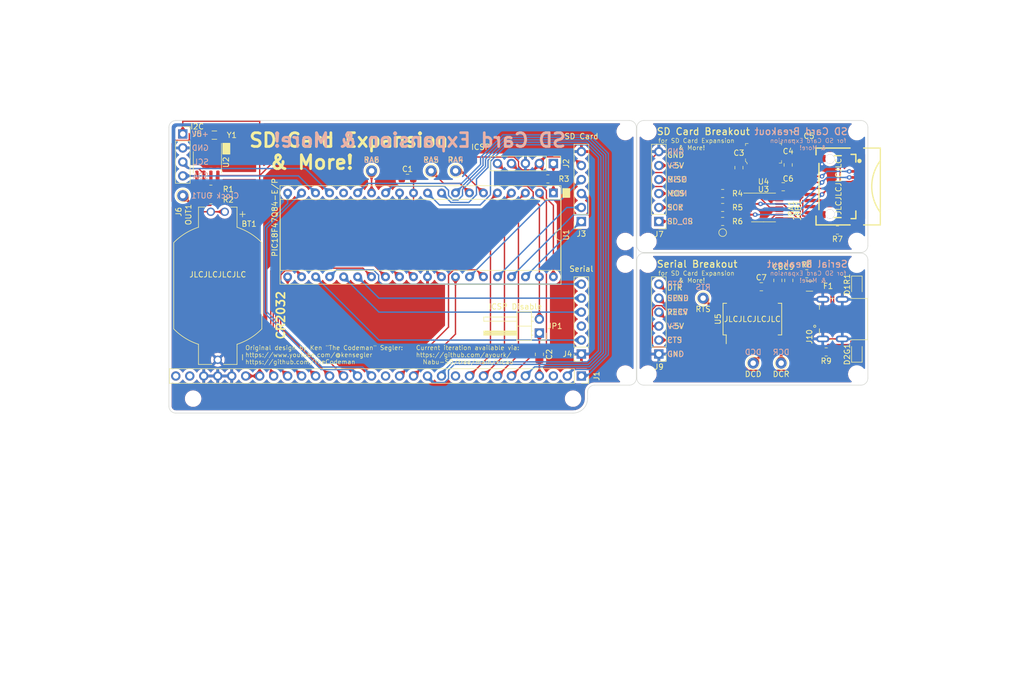
<source format=kicad_pcb>
(kicad_pcb (version 20211014) (generator pcbnew)
  (title_block (title "SD Card Expansion & More! for NABU") (date "2023-04-25") (rev "1.0"))
  (layers (0 "F.Cu" signal) (31 "B.Cu" signal) (34 "B.Paste" user) (35 "F.Paste" user) (36 "B.SilkS" user "B.Silkscreen") (37 "F.SilkS" user "F.Silkscreen") (38 "B.Mask" user) (39 "F.Mask" user) (44 "Edge.Cuts" user))
  (net 0 "")
  (net 1 "/A0")
  (net 2 "/A1")
  (net 3 "/A2")
  (net 4 "/A3")
  (net 5 "/RA4")
  (net 6 "/RA5")
  (net 7 "/{slash}M1")
  (net 8 "/{slash}RD")
  (net 9 "/{slash}WR")
  (net 10 "+5V")
  (net 11 "GND")
  (net 12 "/{slash}CS")
  (net 13 "/RA6")
  (net 14 "/{slash}INT")
  (net 15 "/RC1")
  (net 16 "/SCL")
  (net 17 "/SDA")
  (net 18 "/D0")
  (net 19 "/D1")
  (net 20 "/D2")
  (net 21 "/D3")
  (net 22 "/RC4")
  (net 23 "/RC5")
  (net 24 "/RX1")
  (net 25 "/TX1")
  (net 26 "/D4")
  (net 27 "/D5")
  (net 28 "/D6")
  (net 29 "/D7")
  (net 30 "/{slash}IORQ")
  (net 31 "/SPISCK")
  (net 32 "/{slash}WAIT")
  (net 33 "/MOSI")
  (net 34 "/MISO")
  (net 35 "/SD_CS")
  (net 36 "/RB6")
  (net 37 "/RB7")
  (net 38 "Net-(U2-Pad1)")
  (net 39 "Net-(U2-Pad2)")
  (net 40 "/VBAT")
  (net 41 "Net-(J6-Pad1)")
  (net 42 "/3.58")
  (net 43 "/AUDIO")
  (net 44 "/1.79")
  (net 45 "/{slash}RST")
  (net 46 "/+12V")
  (net 47 "/-12V")
  (net 48 "+3V3")
  (net 49 "/~{MCLR}")
  (net 50 "Net-(C2-Pad2)")
  (net 52 "/MicroSD_Breakout/SD_SSEL")
  (net 53 "/MicroSD_Breakout/SD_MOSI")
  (net 54 "/MicroSD_Breakout/SD_CLK")
  (net 55 "/MicroSD_Breakout/SD_MISO")
  (net 58 "/MicroSD_Breakout/SD_DET")
  (net 59 "Net-(R4-Pad2)")
  (net 60 "Net-(R5-Pad2)")
  (net 61 "Net-(R6-Pad2)")
  (net 62 "/Serial_Breakout/USBDATA+")
  (net 63 "/Serial_Breakout/USBDATA1")
  (net 64 "Net-(R7-Pad1)")
  (net 65 "/Serial_Breakout/RTS")
  (net 66 "/Serial_Breakout/DCR")
  (net 67 "/Serial_Breakout/DCD")
  (net 68 "/Serial_Breakout/SLEEP")
  (net 69 "/Serial_Breakout/PWREN")
  (net 70 "/Serial_Breakout/TXDEN")
  (net 71 "/Serial_Breakout/RXLED_GRN")
  (net 72 "/Serial_Breakout/TXLED_RED")
  (net 73 "/Serial_Breakout/3V3OUT")
  (net 74 "/Serial_Breakout/~{RESET}")
  (net 75 "/Serial_Breakout/OSCI")
  (net 76 "/Serial_Breakout/OSCO")
  (net 77 "Net-(F1-Pad2)")
  (net 81 "Net-(D1R1-Pad2)")
  (net 82 "Net-(D2G1-Pad2)")
  (net 83 "+5VD")
  (footprint "TestPoint:TestPoint_THTPad_D2.0mm_Drill1.0mm" (layer "F.Cu") (at 148.7929 78)
    (fp_text reference "DCD")
    (fp_text value "TestPoint_THTPad_D2.0mm_Drill1.0mm")
  )
  (footprint "Connector_PinHeader_2.54mm:PinHeader_1x05_P2.54mm_Vertical" (layer "F.Cu") (at 112.505 41.71 -90)
    (fp_text reference "J2")
    (fp_text value "ICSP")
  )
  (footprint "Fiducial:Fiducial_0.5mm_Mask1mm" (layer "F.Cu") (at 43.9401 85.8099)
    (fp_text reference "REF2" hide)
    (fp_text value "Fiducial_0.5mm_Mask1mm")
  )
  (footprint "MountingHole:MountingHole_2.2mm_M2_ISO7380" (layer "F.Cu") (at 167.6254 55.9)
    (fp_text reference "REF**" hide)
    (fp_text value "MountingHole_2.2mm_M2_ISO7380")
  )
  (footprint "TestPoint:TestPoint_THTPad_D2.0mm_Drill1.0mm" (layer "F.Cu") (at 94.74 43.05)
    (fp_text reference "RA4")
    (fp_text value "TestPoint_THTPad_D2.0mm_Drill1.0mm" hide)
  )
  (footprint "Capacitor_SMD:C_0805_2012Metric_Pad1.18x1.45mm_HandSolder" (layer "F.Cu") (at 153.2725 62.9625 90)
    (fp_text reference "C8")
    (fp_text value "10uF")
  )
  (footprint "Capacitor_SMD:C_0805_2012Metric_Pad1.18x1.45mm_HandSolder" (layer "F.Cu") (at 86.0125 44.41)
    (fp_text reference "C1")
    (fp_text value "0.1uF")
  )
  (footprint "Resistor_SMD:R_0805_2012Metric_Pad1.20x1.40mm_HandSolder" (layer "F.Cu") (at 158.525 61.75)
    (fp_text reference "R8")
    (fp_text value "330")
  )
  (footprint "Package_DIP:DIP-40_W15.24mm_Socket" (layer "F.Cu") (at 112.505 47.075 -90)
    (fp_text reference "U1")
    (fp_text value "PIC18F47Q84-E/P")
  )
  (footprint "Nabu-SD:TF-SMD_XKTF-005" (layer "F.Cu") (at 163.3754 45.9 90)
    (fp_text reference "J8A1")
    (fp_text value "XKTF-005")
  )
  (footprint "Nabu-SD:CUI_UJ2-MIBH-4-SMT" (layer "F.Cu") (at 161.7754 71.27 180)
    (fp_text reference "J10")
    (fp_text value "USB_B_Micro")
  )
  (footprint "MountingHole:MountingHole_2.2mm_M2_ISO7380" (layer "F.Cu") (at 167.6254 35.9)
    (fp_text reference "REF**" hide)
    (fp_text value "MountingHole_2.2mm_M2_ISO7380")
  )
  (footprint "Package_SO:SSOP-28_5.3x10.2mm_P0.65mm" (layer "F.Cu") (at 148.6479 70 90)
    (fp_text reference "U5")
    (fp_text value "FT232RL")
  )
  (footprint "MountingHole:MountingHole_2.2mm_M2_ISO7380" (layer "F.Cu") (at 129.6704 60)
    (fp_text reference "REF**" hide)
    (fp_text value "MountingHole_2.2mm_M2_ISO7380" hide)
  )
  (footprint "Resistor_SMD:R_0805_2012Metric_Pad1.20x1.40mm_HandSolder" (layer "F.Cu") (at 50.3 46.385)
    (fp_text reference "R1")
    (fp_text value "10K")
  )
  (footprint "Connector_PinSocket_2.54mm:PinSocket_1x06_P2.54mm_Vertical" (layer "F.Cu") (at 117.59 76.35 180)
    (fp_text reference "J4")
    (fp_text value "Serial")
  )
  (footprint "Capacitor_SMD:C_0805_2012Metric_Pad1.18x1.45mm_HandSolder" (layer "F.Cu") (at 146.2021 42.4725 90)
    (fp_text reference "C3")
    (fp_text value "10uF")
  )
  (footprint "TestPoint:TestPoint_THTPad_D2.0mm_Drill1.0mm" (layer "F.Cu") (at 45.2 47.56 90)
    (fp_text reference "J6")
    (fp_text value "OUT1")
  )
  (footprint "Connector_PinSocket_2.54mm:PinSocket_1x30_P2.54mm_Vertical" (layer "F.Cu") (at 117.585 80.34 -90)
    (fp_text reference "J1")
    (fp_text value "Nabu Expansion Slot")
  )
  (footprint "Connector_PinSocket_2.54mm:PinSocket_1x06_P2.54mm_Vertical" (layer "F.Cu") (at 117.59 52.25 180)
    (fp_text reference "J3")
    (fp_text value "SD Card")
  )
  (footprint "TestPoint:TestPoint_THTPad_D2.0mm_Drill1.0mm" (layer "F.Cu") (at 153.8729 78)
    (fp_text reference "DCR")
    (fp_text value "TestPoint_THTPad_D2.0mm_Drill1.0mm" hide)
  )
  (footprint "Connector_PinHeader_2.54mm:PinHeader_1x06_P2.54mm_Vertical" (layer "F.Cu") (at 131.66 52.25 180)
    (fp_text reference "J7")
    (fp_text value "SD Card")
  )
  (footprint "MountingHole:MountingHole_2mm" (layer "F.Cu") (at 116.08 84.45)
    (fp_text reference "REF4" hide)
    (fp_text value "MountingHole_2mm")
  )
  (footprint "TestPoint:TestPoint_THTPad_D2.0mm_Drill1.0mm" (layer "F.Cu") (at 79.485 43.05)
    (fp_text reference "RA6")
    (fp_text value "TestPoint_THTPad_D2.0mm_Drill1.0mm")
  )
  (footprint "Capacitor_SMD:C_0805_2012Metric_Pad1.18x1.45mm_HandSolder" (layer "F.Cu") (at 156.05 36.715)
    (fp_text reference "C5")
    (fp_text value "10uF")
  )
  (footprint "TestPoint:TestPoint_Pad_D1.0mm" (layer "F.Cu") (at 143.25 54.28)
    (fp_text reference "REF**" hide)
    (fp_text value "TestPoint_Pad_D1.0mm")
  )
  (footprint "MountingHole:MountingHole_2.2mm_M2_ISO7380" (layer "F.Cu") (at 129.6704 35.9)
    (fp_text reference "REF**" hide)
    (fp_text value "MountingHole_2.2mm_M2_ISO7380")
  )
  (footprint "Capacitor_SMD:C_0805_2012Metric_Pad1.18x1.45mm_HandSolder" (layer "F.Cu") (at 155.26 62.9625 90)
    (fp_text reference "C9")
    (fp_text value "0.1uF")
  )
  (footprint "MountingHole:MountingHole_2.2mm_M2_ISO7380" (layer "F.Cu") (at 129.6704 55.9)
    (fp_text reference "REF**" hide)
    (fp_text value "MountingHole_2.2mm_M2_ISO7380" hide)
  )
  (footprint "Capacitor_SMD:C_0805_2012Metric_Pad1.18x1.45mm_HandSolder" (layer "F.Cu") (at 109.965 76.412 90)
    (fp_text reference "C2")
    (fp_text value "1uF")
  )
  (footprint "Capacitor_SMD:C_0805_2012Metric_Pad1.18x1.45mm_HandSolder" (layer "F.Cu") (at 154.25 45.94)
    (fp_text reference "C6")
    (fp_text value "0.1uF")
  )
  (footprint "MountingHole:MountingHole_2.2mm_M2_ISO7380" (layer "F.Cu") (at 125.5704 60)
    (fp_text reference "REF**" hide)
    (fp_text value "MountingHole_2.2mm_M2_ISO7380" hide)
  )
  (footprint "Package_SO:TSSOP-14_4.4x5mm_P0.65mm" (layer "F.Cu") (at 150.67 49.71)
    (fp_text reference "U3")
    (fp_text value "74LVC125")
  )
  (footprint "MountingHole:MountingHole_2.2mm_M2_ISO7380" (layer "F.Cu") (at 125.5704 35.9)
    (fp_text reference "REF**" hide)
    (fp_text value "MountingHole_2.2mm_M2_ISO7380" hide)
  )
  (footprint "MountingHole:MountingHole_2.2mm_M2_ISO7380" (layer "F.Cu") (at 125.5704 55.9)
    (fp_text reference "REF**" hide)
    (fp_text value "MountingHole_2.2mm_M2_ISO7380")
  )
  (footprint "Resistor_SMD:R_0805_2012Metric_Pad1.20x1.40mm_HandSolder" (layer "F.Cu") (at 164.1 53.81)
    (fp_text reference "R7")
    (fp_text value "3.3K")
  )
  (footprint "LED_SMD:LED_0805_2012Metric_Pad1.15x1.40mm_HandSolder" (layer "F.Cu") (at 167.6254 64.035 -90)
    (fp_text reference "D1R1")
    (fp_text value "TX_RED")
  )
  (footprint "Nabu-SD:XTAL_ECS-.327-12.5-34B" (layer "F.Cu") (at 50.935 36.56)
    (fp_text reference "Y1")
    (fp_text value "32KHz")
  )
  (footprint "Nabu-SD:BAT_BU2032-1" (layer "F.Cu") (at 51.55 63.94 -90)
    (fp_text reference "BT1")
    (fp_text value "BU2032-1-HD-G")
  )
  (footprint "MountingHole:MountingHole_2.2mm_M2_ISO7380" (layer "F.Cu") (at 167.6254 80)
    (fp_text reference "REF**" hide)
    (fp_text value "MountingHole_2.2mm_M2_ISO7380")
  )
  (footprint "Resistor_SMD:R_0805_2012Metric_Pad1.20x1.40mm_HandSolder" (layer "F.Cu") (at 111.505 44.52)
    (fp_text reference "R3")
    (fp_text value "10K")
  )
  (footprint "Nabu-SD:SOT-223" (layer "F.Cu") (at 150.67 39.865)
    (fp_text reference "U4")
    (fp_text value "LM1117-3.3")
  )
  (footprint "Resistor_SMD:R_0805_2012Metric_Pad1.20x1.40mm_HandSolder" (layer "F.Cu") (at 143.25 49.71)
    (fp_text reference "R5")
    (fp_text value "3.3K")
  )
  (footprint "MountingHole:MountingHole_2mm" (layer "F.Cu") (at 47.075 84.45)
    (fp_text reference "REF3" hide)
    (fp_text value "MountingHole_2mm")
  )
  (footprint "Connector_PinSocket_2.54mm:PinSocket_1x04_P2.54mm_Vertical" (layer "F.Cu") (at 45.2 36.35)
    (fp_text reference "J5")
    (fp_text value "I2C")
  )
  (footprint "Connector_PinHeader_2.54mm:PinHeader_1x06_P2.54mm_Vertical" (layer "F.Cu") (at 131.66 76.35 180)
    (fp_text reference "J9")
    (fp_text value "Serial")
  )
  (footprint "Resistor_SMD:R_0805_2012Metric_Pad1.20x1.40mm_HandSolder" (layer "F.Cu") (at 143.25 47.17)
    (fp_text reference "R4")
    (fp_text value "3.3K")
  )
  (footprint "Resistor_SMD:R_0805_2012Metric_Pad1.20x1.40mm_HandSolder" (layer "F.Cu") (at 50.3 48.3)
    (fp_text reference "R2")
    (fp_text value "10K")
  )
  (footprint "Fuse:Fuse_1206_3216Metric_Pad1.42x1.75mm_HandSolder" (layer "F.Cu") (at 159.0125 64)
    (fp_text reference "F1")
    (fp_text value "MF-NSHT010KX-2")
  )
  (footprint "MountingHole:MountingHole_2.2mm_M2_ISO7380" (layer "F.Cu") (at 125.5704 80)
    (fp_text reference "REF**" hide)
    (fp_text value "MountingHole_2.2mm_M2_ISO7380")
  )
  (footprint "MountingHole:MountingHole_2.2mm_M2_ISO7380" (layer "F.Cu") (at 167.6254 60)
    (fp_text reference "REF**" hide)
    (fp_text value "MountingHole_2.2mm_M2_ISO7380" hide)
  )
  (footprint "Resistor_SMD:R_0805_2012Metric_Pad1.20x1.40mm_HandSolder" (layer "F.Cu") (at 143.25 52.25)
    (fp_text reference "R6")
    (fp_text value "3.3K")
  )
  (footprint "Package_SO:SOIC-8_3.9x4.9mm_P1.27mm" (layer "F.Cu") (at 49.665 41.495 -90)
    (fp_text reference "U2")
    (fp_text value "DS1307N+")
  )
  (footprint "MountingHole:MountingHole_2.2mm_M2_ISO7380" (layer "F.Cu") (at 129.6704 80)
    (fp_text reference "REF**" hide)
    (fp_text value "MountingHole_2.2mm_M2_ISO7380" hide)
  )
  (footprint "Capacitor_SMD:C_0805_2012Metric_Pad1.18x1.45mm_HandSolder" (layer "F.Cu") (at 155.15 41.9775 90)
    (fp_text reference "C4")
    (fp_text value "0.1uF")
  )
  (footprint "Fiducial:Fiducial_0.5mm_Mask1mm" (layer "F.Cu") (at 122.3454 35.17)
    (fp_text reference "REF1" hide)
    (fp_text value "Fiducial_0.5mm_Mask1mm" hide)
  )
  (footprint "LED_SMD:LED_0805_2012Metric_Pad1.15x1.40mm_HandSolder" (layer "F.Cu") (at 167.6254 75.965 90)
    (fp_text reference "D2G1")
    (fp_text value "RX_GREEN")
  )
  (footprint "Connector_PinHeader_2.54mm:PinHeader_1x02_P2.54mm_Horizontal" (layer "F.Cu") (at 109.965 72.54 180)
    (fp_text reference "JP1")
    (fp_text value "ICSP Disable")
  )
  (footprint "Nabu-SD:TF-SMD_XKTF-0803-0" (layer "F.Cu") (at 164.34 45.9 90)
    (fp_text reference "J8B1")
    (fp_text value "XKTF-0803-0")
  )
  (footprint "Resistor_SMD:R_0805_2012Metric_Pad1.20x1.40mm_HandSolder" (layer "F.Cu") (at 162.05 75.965)
    (fp_text reference "R9")
    (fp_text value "330")
  )
  (footprint "TestPoint:TestPoint_THTPad_D2.0mm_Drill1.0mm" (layer "F.Cu") (at 139.698 66.19)
    (fp_text reference "RTS")
    (fp_text value "TestPoint_THTPad_D2.0mm_Drill1.0mm" hide)
  )
  (footprint "Capacitor_SMD:C_0805_2012Metric_Pad1.18x1.45mm_HandSolder" (layer "F.Cu") (at 150.2729 64.12)
    (fp_text reference "C7")
    (fp_text value "0.1uF")
  )
  (footprint "TestPoint:TestPoint_THTPad_D2.0mm_Drill1.0mm" (layer "F.Cu") (at 90.295 43.05)
    (fp_text reference "RA5")
    (fp_text value "TestPoint_THTPad_D2.0mm_Drill1.0mm" hide)
  )
  (gr_rect (start 52.475 38.045) (end 53.745 39.995) (layer "F.SilkS") (width 0.15) (fill solid))
  (gr_rect (start 114.215 46.275) (end 115.485 47.875) (layer "F.SilkS") (width 0.15) (fill solid))
  (gr_arc (start 128.9404 57.9) (mid 128.042374 57.528026) (end 127.6704 56.63) (layer "Edge.Cuts") (width 0.1))
  (gr_line (start 128.9404 33.9) (end 168.3554 33.9) (layer "Edge.Cuts") (width 0.1))
  (gr_arc (start 127.6704 59.27) (mid 128.042374 58.371974) (end 128.9404 58) (layer "Edge.Cuts") (width 0.1))
  (gr_line (start 169.6254 35.17) (end 169.6254 56.63) (layer "Edge.Cuts") (width 0.1))
  (gr_line (start 43.94 87.08) (end 116.08 87.08) (layer "Edge.Cuts") (width 0.1))
  (gr_arc (start 43.94 87.08) (mid 43.042004 86.707996) (end 42.67 85.81) (layer "Edge.Cuts") (width 0.1))
  (gr_line (start 128.9404 57.9) (end 168.3554 57.9) (layer "Edge.Cuts") (width 0.1))
  (gr_line (start 127.5704 35.17) (end 127.5704 80.73) (layer "Edge.Cuts") (width 0.1))
  (gr_line (start 128.9404 82) (end 168.3554 82) (layer "Edge.Cuts") (width 0.1))
  (gr_arc (start 127.6704 35.17) (mid 128.042374 34.271974) (end 128.9404 33.9) (layer "Edge.Cuts") (width 0.1))
  (gr_arc (start 168.3554 58) (mid 169.253426 58.371974) (end 169.6254 59.27) (layer "Edge.Cuts") (width 0.1))
  (gr_line (start 42.67 35.17) (end 42.67 85.81) (layer "Edge.Cuts") (width 0.1))
  (gr_arc (start 127.5704 80.73) (mid 127.198426 81.628026) (end 126.3004 82) (layer "Edge.Cuts") (width 0.1))
  (gr_line (start 127.6704 59.27) (end 127.6704 80.73) (layer "Edge.Cuts") (width 0.1))
  (gr_line (start 128.9404 58) (end 168.3554 58) (layer "Edge.Cuts") (width 0.1))
  (gr_line (start 119.98 82) (end 126.3004 82) (layer "Edge.Cuts") (width 0.1))
  (gr_arc (start 169.6254 80.73) (mid 169.253426 81.628026) (end 168.3554 82) (layer "Edge.Cuts") (width 0.1))
  (gr_line (start 127.6704 35.17) (end 127.6704 56.63) (layer "Edge.Cuts") (width 0.1))
  (gr_arc (start 126.3004 33.9) (mid 127.198455 34.271945) (end 127.5704 35.17) (layer "Edge.Cuts") (width 0.1))
  (gr_arc (start 118.71 84.45) (mid 117.939691 86.309691) (end 116.08 87.08) (layer "Edge.Cuts") (width 0.1))
  (gr_line (start 118.71 83.27) (end 118.71 84.45) (layer "Edge.Cuts") (width 0.1))
  (gr_line (start 169.6254 59.27) (end 169.6254 80.73) (layer "Edge.Cuts") (width 0.1))
  (gr_arc (start 118.71 83.27) (mid 119.081974 82.371974) (end 119.98 82) (layer "Edge.Cuts") (width 0.1))
  (gr_line (start 43.94 33.9) (end 126.3004 33.9) (layer "Edge.Cuts") (width 0.1))
  (gr_arc (start 128.9404 82) (mid 128.042374 81.628026) (end 127.6704 80.73) (layer "Edge.Cuts") (width 0.1))
  (gr_arc (start 169.6254 56.63) (mid 169.253426 57.528026) (end 168.3554 57.9) (layer "Edge.Cuts") (width 0.1))
  (gr_arc (start 168.3554 33.9) (mid 169.253426 34.271974) (end 169.6254 35.17) (layer "Edge.Cuts") (width 0.1))
  (gr_arc (start 42.67 35.17) (mid 43.041974 34.271974) (end 43.94 33.9) (layer "Edge.Cuts") (width 0.1))
  (gr_text "MOSI" (at 133.075 47.17) (layer "B.SilkS") (effects (font (size 1 1)) (justify right mirror)))
  (gr_text "+5V" (at 133.075 71.27) (layer "B.SilkS") (effects (font (size 1 1)) (justify right mirror)))
  (gr_text "SCL" (at 50 41.43) (layer "B.SilkS") (effects (font (size 1 1)) (justify left mirror)))
  (gr_text "for SD Card Expansion\n      & More!" (at 165.7508 62.32) (layer "B.SilkS") (effects (font (size 0.8 0.8) (thickness 0.1)) (justify left mirror)))
  (gr_text "GND" (at 133.075 39.55) (layer "B.SilkS") (effects (font (size 1 1)) (justify right mirror)))
  (gr_text "SD_CS" (at 133.075 52.25) (layer "B.SilkS") (effects (font (size 1 1)) (justify right mirror)))
  (gr_text "GND" (at 50 38.89) (layer "B.SilkS") (effects (font (size 1 1)) (justify left mirror)))
  (gr_text "SD Card Breakout" (at 166.0508 35.9) (layer "B.SilkS") (effects (font (size 1.25 1.25) (thickness 0.2)) (justify left mirror)))
  (gr_text "+5V" (at 50 36.35) (layer "B.SilkS") (effects (font (size 1 1)) (justify left mirror)))
  (gr_text "CTS" (at 133.075 73.81) (layer "B.SilkS") (effects (font (size 1 1)) (justify right mirror)))
  (gr_text "RECV" (at 133.075 68.7) (layer "B.SilkS") (effects (font (size 1 1)) (justify right mirror)))
  (gr_text "DTR" (at 133.075 63.65) (layer "B.SilkS") (effects (font (size 1 1)) (justify right mirror)))
  (gr_text "+5V" (at 133.075 42.09) (layer "B.SilkS") (effects (font (size 1 1)) (justify right mirror)))
  (gr_text "GND" (at 133.075 76.35) (layer "B.SilkS") (effects (font (size 1 1)) (justify right mirror)))
  (gr_text "MISO" (at 133.075 44.63) (layer "B.SilkS") (effects (font (size 1 1)) (justify right mirror)))
  (gr_text "SDA" (at 50 43.97) (layer "B.SilkS") (effects (font (size 1 1)) (justify left mirror)))
  (gr_text "Serial Breakout" (at 166.0508 60) (layer "B.SilkS") (effects (font (size 1.25 1.25) (thickness 0.2)) (justify left mirror)))
  (gr_text "for SD Card Expansion\n      & More!" (at 165.7508 38.22) (layer "B.SilkS") (effects (font (size 0.8 0.8) (thickness 0.1)) (justify left mirror)))
  (gr_text "SEND" (at 133.075 66.19) (layer "B.SilkS") (effects (font (size 1 1)) (justify right mirror)))
  (gr_text "SCK" (at 133.075 49.71) (layer "B.SilkS") (effects (font (size 1 1)) (justify right mirror)))
  (gr_text "Clock OUT1" (at 55.5 47.56) (layer "B.SilkS") (effects (font (size 1 1)) (justify left mirror)))
  (gr_text "SD Card Expansion & More!\n " (at 115.045 39.5) (layer "B.SilkS") (effects (font (size 2.5 2.5) (thickness 0.5)) (justify left mirror)))
  (gr_text "MISO" (at 133.075 44.63) (layer "F.SilkS") (effects (font (size 1 1)) (justify left)))
  (gr_text "JLCJLCJLCJLC" (at 148.6479 70) (layer "F.SilkS") (effects (font (size 1 1))))
  (gr_text "SCK" (at 133.075 49.71) (layer "F.SilkS") (effects (font (size 1 1)) (justify left)))
  (gr_text "GND" (at 133.075 76.35) (layer "F.SilkS") (effects (font (size 1 1)) (justify left)))
  (gr_text "for SD Card Expansion\n      & More!" (at 131.5 62.32) (layer "F.SilkS") (effects (font (size 0.8 0.8) (thickness 0.1)) (justify left)))
  (gr_text "Original design by Ken {dblquote}The Codeman{dblquote} Segler: \nhttps://www.youtube.com/@kensegler\nhttps://github.com/TheCodeman" (at 56.5 76.5) (layer "F.SilkS") (effects (font (size 0.8 0.8) (thickness 0.1)) (justify left)))
  (gr_text "GND" (at 133.075 40.185) (layer "F.SilkS") (effects (font (size 1 1)) (justify left)))
  (gr_text "CR2032" (at 62.99 69.3 90) (layer "F.SilkS") (effects (font (size 1.5 1.5) (thickness 0.3))))
  (gr_text "+5V" (at 133.075 42.09) (layer "F.SilkS") (effects (font (size 1 1)) (justify left)))
  (gr_text "+5V" (at 133.075 71.27) (layer "F.SilkS") (effects (font (size 1 1)) (justify left)))
  (gr_text "MOSI" (at 133.075 47.17) (layer "F.SilkS") (effects (font (size 1 1)) (justify left)))
  (gr_text "DTR" (at 133.075 64.285) (layer "F.SilkS") (effects (font (size 1 1)) (justify left)))
  (gr_text "JLCJLCJLCJLC" (at 51.55 61.9) (layer "F.SilkS") (effects (font (size 1 1))))
  (gr_text "SD Card Breakout" (at 131.2 35.9) (layer "F.SilkS") (effects (font (size 1.25 1.25) (thickness 0.2)) (justify left)))
  (gr_text "JLCJLCJLCJLC" (at 164.3 45.9 90) (layer "F.SilkS") (effects (font (size 1 1))))
  (gr_text "SD_CS" (at 133.075 52.25) (layer "F.SilkS") (effects (font (size 1 1)) (justify left)))
  (gr_text "CTS" (at 133.075 73.81) (layer "F.SilkS") (effects (font (size 1 1)) (justify left)))
  (gr_text "RECV" (at 133.075 68.73) (layer "F.SilkS") (effects (font (size 1 1)) (justify left)))
  (gr_text "for SD Card Expansion\n      & More!" (at 131.5 38.22) (layer "F.SilkS") (effects (font (size 0.8 0.8) (thickness 0.1)) (justify left)))
  (gr_text "Serial Breakout" (at 131.2 60) (layer "F.SilkS") (effects (font (size 1.25 1.25) (thickness 0.2)) (justify left)))
  (gr_text "SD Card Expansion\n  & More!" (at 57 39.5) (layer "F.SilkS") (effects (font (size 2.5 2.5) (thickness 0.5)) (justify left)))
  (gr_text "Current iteration available via:\nhttps://github.com/ayourk/\n  Nabu-SD/tree/main/kicad" (at 87.5 76.5) (layer "F.SilkS") (effects (font (size 0.8 0.8) (thickness 0.1)) (justify left)))
  (gr_text "SEND" (at 133.075 66.19) (layer "F.SilkS") (effects (font (size 1 1)) (justify left)))
  (segment (start 108.813 76.412) (end 104.885 80.34) (width 0.25) (layer "F.Cu") (net 1))
  (segment (start 111.24 76.412) (end 108.813 76.412) (width 0.25) (layer "F.Cu") (net 1))
  (segment (start 109.965 47.075) (end 109.965 47.421396) (width 0.25) (layer "F.Cu") (net 1))
  (segment (start 109.965 47.421396) (end 111.24 48.696396) (width 0.25) (layer "F.Cu") (net 1))
  (segment (start 111.24 48.696396) (end 111.24 76.412) (width 0.25) (layer "F.Cu") (net 1))
  (segment (start 107.5675 46.875) (end 106.3025 48.14) (width 0.25) (layer "F.Cu") (net 2))
  (segment (start 106.16 48.34) (end 106.16 76.525) (width 0.25) (layer "F.Cu") (net 2))
  (segment (start 106.16 76.525) (end 102.345 80.34) (width 0.25) (layer "F.Cu") (net 2))
  (segment (start 103.62 76.525) (end 99.805 80.34) (width 0.25) (layer "F.Cu") (net 3))
  (segment (start 103.62 48.34) (end 103.62 76.525) (width 0.25) (layer "F.Cu") (net 3))
  (segment (start 104.885 47.075) (end 103.62 48.34) (width 0.25) (layer "F.Cu") (net 3))
  (segment (start 101.08 76.525) (end 97.265 80.34) (width 0.25) (layer "F.Cu") (net 4))
  (segment (start 102.345 47.075) (end 101.08 48.34) (width 0.25) (layer "F.Cu") (net 4))
  (segment (start 101.08 48.34) (end 101.08 76.525) (width 0.25) (layer "F.Cu") (net 4))
  (segment (start 99.805 47.075) (end 95.78 43.05) (width 0.25) (layer "F.Cu") (net 5))
  (segment (start 95.78 43.05) (end 94.74 43.05) (width 0.25) (layer "F.Cu") (net 5))
  (segment (start 97.265 47.075) (end 95.526 45.336) (width 0.25) (layer "F.Cu") (net 6))
  (segment (start 92.581 45.336) (end 90.295 43.05) (width 0.25) (layer "F.Cu") (net 6))
  (segment (start 95.526 45.336) (end 92.581 45.336) (width 0.25) (layer "F.Cu") (net 6))
  (segment (start 103.522111 36.962) (end 118.915604 36.962) (width 0.25) (layer "B.Cu") (net 7))
  (segment (start 94.725 47.075) (end 99.73 42.07) (width 0.25) (layer "B.Cu") (net 7))
  (segment (start 118.915604 36.962) (end 122.035 40.081396) (width 0.25) (layer "B.Cu") (net 7))
  (segment (start 99.73 40.754111) (end 103.522111 36.962) (width 0.25) (layer "B.Cu") (net 7))
  (segment (start 99.73 42.07) (end 99.73 40.754111) (width 0.25) (layer "B.Cu") (net 7))
  (segment (start 122.035 40.081396) (end 122.035 76.299188) (width 0.25) (layer "B.Cu") (net 7))
  (segment (start 122.035 76.299188) (end 119.169188 79.165) (width 0.25) (layer "B.Cu") (net 7))
  (segment (start 119.169188 79.165) (end 116.22 79.165) (width 0.25) (layer "B.Cu") (net 7))
  (segment (start 116.22 79.165) (end 115.045 80.34) (width 0.25) (layer "B.Cu") (net 7))
  (segment (start 90.82 81.515) (end 89.645 80.34) (width 0.25) (layer "B.Cu") (net 8))
  (segment (start 93.455 80.826701) (end 92.766701 81.515) (width 0.25) (layer "B.Cu") (net 8))
  (segment (start 92.185 47.075) (end 93.91 48.8) (width 0.25) (layer "B.Cu") (net 8))
  (segment (start 94.53 78.225) (end 93.455 79.3) (width 0.25) (layer "B.Cu") (net 8))
  (segment (start 118.836396 78.225) (end 94.53 78.225) (width 0.25) (layer "B.Cu") (net 8))
  (segment (start 121.135 40.454188) (end 121.135 75.926396) (width 0.25) (layer "B.Cu") (net 8))
  (segment (start 103.894903 37.862) (end 118.542812 37.862) (width 0.25) (layer "B.Cu") (net 8))
  (segment (start 93.455 79.3) (end 93.455 80.826701) (width 0.25) (layer "B.Cu") (net 8))
  (segment (start 121.135 75.926396) (end 118.836396 78.225) (width 0.25) (layer "B.Cu") (net 8))
  (segment (start 98.54 44.532792) (end 100.63 42.442792) (width 0.25) (layer "B.Cu") (net 8))
  (segment (start 97.130991 48.8) (end 98.54 47.390991) (width 0.25) (layer "B.Cu") (net 8))
  (segment (start 98.54 47.390991) (end 98.54 44.532792) (width 0.25) (layer "B.Cu") (net 8))
  (segment (start 118.542812 37.862) (end 121.135 40.454188) (width 0.25) (layer "B.Cu") (net 8))
  (segment (start 92.766701 81.515) (end 90.82 81.515) (width 0.25) (layer "B.Cu") (net 8))
  (segment (start 100.63 41.126903) (end 103.894903 37.862) (width 0.25) (layer "B.Cu") (net 8))
  (segment (start 100.63 42.442792) (end 100.63 41.126903) (width 0.25) (layer "B.Cu") (net 8))
  (segment (start 93.91 48.8) (end 97.130991 48.8) (width 0.25) (layer "B.Cu") (net 8))
  (segment (start 118.65 77.775) (end 94.248604 77.775) (width 0.25) (layer "B.Cu") (net 9))
  (segment (start 101.08 41.313299) (end 104.081299 38.312) (width 0.25) (layer "B.Cu") (net 9))
  (segment (start 91.82 49.25) (end 99.220991 49.25) (width 0.25) (layer "B.Cu") (net 9))
  (segment (start 92.185 79.838604) (end 92.185 80.34) (width 0.25) (layer "B.Cu") (net 9))
  (segment (start 120.685 40.640584) (end 120.685 75.74) (width 0.25) (layer "B.Cu") (net 9))
  (segment (start 120.685 75.74) (end 118.65 77.775) (width 0.25) (layer "B.Cu") (net 9))
  (segment (start 99.220991 49.25) (end 101.08 47.390991) (width 0.25) (layer "B.Cu") (net 9))
  (segment (start 118.356416 38.312) (end 120.685 40.640584) (width 0.25) (layer "B.Cu") (net 9))
  (segment (start 101.08 47.390991) (end 101.08 41.313299) (width 0.25) (layer "B.Cu") (net 9))
  (segment (start 104.081299 38.312) (end 118.356416 38.312) (width 0.25) (layer "B.Cu") (net 9))
  (segment (start 89.645 47.075) (end 91.82 49.25) (width 0.25) (layer "B.Cu") (net 9))
  (segment (start 94.248604 77.775) (end 92.185 79.838604) (width 0.25) (layer "B.Cu") (net 9))
  (segment (start 111.165 40.51) (end 116.01 40.51) (width 0.25) (layer "F.Cu") (net 10))
  (segment (start 147.1321 44.44) (end 151.745 44.44) (width 0.25) (layer "F.Cu") (net 10))
  (segment (start 87.105 57.235) (end 87.105 40.535) (width 0.25) (layer "F.Cu") (net 10))
  (segment (start 106.17 42.222653) (end 106.832347 42.885) (width 0.25) (layer "F.Cu") (net 10))
  (segment (start 151.745 44.44) (end 152.97 43.215) (width 0.25) (layer "F.Cu") (net 10))
  (segment (start 110.505 42.25) (end 109.965 41.71) (width 0.25) (layer "F.Cu") (net 10))
  (segment (start 109.965 41.71) (end 111.165 40.51) (width 0.25) (layer "F.Cu") (net 10))
  (segment (start 110.505 44.52) (end 110.505 42.25) (width 0.25) (layer "F.Cu") (net 10))
  (segment (start 45.2 34.025) (end 59.165 34.025) (width 0.25) (layer "F.Cu") (net 10))
  (segment (start 106.17 41.333299) (end 106.17 42.222653) (width 0.25) (layer "F.Cu") (net 10))
  (segment (start 56.625 80.34) (end 59.165 80.34) (width 0.25) (layer "F.Cu") (net 10))
  (segment (start 62.545 40.535) (end 105.371701 40.535) (width 0.25) (layer "F.Cu") (net 10))
  (segment (start 59.18 43.9) (end 62.545 40.535) (width 0.25) (layer "F.Cu") (net 10))
  (segment (start 105.371701 40.535) (end 106.17 41.333299) (width 0.25) (layer "F.Cu") (net 10))
  (segment (start 51.3 48.3) (end 51.3 43.9) (width 0.25) (layer "F.Cu") (net 10))
  (segment (start 116.01 40.51) (end 117.59 42.09) (width 0.25) (layer "F.Cu") (net 10))
  (segment (start 59.165 34.025) (end 59.165 80.34) (width 0.25) (layer "F.Cu") (net 10))
  (segment (start 108.79 42.885) (end 109.965 41.71) (width 0.25) (layer "F.Cu") (net 10))
  (segment (start 152.97 43.215) (end 152.97 43.015) (width 0.25) (layer "F.Cu") (net 10))
  (segment (start 144.7821 42.09) (end 147.1321 44.44) (width 0.25) (layer "F.Cu") (net 10))
  (segment (start 131.66 42.09) (end 144.7821 42.09) (width 0.25) (layer "F.Cu") (net 10))
  (segment (start 106.832347 42.885) (end 108.79 42.885) (width 0.25) (layer "F.Cu") (net 10))
  (segment (start 155.15 43.015) (end 152.97 43.015) (width 0.25) (layer "F.Cu") (net 10))
  (segment (start 45.2 36.35) (end 45.2 34.025) (width 0.25) (layer "F.Cu") (net 10))
  (segment (start 92.185 62.315) (end 87.105 57.235) (width 0.25) (layer "F.Cu") (net 10))
  (segment (start 51.3 43.9) (end 59.18 43.9) (width 0.25) (layer "F.Cu") (net 10))
  (segment (start 153.5325 50.36) (end 149.96 50.36) (width 0.25) (layer "F.Cu") (net 11))
  (segment (start 143.254 45.424) (end 144.117173 45.424) (width 0.25) (layer "F.Cu") (net 11))
  (segment (start 149.96 50.36) (end 149.31 49.71) (width 0.25) (layer "F.Cu") (net 11))
  (segment (start 149.866 45.94) (end 146.31 45.94) (width 0.25) (layer "F.Cu") (net 11))
  (segment (start 156.905 40.94) (end 156.905 43.66568) (width 0.25) (layer "F.Cu") (net 11))
  (segment (start 161.24 51.275) (end 157.8004 51.275) (width 0.25) (layer "F.Cu") (net 11))
  (segment (start 146.18448 50.98) (end 143.25 50.98) (width 0.25) (layer "F.Cu") (net 11))
  (segment (start 148.3229 73.6) (end 148.3229 72.30218) (width 0.25) (layer "F.Cu") (net 11))
  (segment (start 146.453173 47.76) (end 147.8075 47.76) (width 0.25) (layer "F.Cu") (net 11))
  (segment (start 143.73 43.36) (end 130.3 43.36) (width 0.25) (layer "F.Cu") (net 11))
  (segment (start 156.905 43.66568) (end 156.16268 44.408) (width 0.25) (layer "F.Cu") (net 11))
  (segment (start 153.2125 45.94) (end 146.31 45.94) (width 0.25) (layer "F.Cu") (net 11))
  (segment (start 147.8075 51.66) (end 146.86448 51.66) (width 0.25) (layer "F.Cu") (net 11))
  (segment (start 154.7445 44.408) (end 153.2125 45.94) (width 0.25) (layer "F.Cu") (net 11))
  (segment (start 144.117173 45.424) (end 144.593173 45.9) (width 0.25) (layer "F.Cu") (net 11))
  (segment (start 164.9754 73.6) (end 164.9754 66.4) (width 0.25) (layer "F.Cu") (net 11))
  (segment (start 130.3 45.9) (end 144.593173 45.9) (width 0.25) (layer "F.Cu") (net 11))
  (segment (start 130.3 40.91) (end 130.3 45.9) (width 0.25) (layer "F.Cu") (net 11))
  (segment (start 150.3154 65.2) (end 149.2354 64.12) (width 0.25) (layer "F.Cu") (net 11))
  (segment (start 152.336 48.41) (end 149.866 45.94) (width 0.25) (layer "F.Cu") (net 11))
  (segment (start 164.9754 73.6) (end 158.984 73.6) (width 0.25) (layer "F.Cu") (net 11))
  (segment (start 156.16268 44.408) (end 154.7445 44.408) (width 0.25) (layer "F.Cu") (net 11))
  (segment (start 148.37 39.55) (end 148.37 43.015) (width 0.25) (layer "F.Cu") (net 11))
  (segment (start 143.25 45.428) (end 143.254 45.424) (width 0.25) (layer "F.Cu") (net 11))
  (segment (start 155.15 40.94) (end 156.905 40.94) (width 0.25) (layer "F.Cu") (net 11))
  (segment (start 157.8004 51.275) (end 157.8004 48.45) (width 0.25) (layer "F.Cu") (net 11))
  (segment (start 150.9229 65.2) (end 150.3154 65.2) (width 0.25) (layer "F.Cu") (net 11))
  (segment (start 131.66 39.55) (end 148.37 39.55) (width 0.25) (layer "F.Cu") (net 11))
  (segment (start 151.4304 61.925) (end 153.2725 61.925) (width 0.25) (layer "F.Cu") (net 11))
  (segment (start 158.984 73.6) (end 153.16 67.776) (width 0.25) (layer "F.Cu") (net 11))
  (segment (start 146.0479 67.8) (end 146.0479 65) (width 0.9) (layer "F.Cu") (net 11))
  (segment (start 146.2021 39.55) (end 146.2021 41.435) (width 0.25) (layer "F.Cu") (net 11))
  (segment (start 146.31 45.94) (end 143.73 43.36) (width 0.25) (layer "F.Cu") (net 11))
  (segment (start 143.25 54.28) (end 143.25 45.428) (width 0.25) (layer "F.Cu") (net 11))
  (segment (start 146.86448 51.66) (end 146.18448 50.98) (width 0.25) (layer "F.Cu") (net 11))
  (segment (start 148.9729 66.4) (end 148.9729 64.3825) (width 0.25) (layer "F.Cu") (net 11))
  (segment (start 150.9229 67.776) (end 150.9229 65.2) (width 0.25) (layer "F.Cu") (net 11))
  (segment (start 153.5325 48.41) (end 152.336 48.41) (width 0.25) (layer "F.Cu") (net 11))
  (segment (start 146.153604 49.71) (end 144.883604 48.44) (width 0.25) (layer "F.Cu") (net 11))
  (segment (start 149.31 49.71) (end 146.153604 49.71) (width 0.25) (layer "F.Cu") (net 11))
  (segment (start 148.9729 64.3825) (end 151.4304 61.925) (width 0.25) (layer "F.Cu") (net 11))
  (segment (start 153.16 67.776) (end 150.9229 67.776) (width 0.25) (layer "F.Cu") (net 11))
  (segment (start 144.883604 48.44) (end 143.25 48.44) (width 0.25) (layer "F.Cu") (net 11))
  (segment (start 131.66 39.55) (end 130.3 40.91) (width 0.25) (layer "F.Cu") (net 11))
  (segment (start 144.593173 45.9) (end 146.453173 47.76) (width 0.25) (layer "F.Cu") (net 11))
  (segment (start 157.8004 48.45) (end 159.1254 48.45) (width 0.25) (layer "F.Cu") (net 11))
  (via (at 161.3 41.85) (size 0.8) (drill 0.4) (layers "F.Cu" "B.Cu") (net 11))
  (segment (start 83.29 45.81) (end 92.675495 45.81) (width 0.25) (layer "B.Cu") (net 12))
  (segment (start 95.19099 48.35) (end 96 47.54099) (width 0.25) (layer "B.Cu") (net 12))
  (segment (start 100.18 42.256396) (end 100.18 40.940507) (width 0.25) (layer "B.Cu") (net 12))
  (segment (start 119.022792 78.675) (end 109.09 78.675) (width 0.25) (layer "B.Cu") (net 12))
  (segment (start 96 47.54099) (end 96 46.436396) (width 0.25) (layer "B.Cu") (net 12))
  (segment (start 100.18 40.940507) (end 103.708507 37.412) (width 0.25) (layer "B.Cu") (net 12))
  (segment (start 121.585 40.267792) (end 121.585 76.112792) (width 0.25) (layer "B.Cu") (net 12))
  (segment (start 96 46.436396) (end 100.18 42.256396) (width 0.25) (layer "B.Cu") (net 12))
  (segment (start 118.729208 37.412) (end 121.585 40.267792) (width 0.25) (layer "B.Cu") (net 12))
  (segment (start 109.09 78.675) (end 107.425 80.34) (width 0.25) (layer "B.Cu") (net 12))
  (segment (start 94.259505 48.35) (end 95.19099 48.35) (width 0.25) (layer "B.Cu") (net 12))
  (segment (start 121.585 76.112792) (end 119.022792 78.675) (width 0.25) (layer "B.Cu") (net 12))
  (segment (start 93.46 47.550495) (end 94.259505 48.35) (width 0.25) (layer "B.Cu") (net 12))
  (segment (start 93.46 46.594505) (end 93.46 47.550495) (width 0.25) (layer "B.Cu") (net 12))
  (segment (start 92.675495 45.81) (end 93.46 46.594505) (width 0.25) (layer "B.Cu") (net 12))
  (segment (start 82.025 47.075) (end 83.29 45.81) (width 0.25) (layer "B.Cu") (net 12))
  (segment (start 103.708507 37.412) (end 118.729208 37.412) (width 0.25) (layer "B.Cu") (net 12))
  (segment (start 79.485 47.075) (end 79.485 43.05) (width 0.25) (layer "F.Cu") (net 13))
  (segment (start 95.827604 45.336) (end 99.28 41.883604) (width 0.25) (layer "B.Cu") (net 14))
  (segment (start 99.28 40.567715) (end 103.335715 36.512) (width 0.25) (layer "B.Cu") (net 14))
  (segment (start 122.485 76.485584) (end 118.630584 80.34) (width 0.25) (layer "B.Cu") (net 14))
  (segment (start 119.102 36.512) (end 122.485 39.895) (width 0.25) (layer "B.Cu") (net 14))
  (segment (start 103.335715 36.512) (end 119.102 36.512) (width 0.25) (layer "B.Cu") (net 14))
  (segment (start 118.630584 80.34) (end 117.585 80.34) (width 0.25) (layer "B.Cu") (net 14))
  (segment (start 76.945 47.075) (end 78.684 45.336) (width 0.25) (layer "B.Cu") (net 14))
  (segment (start 78.684 45.336) (end 95.827604 45.336) (width 0.25) (layer "B.Cu") (net 14))
  (segment (start 99.28 41.883604) (end 99.28 40.567715) (width 0.25) (layer "B.Cu") (net 14))
  (segment (start 122.485 39.895) (end 122.485 76.485584) (width 0.25) (layer "B.Cu") (net 14))
  (segment (start 46.4 42.63) (end 48.066751 42.63) (width 0.25) (layer "F.Cu") (net 16))
  (segment (start 45.2 41.43) (end 46.4 42.63) (width 0.25) (layer "F.Cu") (net 16))
  (segment (start 49.03 46.115) (end 49.3 46.385) (width 0.25) (layer "F.Cu") (net 16))
  (segment (start 49.03 43.593249) (end 49.03 46.115) (width 0.25) (layer "F.Cu") (net 16))
  (segment (start 48.066751 42.63) (end 49.03 43.593249) (width 0.25) (layer "F.Cu") (net 16))
  (segment (start 46.4 42.63) (end 67.42 42.63) (width 0.25) (layer "B.Cu") (net 16))
  (segment (start 67.42 42.63) (end 71.865 47.075) (width 0.25) (layer "B.Cu") (net 16))
  (segment (start 45.2 41.43) (end 46.4 42.63) (width 0.25) (layer "B.Cu") (net 16))
  (segment (start 47.76 46.76) (end 47.76 43.97) (width 0.25) (layer "F.Cu") (net 17))
  (segment (start 49.3 48.3) (end 47.76 46.76) (width 0.25) (layer "F.Cu") (net 17))
  (segment (start 45.2 43.97) (end 47.76 43.97) (width 0.25) (layer "F.Cu") (net 17))
  (segment (start 45.2 43.97) (end 66.22 43.97) (width 0.25) (layer "B.Cu") (net 17))
  (segment (start 66.22 43.97) (end 69.325 47.075) (width 0.25) (layer "B.Cu") (net 17))
  (segment (start 60.45 68.663604) (end 60.45 53.41) (width 0.25) (layer "B.Cu") (net 18))
  (segment (start 60.45 53.41) (end 66.785 47.075) (width 0.25) (layer "B.Cu") (net 18))
  (segment (start 79.485 80.34) (end 77.86 78.715) (width 0.25) (layer "B.Cu") (net 18))
  (segment (start 70.501396 78.715) (end 60.45 68.663604) (width 0.25) (layer "B.Cu") (net 18))
  (segment (start 77.86 78.715) (end 70.501396 78.715) (width 0.25) (layer "B.Cu") (net 18))
  (segment (start 76.945 80.34) (end 75.77 79.165) (width 0.25) (layer "B.Cu") (net 19))
  (segment (start 70.315 79.165) (end 60 68.85) (width 0.25) (layer "B.Cu") (net 19))
  (segment (start 60 53.223604) (end 64.245 48.978604) (width 0.25) (layer "B.Cu") (net 19))
  (segment (start 64.245 48.978604) (end 64.245 47.075) (width 0.25) (layer "B.Cu") (net 19))
  (segment (start 75.77 79.165) (end 70.315 79.165) (width 0.25) (layer "B.Cu") (net 19))
  (segment (start 60 68.85) (end 60 53.223604) (width 0.25) (layer "B.Cu") (net 19))
  (segment (start 64.245 62.315) (end 64.245 70.18) (width 0.25) (layer "F.Cu") (net 20))
  (segment (start 64.245 70.18) (end 74.405 80.34) (width 0.25) (layer "F.Cu") (net 20))
  (segment (start 62.98 71.455) (end 71.865 80.34) (width 0.25) (layer "F.Cu") (net 21))
  (segment (start 63.779009 61.19) (end 62.98 61.989009) (width 0.25) (layer "F.Cu") (net 21))
  (segment (start 62.98 61.989009) (end 62.98 71.455) (width 0.25) (layer "F.Cu") (net 21))
  (segment (start 65.66 61.19) (end 63.779009 61.19) (width 0.25) (layer "F.Cu") (net 21))
  (segment (start 66.785 62.315) (end 65.66 61.19) (width 0.25) (layer "F.Cu") (net 21))
  (segment (start 136.103604 73.81) (end 131.66 73.81) (width 0.25) (layer "F.Cu") (net 22))
  (segment (start 150.9229 74.7) (end 149.9229 75.7) (width 0.25) (layer "F.Cu") (net 22))
  (segment (start 137.993604 75.7) (end 136.103604 73.81) (width 0.25) (layer "F.Cu") (net 22))
  (segment (start 149.9229 75.7) (end 137.993604 75.7) (width 0.25) (layer "F.Cu") (net 22))
  (segment (start 150.9229 73.6) (end 150.9229 74.7) (width 0.25) (layer "F.Cu") (net 22))
  (segment (start 117.59 73.81) (end 80.82 73.81) (width 0.25) (layer "B.Cu") (net 22))
  (segment (start 80.82 73.81) (end 69.325 62.315) (width 0.25) (layer "B.Cu") (net 22))
  (segment (start 140.41 72.4) (end 131.66 63.65) (width 0.25) (layer "F.Cu") (net 23))
  (segment (start 145.0729 72.4) (end 140.41 72.4) (width 0.25) (layer "F.Cu") (net 23))
  (segment (start 145.0729 73.6) (end 145.0729 72.4) (width 0.25) (layer "F.Cu") (net 23))
  (segment (start 81.34 63.65) (end 80.77 63.08) (width 0.25) (layer "B.Cu") (net 23))
  (segment (start 117.59 63.65) (end 81.34 63.65) (width 0.25) (layer "B.Cu") (net 23))
  (segment (start 80.77 63.08) (end 80.77 62.006509) (width 0.25) (layer "B.Cu") (net 23))
  (segment (start 73.13 61.0475) (end 71.865 62.3125) (width 0.25) (layer "B.Cu") (net 23))
  (segment (start 80.77 62.006509) (end 79.810991 61.0475) (width 0.25) (layer "B.Cu") (net 23))
  (segment (start 79.810991 61.0475) (end 73.13 61.0475) (width 0.25) (layer "B.Cu") (net 23))
  (segment (start 147.0229 74.786396) (end 146.559296 75.25) (width 0.25) (layer "F.Cu") (net 24))
  (segment (start 146.559296 75.25) (end 138.18 75.25) (width 0.25) (layer "F.Cu") (net 24))
  (segment (start 147.0229 73.6) (end 147.6729 73.6) (width 0.25) (layer "F.Cu") (net 24))
  (segment (start 138.18 75.25) (end 131.66 68.73) (width 0.25) (layer "F.Cu") (net 24))
  (segment (start 147.0229 73.6) (end 147.0229 74.786396) (width 0.25) (layer "F.Cu") (net 24))
  (segment (start 117.59 68.73) (end 80.82 68.73) (width 0.25) (layer "B.Cu") (net 24))
  (segment (start 80.82 68.73) (end 74.405 62.315) (width 0.25) (layer "B.Cu") (net 24))
  (segment (start 139.07 73.6) (end 131.66 66.19) (width 0.25) (layer "F.Cu") (net 25))
  (segment (start 144.4229 73.6) (end 139.07 73.6) (width 0.25) (layer "F.Cu") (net 25))
  (segment (start 117.59 66.19) (end 80.82 66.19) (width 0.25) (layer "B.Cu") (net 25))
  (segment (start 80.82 66.19) (end 76.945 62.315) (width 0.25) (layer "B.Cu") (net 25))
  (segment (start 79.485 62.315) (end 77.91 60.74) (width 0.25) (layer "F.Cu") (net 26))
  (segment (start 63.592613 60.74) (end 62.53 61.802613) (width 0.25) (layer "F.Cu") (net 26))
  (segment (start 62.53 73.545) (end 69.325 80.34) (width 0.25) (layer "F.Cu") (net 26))
  (segment (start 62.53 61.802613) (end 62.53 73.545) (width 0.25) (layer "F.Cu") (net 26))
  (segment (start 77.91 60.74) (end 63.592613 60.74) (width 0.25) (layer "F.Cu") (net 26))
  (segment (start 66.785 80.34) (end 62.08 75.635) (width 0.25) (layer "F.Cu") (net 27))
  (segment (start 62.08 61.616217) (end 63.406217 60.29) (width 0.25) (layer "F.Cu") (net 27))
  (segment (start 63.406217 60.29) (end 80 60.29) (width 0.25) (layer "F.Cu") (net 27))
  (segment (start 80 60.29) (end 82.025 62.315) (width 0.25) (layer "F.Cu") (net 27))
  (segment (start 62.08 75.635) (end 62.08 61.616217) (width 0.25) (layer "F.Cu") (net 27))
  (segment (start 64.245 80.34) (end 61.63 77.725) (width 0.25) (layer "F.Cu") (net 28))
  (segment (start 82.09 59.84) (end 84.565 62.315) (width 0.25) (layer "F.Cu") (net 28))
  (segment (start 61.63 77.725) (end 61.63 61.429821) (width 0.25) (layer "F.Cu") (net 28))
  (segment (start 63.219821 59.84) (end 82.09 59.84) (width 0.25) (layer "F.Cu") (net 28))
  (segment (start 61.63 61.429821) (end 63.219821 59.84) (width 0.25) (layer "F.Cu") (net 28))
  (segment (start 61.705 80.34) (end 61.18 79.815) (width 0.25) (layer "F.Cu") (net 29))
  (segment (start 84.18 59.39) (end 87.105 62.315) (width 0.25) (layer "F.Cu") (net 29))
  (segment (start 61.18 79.815) (end 61.18 61.243425) (width 0.25) (layer "F.Cu") (net 29))
  (segment (start 61.18 61.243425) (end 63.033425 59.39) (width 0.25) (layer "F.Cu") (net 29))
  (segment (start 63.033425 59.39) (end 84.18 59.39) (width 0.25) (layer "F.Cu") (net 29))
  (segment (start 94.725 72.72) (end 87.105 80.34) (width 0.25) (layer "F.Cu") (net 30))
  (segment (start 94.725 62.315) (end 94.725 72.72) (width 0.25) (layer "F.Cu") (net 30))
  (segment (start 131.66 49.71) (end 142.25 49.71) (width 0.25) (layer "F.Cu") (net 31))
  (segment (start 102.345 62.315) (end 114.95 49.71) (width 0.25) (layer "B.Cu") (net 31))
  (segment (start 114.95 49.71) (end 117.59 49.71) (width 0.25) (layer "B.Cu") (net 31))
  (segment (start 99.805 62.315) (end 98.54 61.05) (width 0.25) (layer "F.Cu") (net 32))
  (segment (start 93.46 71.445) (end 84.565 80.34) (width 0.25) (layer "F.Cu") (net 32))
  (segment (start 94.399009 61.05) (end 93.46 61.989009) (width 0.25) (layer "F.Cu") (net 32))
  (segment (start 98.54 61.05) (end 94.399009 61.05) (width 0.25) (layer "F.Cu") (net 32))
  (segment (start 93.46 61.989009) (end 93.46 71.445) (width 0.25) (layer "F.Cu") (net 32))
  (segment (start 131.66 47.17) (end 142.25 47.17) (width 0.25) (layer "F.Cu") (net 33))
  (segment (start 118.765 48.345) (end 117.59 47.17) (width 0.25) (layer "B.Cu") (net 33))
  (segment (start 118.765 51.012) (end 118.765 48.345) (width 0.25) (layer "B.Cu") (net 33))
  (segment (start 104.885 62.315) (end 116.188 51.012) (width 0.25) (layer "B.Cu") (net 33))
  (segment (start 116.188 51.012) (end 118.765 51.012) (width 0.25) (layer "B.Cu") (net 33))
  (segment (start 146.589 47.235) (end 149.330305 47.235) (width 0.25) (layer "F.Cu") (net 34))
  (segment (start 151.805305 49.71) (end 153.5325 49.71) (width 0.25) (layer "F.Cu") (net 34))
  (segment (start 131.66 44.63) (end 143.984 44.63) (width 0.25) (layer "F.Cu") (net 34))
  (segment (start 149.330305 47.235) (end 151.805305 49.71) (width 0.25) (layer "F.Cu") (net 34))
  (segment (start 143.984 44.63) (end 146.589 47.235) (width 0.25) (layer "F.Cu") (net 34))
  (segment (start 97.265 62.315) (end 111.235 48.345) (width 0.25) (layer "B.Cu") (net 34))
  (segment (start 113.875 48.345) (end 117.59 44.63) (width 0.25) (layer "B.Cu") (net 34))
  (segment (start 111.235 48.345) (end 113.875 48.345) (width 0.25) (layer "B.Cu") (net 34))
  (segment (start 131.66 52.25) (end 142.25 52.25) (width 0.25) (layer "F.Cu") (net 35))
  (segment (start 117.49 52.25) (end 117.59 52.25) (width 0.25) (layer "B.Cu") (net 35))
  (segment (start 107.425 62.315) (end 117.49 52.25) (width 0.25) (layer "B.Cu") (net 35))
  (segment (start 108.84 48.173198) (end 109.965 49.298198) (width 0.25) (layer "F.Cu") (net 36))
  (segment (start 107.750991 45.81) (end 108.84 46.899009) (width 0.25) (layer "F.Cu") (net 36))
  (segment (start 102.345 41.71) (end 106.445 45.81) (width 0.25) (layer "F.Cu") (net 36))
  (segment (start 106.445 45.81) (end 107.750991 45.81) (width 0.25) (layer "F.Cu") (net 36))
  (segment (start 109.965 49.298198) (end 109.965 70) (width 0.25) (layer "F.Cu") (net 36))
  (segment (start 108.84 46.899009) (end 108.84 48.173198) (width 0.25) (layer "F.Cu") (net 36))
  (segment (start 111.24 48.06) (end 112.505 49.325) (width 0.25) (layer "F.Cu") (net 37))
  (segment (start 112.505 49.325) (end 112.505 62.315) (width 0.25) (layer "F.Cu") (net 37))
  (segment (start 111.24 46.620673) (end 111.24 48.06) (width 0.25) (layer "F.Cu") (net 37))
  (segment (start 108.985 45.81) (end 110.429327 45.81) (width 0.25) (layer "F.Cu") (net 37))
  (segment (start 104.885 41.71) (end 108.985 45.81) (width 0.25) (layer "F.Cu") (net 37))
  (segment (start 110.429327 45.81) (end 111.24 46.620673) (width 0.25) (layer "F.Cu") (net 37))
  (segment (start 52.185 36.51) (end 51.57 37.125) (width 0.25) (layer "F.Cu") (net 38))
  (segment (start 51.57 37.125) (end 51.57 39.02) (width 0.25) (layer "F.Cu") (net 38))
  (segment (start 49.685 36.51) (end 50.3 37.125) (width 0.25) (layer "F.Cu") (net 39))
  (segment (start 50.3 37.125) (end 50.3 39.02) (width 0.25) (layer "F.Cu") (net 39))
  (segment (start 52.82 50.49) (end 45.196 50.49) (width 0.25) (layer "F.Cu") (net 40))
  (segment (start 46.375 36.28) (end 48.385 36.28) (width 0.25) (layer "F.Cu") (net 40))
  (segment (start 48.385 38.795) (end 49.03 38.795) (width 0.25) (layer "F.Cu") (net 40))
  (segment (start 43.265 38.130676) (end 43.870676 37.525) (width 0.25) (layer "F.Cu") (net 40))
  (segment (start 48.385 36.28) (end 48.385 38.795) (width 0.25) (layer "F.Cu") (net 40))
  (segment (start 45.196 50.49) (end 43.265 48.559) (width 0.25) (layer "F.Cu") (net 40))
  (segment (start 46.375 37.525) (end 46.375 36.28) (width 0.25) (layer "F.Cu") (net 40))
  (segment (start 43.870676 37.525) (end 46.375 37.525) (width 0.25) (layer "F.Cu") (net 40))
  (segment (start 43.265 48.559) (end 43.265 38.130676) (width 0.25) (layer "F.Cu") (net 40))
  (segment (start 50.3 43.97) (end 50.3 49.325) (width 0.25) (layer "F.Cu") (net 41))
  (segment (start 50.3 49.325) (end 46.965 49.325) (width 0.25) (layer "F.Cu") (net 41))
  (segment (start 46.965 49.325) (end 45.2 47.56) (width 0.25) (layer "F.Cu") (net 41))
  (segment (start 109.965 80.34) (end 109.965 77.4495) (width 0.25) (layer "F.Cu") (net 43))
  (segment (start 164.59 40.09) (end 164.0029 39.5029) (width 0.25) (layer "F.Cu") (net 48))
  (segment (start 164.59 44.98) (end 164.59 40.09) (width 0.25) (layer "F.Cu") (net 48))
  (segment (start 155.2875 47.76) (end 155.2875 45.94) (width 0.25) (layer "F.Cu") (net 48))
  (segment (start 159.1254 46.25) (end 163.32 46.25) (width 0.25) (layer "F.Cu") (net 48))
  (segment (start 157.8004 39.5029) (end 155.0125 36.715) (width 0.25) (layer "F.Cu") (net 48))
  (segment (start 163.32 46.25) (end 164.59 44.98) (width 0.25) (layer "F.Cu") (net 48))
  (segment (start 167.44 45) (end 164.59 45) (width 0.25) (layer "F.Cu") (net 48))
  (segment (start 155.2875 45.94) (end 157.3504 45.94) (width 0.25) (layer "F.Cu") (net 48))
  (segment (start 153.5325 47.76) (end 155.2875 47.76) (width 0.25) (layer "F.Cu") (net 48))
  (segment (start 150.67 36.715) (end 155.0125 36.715) (width 0.25) (layer "F.Cu") (net 48))
  (segment (start 157.8004 43.888604) (end 157.8004 39.5029) (width 0.25) (layer "F.Cu") (net 48))
  (segment (start 157.3504 45.94) (end 157.3504 44.338604) (width 0.25) (layer "F.Cu") (net 48))
  (segment (start 150.67 36.715) (end 150.67 43.015) (width 0.25) (layer "F.Cu") (net 48))
  (segment (start 164.0029 39.5029) (end 157.8004 39.5029) (width 0.25) (layer "F.Cu") (net 48))
  (segment (start 157.3504 44.338604) (end 157.8004 43.888604) (width 0.25) (layer "F.Cu") (net 48))
  (segment (start 112.505 41.71) (end 112.505 47.075) (width 0.25) (layer "F.Cu") (net 49))
  (segment (start 109.965 72.54) (end 109.965 75.3745) (width 0.25) (layer "F.Cu") (net 50))
  (segment (start 158.582437 52.785) (end 157.3504 51.552963) (width 0.25) (layer "F.Cu") (net 52))
  (segment (start 157.8004 47.813604) (end 157.8004 44.525) (width 0.25) (layer "F.Cu") (net 52))
  (segment (start 159.359645 54.835) (end 163.688173 54.835) (width 0.25) (layer "F.Cu") (net 52))
  (segment (start 157.3504 51.552963) (end 157.3504 48.263604) (width 0.25) (layer "F.Cu") (net 52))
  (segment (start 156.184645 51.66) (end 159.359645 54.835) (width 0.25) (layer "F.Cu") (net 52))
  (segment (start 164.025 54.498173) (end 164.025 53.121827) (width 0.25) (layer "F.Cu") (net 52))
  (segment (start 157.8004 44.525) (end 158.2754 44.05) (width 0.25) (layer "F.Cu") (net 52))
  (segment (start 158.2754 44.05) (end 161.3 44.05) (width 0.25) (layer "F.Cu") (net 52))
  (segment (start 164.025 53.121827) (end 163.688173 52.785) (width 0.25) (layer "F.Cu") (net 52))
  (segment (start 153.5325 51.66) (end 156.184645 51.66) (width 0.25) (layer "F.Cu") (net 52))
  (segment (start 163.688173 54.835) (end 164.025 54.498173) (width 0.25) (layer "F.Cu") (net 52))
  (segment (start 166.25 43.15) (end 167.44 43.15) (width 0.25) (layer "F.Cu") (net 52))
  (segment (start 163.688173 52.785) (end 158.582437 52.785) (width 0.25) (layer "F.Cu") (net 52))
  (segment (start 157.3504 48.263604) (end 157.8004 47.813604) (width 0.25) (layer "F.Cu") (net 52))
  (via (at 166.25 43.15) (size 0.8) (drill 0.4) (layers "F.Cu" "B.Cu") (net 52))
  (via (at 161.3 44.05) (size 0.8) (drill 0.4) (layers "F.Cu" "B.Cu") (net 52))
  (segment (start 162.2 43.15) (end 166.25 43.15) (width 0.25) (layer "B.Cu") (net 52))
  (segment (start 161.3 44.05) (end 162.2 43.15) (width 0.25) (layer "B.Cu") (net 52))
  (segment (start 147.8075 49.06) (end 150.13 49.06) (width 0.25) (layer "F.Cu") (net 53))
  (segment (start 161.3 45.15) (end 159.1254 45.15) (width 0.25) (layer "F.Cu") (net 53))
  (segment (start 166.25 44.25) (end 167.44 44.25) (width 0.25) (layer "F.Cu") (net 53))
  (via (at 150.13 49.06) (size 0.8) (drill 0.4) (layers "F.Cu" "B.Cu") (net 53))
  (via (at 166.25 44.25) (size 0.8) (drill 0.4) (layers "F.Cu" "B.Cu") (net 53))
  (via (at 161.3 45.15) (size 0.8) (drill 0.4) (layers "F.Cu" "B.Cu") (net 53))
  (segment (start 150.13 49.06) (end 157.39 49.06) (width 0.25) (layer "B.Cu") (net 53))
  (segment (start 162.2 44.25) (end 166.25 44.25) (width 0.25) (layer "B.Cu") (net 53))
  (segment (start 157.39 49.06) (end 161.3 45.15) (width 0.25) (layer "B.Cu") (net 53))
  (segment (start 161.3 45.15) (end 162.2 44.25) (width 0.25) (layer "B.Cu") (net 53))
  (segment (start 161.95 46.7) (end 167.19 46.7) (width 0.25) (layer "F.Cu") (net 54))
  (segment (start 161.3 47.35) (end 161.95 46.7) (width 0.25) (layer "F.Cu") (net 54))
  (segment (start 147.81 51.01) (end 149.15 51.01) (width 0.25) (layer "F.Cu") (net 54))
  (segment (start 167.19 46.7) (end 167.44 46.45) (width 0.25) (layer "F.Cu") (net 54))
  (segment (start 159.1254 47.35) (end 161.3 47.35) (width 0.25) (layer "F.Cu") (net 54))
  (via (at 161.3 47.35) (size 0.8) (drill 0.4) (layers "F.Cu" "B.Cu") (net 54))
  (via (at 149.15 51.01) (size 0.8) (drill 0.4) (layers "F.Cu" "B.Cu") (net 54))
  (segment (start 157.64 51.01) (end 149.15 51.01) (width 0.25) (layer "B.Cu") (net 54))
  (segment (start 161.3 47.35) (end 157.64 51.01) (width 0.25) (layer "B.Cu") (net 54))
  (segment (start 159.1254 49.55) (end 164.59 49.55) (width 0.25) (layer "F.Cu") (net 55))
  (segment (start 165.1 53.560431) (end 164.59 53.050431) (width 0.25) (layer "F.Cu") (net 55))
  (segment (start 165.49 48.65) (end 167.44 48.65) (width 0.25) (layer "F.Cu") (net 55))
  (segment (start 164.59 49.55) (end 165.49 48.65) (width 0.25) (layer "F.Cu") (net 55))
  (segment (start 165.1 53.81) (end 165.1 53.560431) (width 0.25) (layer "F.Cu") (net 55))
  (segment (start 164.59 53.050431) (end 164.59 49.55) (width 0.25) (layer "F.Cu") (net 55))
  (segment (start 145.49 48.41) (end 147.8075 48.41) (width 0.25) (layer "F.Cu") (net 59))
  (segment (start 144.25 47.17) (end 145.49 48.41) (width 0.25) (layer "F.Cu") (net 59))
  (segment (start 144.25 49.71) (end 144.9 50.36) (width 0.25) (layer "F.Cu") (net 60))
  (segment (start 144.9 50.36) (end 147.8075 50.36) (width 0.25) (layer "F.Cu") (net 60))
  (segment (start 152.843959 51.01) (end 153.5325 51.01) (width 0.25) (layer "F.Cu") (net 61))
  (segment (start 151.603959 52.25) (end 152.843959 51.01) (width 0.25) (layer "F.Cu") (net 61))
  (segment (start 144.25 52.25) (end 151.603959 52.25) (width 0.25) (layer "F.Cu") (net 61))
  (segment (start 156.4729 70) (end 161.7754 70) (width 0.25) (layer "F.Cu") (net 62))
  (segment (start 152.8729 66.4) (end 156.4729 70) (width 0.25) (layer "F.Cu") (net 62))
  (segment (start 152.2229 66.4) (end 152.2229 65.2) (width 0.25) (layer "F.Cu") (net 63))
  (segment (start 162.9504 70.65) (end 161.7754 70.65) (width 0.25) (layer "F.Cu") (net 63))
  (segment (start 162.9504 65.2) (end 162.9504 70.65) (width 0.25) (layer "F.Cu") (net 63))
  (segment (start 152.2229 65.2) (end 162.9504 65.2) (width 0.25) (layer "F.Cu") (net 63))
  (segment (start 158.971041 53.81) (end 163.1 53.81) (width 0.25) (layer "F.Cu") (net 64))
  (segment (start 154.221041 49.06) (end 158.971041 53.81) (width 0.25) (layer "F.Cu") (net 64))
  (segment (start 153.5325 49.06) (end 154.221041 49.06) (width 0.25) (layer "F.Cu") (net 64))
  (segment (start 145.7229 73.6) (end 145.7229 72.2149) (width 0.25) (layer "F.Cu") (net 65))
  (segment (start 145.7229 72.2149) (end 139.698 66.19) (width 0.25) (layer "F.Cu") (net 65))
  (segment (start 153.8729 71.95) (end 153.8729 78) (width 0.25) (layer "F.Cu") (net 66))
  (segment (start 149.6229 73.6) (end 149.6229 71.95) (width 0.25) (layer "F.Cu") (net 66))
  (segment (start 149.6229 71.95) (end 153.8729 71.95) (width 0.25) (layer "F.Cu") (net 66))
  (segment (start 153.4229 72.4) (end 153.4229 74.8) (width 0.25) (layer "F.Cu") (net 67))
  (segment (start 151.9929 74.8) (end 148.7929 78) (width 0.25) (layer "F.Cu") (net 67))
  (segment (start 153.4229 74.8) (end 151.9929 74.8) (width 0.25) (layer "F.Cu") (net 67))
  (segment (start 150.2729 73.6) (end 150.2729 72.4) (width 0.25) (layer "F.Cu") (net 67))
  (segment (start 150.2729 72.4) (end 153.4229 72.4) (width 0.25) (layer "F.Cu") (net 67))
  (segment (start 149.443595 69.046) (end 151.636 69.046) (width 0.25) (layer "F.Cu") (net 71))
  (segment (start 159.58 76.99) (end 167.6254 76.99) (width 0.25) (layer "F.Cu") (net 71))
  (segment (start 151.636 69.046) (end 159.58 76.99) (width 0.25) (layer "F.Cu") (net 71))
  (segment (start 148.3229 66.4) (end 148.3229 67.925305) (width 0.25) (layer "F.Cu") (net 71))
  (segment (start 148.3229 67.925305) (end 149.443595 69.046) (width 0.25) (layer "F.Cu") (net 71))
  (segment (start 147.6729 64.056827) (end 151.004727 60.725) (width 0.25) (layer "F.Cu") (net 72))
  (segment (start 147.6729 66.4) (end 147.6729 64.056827) (width 0.25) (layer "F.Cu") (net 72))
  (segment (start 165.3404 60.725) (end 167.6254 63.01) (width 0.25) (layer "F.Cu") (net 72))
  (segment (start 151.004727 60.725) (end 165.3404 60.725) (width 0.25) (layer "F.Cu") (net 72))
  (segment (start 151.5729 64.22) (end 151.5729 66.4) (width 0.25) (layer "F.Cu") (net 73))
  (segment (start 163.4004 65.013604) (end 163.4004 70.836396) (width 0.25) (layer "F.Cu") (net 77))
  (segment (start 161.25 64.75) (end 163.136796 64.75) (width 0.25) (layer "F.Cu") (net 77))
  (segment (start 163.136796 64.75) (end 163.4004 65.013604) (width 0.25) (layer "F.Cu") (net 77))
  (segment (start 162.936796 71.3) (end 161.7754 71.3) (width 0.25) (layer "F.Cu") (net 77))
  (segment (start 160.5 64) (end 161.25 64.75) (width 0.25) (layer "F.Cu") (net 77))
  (segment (start 163.4004 70.836396) (end 162.936796 71.3) (width 0.25) (layer "F.Cu") (net 77))
  (segment (start 159.525 61.75) (end 164.3154 61.75) (width 0.25) (layer "F.Cu") (net 81))
  (segment (start 164.3154 61.75) (end 167.6254 65.06) (width 0.25) (layer "F.Cu") (net 81))
  (segment (start 166.6004 75.965) (end 167.6254 74.94) (width 0.25) (layer "F.Cu") (net 82))
  (segment (start 163.05 75.965) (end 166.6004 75.965) (width 0.25) (layer "F.Cu") (net 82))
  (segment (start 161.05 75.965) (end 159.191396 75.965) (width 0.25) (layer "F.Cu") (net 83))
  (segment (start 153.2725 64) (end 157.525 64) (width 0.25) (layer "F.Cu") (net 83))
  (segment (start 154.871733 79.325) (end 147.945 79.325) (width 0.25) (layer "F.Cu") (net 83))
  (segment (start 156.260733 77.936) (end 154.871733 79.325) (width 0.25) (layer "F.Cu") (net 83))
  (segment (start 162.381 74.634) (end 161.05 75.965) (width 0.25) (layer "F.Cu") (net 83))
  (segment (start 168.6504 77.936) (end 156.260733 77.936) (width 0.25) (layer "F.Cu") (net 83))
  (segment (start 166.5504 74.04) (end 166.5504 74.634) (width 0.25) (layer "F.Cu") (net 83))
  (segment (start 168.6504 74.04) (end 166.5504 74.04) (width 0.25) (layer "F.Cu") (net 83))
  (segment (start 150.0829 68.48) (end 149.6229 68.02) (width 0.25) (layer "F.Cu") (net 83))
  (segment (start 157.525 61.75) (end 157.525 64) (width 0.25) (layer "F.Cu") (net 83))
  (segment (start 144.77 76.15) (end 137.807208 76.15) (width 0.25) (layer "F.Cu") (net 83))
  (segment (start 130.485 68.243299) (end 131.173299 67.555) (width 0.25) (layer "F.Cu") (net 83))
  (segment (start 168.6504 67.673173) (end 168.6504 77.936) (width 0.25) (layer "F.Cu") (net 83))
  (segment (start 139.391701 74.8) (end 146.3729 74.8) (width 0.25) (layer "F.Cu") (net 83))
  (segment (start 159.191396 75.965) (end 151.706396 68.48) (width 0.25) (layer "F.Cu") (net 83))
  (segment (start 136.730208 75.073) (end 130.485 75.073) (width 0.25) (layer "F.Cu") (net 83))
  (segment (start 132.146701 67.555) (end 139.391701 74.8) (width 0.25) (layer "F.Cu") (net 83))
  (segment (start 151.706396 68.48) (end 150.0829 68.48) (width 0.25) (layer "F.Cu") (net 83))
  (segment (start 147.945 79.325) (end 144.77 76.15) (width 0.25) (layer "F.Cu") (net 83))
  (segment (start 163.777227 62.8) (end 168.6504 67.673173) (width 0.25) (layer "F.Cu") (net 83))
  (segment (start 137.807208 76.15) (end 136.730208 75.073) (width 0.25) (layer "F.Cu") (net 83))
  (segment (start 130.485 75.073) (end 130.485 68.243299) (width 0.25) (layer "F.Cu") (net 83))
  (segment (start 146.3729 74.8) (end 146.3729 73.6) (width 0.25) (layer "F.Cu") (net 83))
  (segment (start 157.525 64) (end 158.725 62.8) (width 0.25) (layer "F.Cu") (net 83))
  (segment (start 158.725 62.8) (end 163.777227 62.8) (width 0.25) (layer "F.Cu") (net 83))
  (segment (start 149.6229 68.02) (end 149.6229 66.4) (width 0.25) (layer "F.Cu") (net 83))
  (segment (start 131.66 71.27) (end 130.485 71.27) (width 0.25) (layer "F.Cu") (net 83))
  (segment (start 166.5504 74.634) (end 162.381 74.634) (width 0.25) (layer "F.Cu") (net 83))
  (segment (start 131.173299 67.555) (end 132.146701 67.555) (width 0.25) (layer "F.Cu") (net 83))
  (zone (net 17) (net_name "/SDA") (layer "F.Cu") (priority 16962) (connect_pads yes (clearance 0)) (min_thickness 0.0254) (fill yes (thermal_gap 0.508) (thermal_bridge_width 0.508))
    (polygon (pts (xy 47.885 44.56) (xy 47.886711 44.493477) (xy 47.891731 44.437013) (xy 47.899883 44.388553) (xy 47.910994 44.346041) (xy 47.924888 44.307421) (xy 47.941391 44.270639) (xy 47.960328 44.233637) (xy 47.981525 44.194361) (xy 48.004807 44.150756) (xy 48.03 44.100766) (xy 47.76 43.82) (xy 47.49 44.100766) (xy 47.515192 44.150756) (xy 47.538474 44.194361) (xy 47.559671 44.233637) (xy 47.578608 44.270639) (xy 47.595111 44.307421) (xy 47.609005 44.346041) (xy 47.620116 44.388553) (xy 47.628268 44.437013) (xy 47.633288 44.493477) (xy 47.635 44.56)))
  )
  (zone (net 49) (net_name "/~{MCLR}") (layer "F.Cu") (priority 16962) (connect_pads yes (clearance 0)) (min_thickness 0.0254) (fill yes (thermal_gap 0.508) (thermal_bridge_width 0.508))
    (polygon (pts (xy 112.38 45.485) (xy 112.37048 45.672261) (xy 112.343507 45.825968) (xy 112.301461 45.953444) (xy 112.246721 46.062008) (xy 112.181668 46.158984) (xy 112.108682 46.251693) (xy 112.030142 46.347456) (xy 111.948428 46.453595) (xy 111.865921 46.577432) (xy 111.785 46.726289) (xy 112.505 47.475) (xy 113.225 46.726289) (xy 113.144078 46.577432) (xy 113.061571 46.453595) (xy 112.979857 46.347456) (xy 112.901317 46.251693) (xy 112.828331 46.158984) (xy 112.763278 46.062008) (xy 112.708538 45.953444) (xy 112.666492 45.825968) (xy 112.639519 45.672261) (xy 112.63 45.485)))
  )
  (zone (net 2) (net_name "/A1") (layer "F.Cu") (priority 16962) (connect_pads yes (clearance 0)) (min_thickness 0.0254) (fill yes (thermal_gap 0.508) (thermal_bridge_width 0.508))
    (polygon (pts (xy 103.451621 79.056602) (xy 103.30334 79.190313) (xy 103.167119 79.285278) (xy 103.039245 79.34889) (xy 102.916006 79.388538) (xy 102.793691 79.411613) (xy 102.668588 79.425507) (xy 102.536984 79.437609) (xy 102.395167 79.45531) (xy 102.239427 79.486002) (xy 102.066051 79.537076) (xy 102.04448 80.64052) (xy 103.147924 80.618949) (xy 103.198997 80.445572) (xy 103.229689 80.289832) (xy 103.24739 80.148015) (xy 103.259492 80.016411) (xy 103.273386 79.891308) (xy 103.296461 79.768993) (xy 103.336109 79.645754) (xy 103.399721 79.51788) (xy 103.494686 79.381659) (xy 103.628398 79.233379)))
  )
  (zone (net 10) (net_name "+5V") (layer "F.Cu") (priority 16962) (connect_pads yes (clearance 0)) (min_thickness 0.0254) (fill yes (thermal_gap 0.508) (thermal_bridge_width 0.508))
    (polygon (pts (xy 154.46 42.89) (xy 154.284871 42.881262) (xy 154.140928 42.856488) (xy 154.021377 42.817836) (xy 153.919426 42.767464) (xy 153.828282 42.707532) (xy 153.741152 42.640197) (xy 153.651243 42.567618) (xy 153.551763 42.491953) (xy 153.435918 42.41536) (xy 153.296917 42.34) (xy 152.595 43.015) (xy 153.296917 43.69) (xy 153.435918 43.614639) (xy 153.551763 43.538046) (xy 153.651243 43.462381) (xy 153.741152 43.389802) (xy 153.828282 43.322467) (xy 153.919426 43.262535) (xy 154.021377 43.212163) (xy 154.140928 43.173511) (xy 154.284871 43.148737) (xy 154.46 43.14)))
  )
  (zone (net 4) (net_name "/A3") (layer "F.Cu") (priority 16962) (connect_pads yes (clearance 0)) (min_thickness 0.0254) (fill yes (thermal_gap 0.508) (thermal_bridge_width 0.508))
    (polygon (pts (xy 101.309089 48.287687) (xy 101.448234 48.162004) (xy 101.575994 48.07239) (xy 101.695864 48.011982) (xy 101.811337 47.973922) (xy 101.925908 47.951349) (xy 102.043072 47.937404) (xy 102.166323 47.925225) (xy 102.299155 47.907954) (xy 102.445062 47.87873) (xy 102.60754 47.830693) (xy 102.627842 46.792158) (xy 101.589307 46.81246) (xy 101.541269 46.974937) (xy 101.512045 47.120844) (xy 101.494774 47.253676) (xy 101.482595 47.376927) (xy 101.46865 47.494091) (xy 101.446077 47.608662) (xy 101.408017 47.724135) (xy 101.347609 47.844005) (xy 101.257995 47.971765) (xy 101.132313 48.110911)))
  )
  (zone (net 1) (net_name "/A0") (layer "F.Cu") (priority 16962) (connect_pads yes (clearance 0)) (min_thickness 0.0254) (fill yes (thermal_gap 0.508) (thermal_bridge_width 0.508))
    (polygon (pts (xy 110.986768 48.266388) (xy 110.875137 48.141354) (xy 110.797807 48.025376) (xy 110.749366 47.915385) (xy 110.724406 47.808313) (xy 110.717515 47.701094) (xy 110.723284 47.59066) (xy 110.736303 47.473943) (xy 110.751162 47.347875) (xy 110.762451 47.209389) (xy 110.76476 47.055418) (xy 109.781885 46.719376) (xy 109.484513 47.714634) (xy 109.636704 47.817886) (xy 109.775695 47.89281) (xy 109.904797 47.947495) (xy 110.027325 47.990031) (xy 110.146593 48.028509) (xy 110.265913 48.071018) (xy 110.388599 48.125648) (xy 110.517965 48.200489) (xy 110.657325 48.303631) (xy 110.809992 48.443164)))
  )
  (zone (net 66) (net_name "/Serial_Breakout/DCR") (layer "F.Cu") (priority 16962) (connect_pads yes (clearance 0)) (min_thickness 0.0254) (fill yes (thermal_gap 0.508) (thermal_bridge_width 0.508))
    (polygon (pts (xy 149.4979 73.155) (xy 149.497351 73.204556) (xy 149.495604 73.24743) (xy 149.492508 73.284887) (xy 149.487912 73.318196) (xy 149.481665 73.348624) (xy 149.473618 73.377439) (xy 149.463618 73.405909) (xy 149.451516 73.435302) (xy 149.43716 73.466884) (xy 149.4204 73.501925) (xy 149.6229 73.7125) (xy 149.8254 73.501925) (xy 149.808639 73.466884) (xy 149.794283 73.435302) (xy 149.782181 73.405909) (xy 149.772181 73.377439) (xy 149.764134 73.348624) (xy 149.757887 73.318196) (xy 149.753291 73.284887) (xy 149.750195 73.24743) (xy 149.748448 73.204556) (xy 149.7479 73.155)))
  )
  (zone (net 36) (net_name "/RB6") (layer "F.Cu") (priority 16962) (connect_pads yes (clearance 0)) (min_thickness 0.0254) (fill yes (thermal_gap 0.508) (thermal_bridge_width 0.508))
    (polygon (pts (xy 103.628398 42.816621) (xy 103.494686 42.66834) (xy 103.399721 42.532119) (xy 103.336109 42.404245) (xy 103.296461 42.281006) (xy 103.273386 42.158691) (xy 103.259492 42.033588) (xy 103.24739 41.901984) (xy 103.229689 41.760167) (xy 103.198997 41.604427) (xy 103.147924 41.431051) (xy 102.04448 41.40948) (xy 102.066051 42.512924) (xy 102.239427 42.563997) (xy 102.395167 42.594689) (xy 102.536984 42.61239) (xy 102.668588 42.624492) (xy 102.793691 42.638386) (xy 102.916006 42.661461) (xy 103.039245 42.701109) (xy 103.167119 42.764721) (xy 103.30334 42.859686) (xy 103.451621 42.993398)))
  )
  (zone (net 37) (net_name "/RB7") (layer "F.Cu") (priority 16962) (connect_pads yes (clearance 0)) (min_thickness 0.0254) (fill yes (thermal_gap 0.508) (thermal_bridge_width 0.508))
    (polygon (pts (xy 112.38 60.725) (xy 112.37048 60.912261) (xy 112.343507 61.065968) (xy 112.301461 61.193444) (xy 112.246721 61.302008) (xy 112.181668 61.398984) (xy 112.108682 61.491693) (xy 112.030142 61.587456) (xy 111.948428 61.693595) (xy 111.865921 61.817432) (xy 111.785 61.966289) (xy 112.505 62.715) (xy 113.225 61.966289) (xy 113.144078 61.817432) (xy 113.061571 61.693595) (xy 112.979857 61.587456) (xy 112.901317 61.491693) (xy 112.828331 61.398984) (xy 112.763278 61.302008) (xy 112.708538 61.193444) (xy 112.666492 61.065968) (xy 112.639519 60.912261) (xy 112.63 60.725)))
  )
  (zone (net 3) (net_name "/A2") (layer "F.Cu") (priority 16962) (connect_pads yes (clearance 0)) (min_thickness 0.0254) (fill yes (thermal_gap 0.508) (thermal_bridge_width 0.508))
    (polygon (pts (xy 100.911621 79.056602) (xy 100.76334 79.190313) (xy 100.627119 79.285278) (xy 100.499245 79.34889) (xy 100.376006 79.388538) (xy 100.253691 79.411613) (xy 100.128588 79.425507) (xy 99.996984 79.437609) (xy 99.855167 79.45531) (xy 99.699427 79.486002) (xy 99.526051 79.537076) (xy 99.50448 80.64052) (xy 100.607924 80.618949) (xy 100.658997 80.445572) (xy 100.689689 80.289832) (xy 100.70739 80.148015) (xy 100.719492 80.016411) (xy 100.733386 79.891308) (xy 100.756461 79.768993) (xy 100.796109 79.645754) (xy 100.859721 79.51788) (xy 100.954686 79.381659) (xy 101.088398 79.233379)))
  )
  (zone (net 28) (net_name "/D6") (layer "F.Cu") (priority 16962) (connect_pads yes (clearance 0)) (min_thickness 0.0254) (fill yes (thermal_gap 0.508) (thermal_bridge_width 0.508))
    (polygon (pts (xy 62.961602 79.233379) (xy 63.095313 79.381659) (xy 63.190278 79.51788) (xy 63.25389 79.645754) (xy 63.293538 79.768993) (xy 63.316613 79.891308) (xy 63.330507 80.016411) (xy 63.342609 80.148015) (xy 63.36031 80.289832) (xy 63.391002 80.445572) (xy 63.442076 80.618949) (xy 64.54552 80.64052) (xy 64.523949 79.537076) (xy 64.350572 79.486002) (xy 64.194832 79.45531) (xy 64.053015 79.437609) (xy 63.921411 79.425507) (xy 63.796308 79.411613) (xy 63.673993 79.388538) (xy 63.550754 79.34889) (xy 63.42288 79.285278) (xy 63.286659 79.190313) (xy 63.138379 79.056602)))
  )
  (zone (net 63) (net_name "/Serial_Breakout/USBDATA1") (layer "F.Cu") (priority 16962) (connect_pads yes (clearance 0)) (min_thickness 0.0254) (fill yes (thermal_gap 0.508) (thermal_bridge_width 0.508))
    (polygon (pts (xy 162.1654 70.525) (xy 162.122268 70.524788) (xy 162.084563 70.524002) (xy 162.051321 70.522416) (xy 162.021577 70.519806) (xy 161.994367 70.515946) (xy 161.968727 70.51061) (xy 161.943692 70.503572) (xy 161.918298 70.494609) (xy 161.891581 70.483493) (xy 161.862577 70.47) (xy 161.6754 70.65) (xy 161.862577 70.83) (xy 161.891581 70.816506) (xy 161.918298 70.80539) (xy 161.943692 70.796427) (xy 161.968727 70.789389) (xy 161.994367 70.784053) (xy 162.021577 70.780193) (xy 162.051321 70.777583) (xy 162.084563 70.775997) (xy 162.122268 70.775211) (xy 162.1654 70.775)))
  )
  (zone (net 67) (net_name "/Serial_Breakout/DCD") (layer "F.Cu") (priority 16962) (connect_pads yes (clearance 0)) (min_thickness 0.0254) (fill yes (thermal_gap 0.508) (thermal_bridge_width 0.508))
    (polygon (pts (xy 150.1479 73.155) (xy 150.147351 73.204556) (xy 150.145604 73.24743) (xy 150.142508 73.284887) (xy 150.137912 73.318196) (xy 150.131665 73.348624) (xy 150.123618 73.377439) (xy 150.113618 73.405909) (xy 150.101516 73.435302) (xy 150.08716 73.466884) (xy 150.0704 73.501925) (xy 150.2729 73.7125) (xy 150.4754 73.501925) (xy 150.458639 73.466884) (xy 150.444283 73.435302) (xy 150.432181 73.405909) (xy 150.422181 73.377439) (xy 150.414134 73.348624) (xy 150.407887 73.318196) (xy 150.403291 73.284887) (xy 150.400195 73.24743) (xy 150.398448 73.204556) (xy 150.3979 73.155)))
  )
  (zone (net 48) (net_name "+3V3") (layer "F.Cu") (priority 16962) (connect_pads yes (clearance 0)) (min_thickness 0.0254) (fill yes (thermal_gap 0.508) (thermal_bridge_width 0.508))
    (polygon (pts (xy 166.95 45.125) (xy 167.004702 45.125945) (xy 167.051647 45.128806) (xy 167.09236 45.133618) (xy 167.128368 45.140418) (xy 167.161195 45.149243) (xy 167.192368 45.160128) (xy 167.223411 45.17311) (xy 167.255852 45.188225) (xy 167.291216 45.205509) (xy 167.331028 45.225) (xy 167.565 45) (xy 167.331028 44.775) (xy 167.291216 44.79449) (xy 167.255852 44.811774) (xy 167.223411 44.826889) (xy 167.192368 44.839871) (xy 167.161195 44.850756) (xy 167.128368 44.859581) (xy 167.09236 44.866381) (xy 167.051647 44.871193) (xy 167.004702 44.874054) (xy 166.95 44.875)))
  )
  (zone (net 61) (net_name "Net-(R6-Pad2)") (layer "F.Cu") (priority 16962) (connect_pads yes (clearance 0)) (min_thickness 0.0254) (fill yes (thermal_gap 0.508) (thermal_bridge_width 0.508))
    (polygon (pts (xy 145.44 52.125) (xy 145.301233 52.118608) (xy 145.186561 52.10043) (xy 145.090773 52.071959) (xy 145.008662 52.034691) (xy 144.935019 51.990118) (xy 144.864636 51.939736) (xy 144.792305 51.885039) (xy 144.712816 51.827521) (xy 144.620961 51.768676) (xy 144.511533 51.71) (xy 143.95 52.25) (xy 144.511533 52.79) (xy 144.620961 52.731323) (xy 144.712816 52.672478) (xy 144.792305 52.61496) (xy 144.864636 52.560263) (xy 144.935019 52.509881) (xy 145.008662 52.465308) (xy 145.090773 52.42804) (xy 145.186561 52.399569) (xy 145.301233 52.381391) (xy 145.44 52.375)))
  )
  (zone (net 83) (net_name "+5VD") (layer "F.Cu") (priority 16962) (connect_pads yes (clearance 0)) (min_thickness 0.0254) (fill yes (thermal_gap 0.508) (thermal_bridge_width 0.508))
    (polygon (pts (xy 154.44 63.875) (xy 154.303937 63.868815) (xy 154.191412 63.851217) (xy 154.097342 63.823635) (xy 154.016644 63.787501) (xy 153.944233 63.744247) (xy 153.875027 63.695302) (xy 153.803943 63.642099) (xy 153.725896 63.586068) (xy 153.635805 63.528642) (xy 153.528585 63.47125) (xy 152.97875 64) (xy 153.528585 64.52875) (xy 153.635805 64.471357) (xy 153.725896 64.413931) (xy 153.803943 64.3579) (xy 153.875027 64.304697) (xy 153.944233 64.255752) (xy 154.016644 64.212498) (xy 154.097342 64.176364) (xy 154.191412 64.148782) (xy 154.303937 64.131184) (xy 154.44 64.125)))
  )
  (zone (net 13) (net_name "/RA6") (layer "F.Cu") (priority 16962) (connect_pads yes (clearance 0)) (min_thickness 0.0254) (fill yes (thermal_gap 0.508) (thermal_bridge_width 0.508))
    (polygon (pts (xy 79.36 45.485) (xy 79.35048 45.672261) (xy 79.323507 45.825968) (xy 79.281461 45.953444) (xy 79.226721 46.062008) (xy 79.161668 46.158984) (xy 79.088682 46.251693) (xy 79.010142 46.347456) (xy 78.928428 46.453595) (xy 78.845921 46.577432) (xy 78.765 46.726289) (xy 79.485 47.475) (xy 80.205 46.726289) (xy 80.124078 46.577432) (xy 80.041571 46.453595) (xy 79.959857 46.347456) (xy 79.881317 46.251693) (xy 79.808331 46.158984) (xy 79.743278 46.062008) (xy 79.688538 45.953444) (xy 79.646492 45.825968) (xy 79.619519 45.672261) (xy 79.61 45.485)))
  )
  (zone (net 62) (net_name "/Serial_Breakout/USBDATA+") (layer "F.Cu") (priority 16962) (connect_pads yes (clearance 0)) (min_thickness 0.0254) (fill yes (thermal_gap 0.508) (thermal_bridge_width 0.508))
    (polygon (pts (xy 161.3854 70.125) (xy 161.428531 70.125211) (xy 161.466236 70.125997) (xy 161.499478 70.127583) (xy 161.529222 70.130193) (xy 161.556432 70.134053) (xy 161.582072 70.139389) (xy 161.607107 70.146427) (xy 161.632501 70.15539) (xy 161.659218 70.166506) (xy 161.688223 70.18) (xy 161.8754 70) (xy 161.688223 69.82) (xy 161.659218 69.833493) (xy 161.632501 69.844609) (xy 161.607107 69.853572) (xy 161.582072 69.86061) (xy 161.556432 69.865946) (xy 161.529222 69.869806) (xy 161.499478 69.872416) (xy 161.466236 69.874002) (xy 161.428531 69.874788) (xy 161.3854 69.875)))
  )
  (zone (net 73) (net_name "/Serial_Breakout/3V3OUT") (layer "F.Cu") (priority 16962) (connect_pads yes (clearance 0)) (min_thickness 0.0254) (fill yes (thermal_gap 0.508) (thermal_bridge_width 0.508))
    (polygon (pts (xy 151.4479 65.955) (xy 151.447351 66.004556) (xy 151.445604 66.04743) (xy 151.442508 66.084887) (xy 151.437912 66.118196) (xy 151.431665 66.148624) (xy 151.423618 66.177439) (xy 151.413618 66.205909) (xy 151.401516 66.235302) (xy 151.38716 66.266884) (xy 151.3704 66.301925) (xy 151.5729 66.5125) (xy 151.7754 66.301925) (xy 151.758639 66.266884) (xy 151.744283 66.235302) (xy 151.732181 66.205909) (xy 151.722181 66.177439) (xy 151.714134 66.148624) (xy 151.707887 66.118196) (xy 151.703291 66.084887) (xy 151.700195 66.04743) (xy 151.698448 66.004556) (xy 151.6979 65.955)))
  )
  (zone (net 25) (net_name "/TX1") (layer "F.Cu") (priority 16962) (connect_pads yes (clearance 0)) (min_thickness 0.0254) (fill yes (thermal_gap 0.508) (thermal_bridge_width 0.508))
    (polygon (pts (xy 132.943398 67.296621) (xy 132.809686 67.14834) (xy 132.714721 67.012119) (xy 132.651109 66.884245) (xy 132.611461 66.761006) (xy 132.588386 66.638691) (xy 132.574492 66.513588) (xy 132.56239 66.381984) (xy 132.544689 66.240167) (xy 132.513997 66.084427) (xy 132.462924 65.911051) (xy 131.35948 65.88948) (xy 131.381051 66.992924) (xy 131.554427 67.043997) (xy 131.710167 67.074689) (xy 131.851984 67.09239) (xy 131.983588 67.104492) (xy 132.108691 67.118386) (xy 132.231006 67.141461) (xy 132.354245 67.181109) (xy 132.482119 67.244721) (xy 132.61834 67.339686) (xy 132.766621 67.473398)))
  )
  (zone (net 38) (net_name "Net-(U2-Pad1)") (layer "F.Cu") (priority 16962) (connect_pads yes (clearance 0)) (min_thickness 0.0254) (fill yes (thermal_gap 0.508) (thermal_bridge_width 0.508))
    (polygon (pts (xy 51.445 38.43) (xy 51.443288 38.496522) (xy 51.438268 38.552986) (xy 51.430116 38.601446) (xy 51.419005 38.643958) (xy 51.405111 38.682578) (xy 51.388608 38.71936) (xy 51.369671 38.756362) (xy 51.348474 38.795638) (xy 51.325192 38.839243) (xy 51.3 38.889234) (xy 51.57 39.17) (xy 51.84 38.889234) (xy 51.814807 38.839243) (xy 51.791525 38.795638) (xy 51.770328 38.756362) (xy 51.751391 38.71936) (xy 51.734888 38.682578) (xy 51.720994 38.643958) (xy 51.709883 38.601446) (xy 51.701731 38.552986) (xy 51.696711 38.496522) (xy 51.695 38.43)))
  )
  (zone (net 23) (net_name "/RC5") (layer "F.Cu") (priority 16962) (connect_pads yes (clearance 0)) (min_thickness 0.0254) (fill yes (thermal_gap 0.508) (thermal_bridge_width 0.508))
    (polygon (pts (xy 144.9479 73.155) (xy 144.947351 73.204556) (xy 144.945604 73.24743) (xy 144.942508 73.284887) (xy 144.937912 73.318196) (xy 144.931665 73.348624) (xy 144.923618 73.377439) (xy 144.913618 73.405909) (xy 144.901516 73.435302) (xy 144.88716 73.466884) (xy 144.8704 73.501925) (xy 145.0729 73.7125) (xy 145.2754 73.501925) (xy 145.258639 73.466884) (xy 145.244283 73.435302) (xy 145.232181 73.405909) (xy 145.222181 73.377439) (xy 145.214134 73.348624) (xy 145.207887 73.318196) (xy 145.203291 73.284887) (xy 145.200195 73.24743) (xy 145.198448 73.204556) (xy 145.1979 73.155)))
  )
  (zone (net 24) (net_name "/RX1") (layer "F.Cu") (priority 16962) (connect_pads yes (clearance 0)) (min_thickness 0.0254) (fill yes (thermal_gap 0.508) (thermal_bridge_width 0.508))
    (polygon (pts (xy 147.2279 73.725) (xy 147.277456 73.725548) (xy 147.32033 73.727295) (xy 147.357787 73.730391) (xy 147.391096 73.734987) (xy 147.421524 73.741234) (xy 147.450339 73.749281) (xy 147.478809 73.759281) (xy 147.508202 73.771383) (xy 147.539784 73.785739) (xy 147.574825 73.8025) (xy 147.7854 73.6) (xy 147.574825 73.3975) (xy 147.539784 73.41426) (xy 147.508202 73.428616) (xy 147.478809 73.440718) (xy 147.450339 73.450718) (xy 147.421524 73.458765) (xy 147.391096 73.465012) (xy 147.357787 73.469608) (xy 147.32033 73.472704) (xy 147.277456 73.474451) (xy 147.2279 73.475)))
  )
  (zone (net 77) (net_name "Net-(F1-Pad2)") (layer "F.Cu") (priority 16962) (connect_pads yes (clearance 0)) (min_thickness 0.0254) (fill yes (thermal_gap 0.508) (thermal_bridge_width 0.508))
    (polygon (pts (xy 162.1654 71.175) (xy 162.122268 71.174788) (xy 162.084563 71.174002) (xy 162.051321 71.172416) (xy 162.021577 71.169806) (xy 161.994367 71.165946) (xy 161.968727 71.16061) (xy 161.943692 71.153572) (xy 161.918298 71.144609) (xy 161.891581 71.133493) (xy 161.862577 71.12) (xy 161.6754 71.3) (xy 161.862577 71.48) (xy 161.891581 71.466506) (xy 161.918298 71.45539) (xy 161.943692 71.446427) (xy 161.968727 71.439389) (xy 161.994367 71.434053) (xy 162.021577 71.430193) (xy 162.051321 71.427583) (xy 162.084563 71.425997) (xy 162.122268 71.425211) (xy 162.1654 71.425)))
  )
  (zone (net 72) (net_name "/Serial_Breakout/TXLED_RED") (layer "F.Cu") (priority 16962) (connect_pads yes (clearance 0)) (min_thickness 0.0254) (fill yes (thermal_gap 0.508) (thermal_bridge_width 0.508))
    (polygon (pts (xy 166.727376 62.288752) (xy 166.817449 62.387278) (xy 166.883463 62.477361) (xy 166.929892 62.561538) (xy 166.961208 62.64235) (xy 166.981884 62.722334) (xy 166.996395 62.80403) (xy 167.009213 62.889975) (xy 167.024812 62.98271) (xy 167.047665 63.084772) (xy 167.082246 63.1987) (xy 167.828693 63.213293) (xy 167.8141 62.466846) (xy 167.700172 62.432265) (xy 167.59811 62.409412) (xy 167.505375 62.393813) (xy 167.41943 62.380995) (xy 167.337734 62.366484) (xy 167.25775 62.345808) (xy 167.176938 62.314492) (xy 167.092761 62.268063) (xy 167.002678 62.202049) (xy 166.904152 62.111976)))
  )
  (zone (net 3) (net_name "/A2") (layer "F.Cu") (priority 16962) (connect_pads yes (clearance 0)) (min_thickness 0.0254) (fill yes (thermal_gap 0.508) (thermal_bridge_width 0.508))
    (polygon (pts (xy 103.849089 48.287687) (xy 103.988234 48.162004) (xy 104.115994 48.07239) (xy 104.235864 48.011982) (xy 104.351337 47.973922) (xy 104.465908 47.951349) (xy 104.583072 47.937404) (xy 104.706323 47.925225) (xy 104.839155 47.907954) (xy 104.985062 47.87873) (xy 105.14754 47.830693) (xy 105.167842 46.792158) (xy 104.129307 46.81246) (xy 104.081269 46.974937) (xy 104.052045 47.120844) (xy 104.034774 47.253676) (xy 104.022595 47.376927) (xy 104.00865 47.494091) (xy 103.986077 47.608662) (xy 103.948017 47.724135) (xy 103.887609 47.844005) (xy 103.797995 47.971765) (xy 103.672313 48.110911)))
  )
  (zone (net 53) (net_name "/MicroSD_Breakout/SD_MOSI") (layer "F.Cu") (priority 16962) (connect_pads yes (clearance 0)) (min_thickness 0.0254) (fill yes (thermal_gap 0.508) (thermal_bridge_width 0.508))
    (polygon (pts (xy 166.95 44.375) (xy 167.004702 44.375945) (xy 167.051647 44.378806) (xy 167.09236 44.383618) (xy 167.128368 44.390418) (xy 167.161195 44.399243) (xy 167.192368 44.410128) (xy 167.223411 44.42311) (xy 167.255852 44.438225) (xy 167.291216 44.455509) (xy 167.331028 44.475) (xy 167.565 44.25) (xy 167.331028 44.025) (xy 167.291216 44.04449) (xy 167.255852 44.061774) (xy 167.223411 44.076889) (xy 167.192368 44.089871) (xy 167.161195 44.100756) (xy 167.128368 44.109581) (xy 167.09236 44.116381) (xy 167.051647 44.121193) (xy 167.004702 44.124054) (xy 166.95 44.125)))
  )
  (zone (net 83) (net_name "+5VD") (layer "F.Cu") (priority 16962) (connect_pads yes (clearance 0)) (min_thickness 0.0254) (fill yes (thermal_gap 0.508) (thermal_bridge_width 0.508))
    (polygon (pts (xy 157.4 62.5775) (xy 157.391884 62.744495) (xy 157.368848 62.881981) (xy 157.332863 62.996373) (xy 157.285896 63.094087) (xy 157.229917 63.181539) (xy 157.166895 63.265145) (xy 157.098798 63.351321) (xy 157.027595 63.446483) (xy 156.955256 63.557047) (xy 156.88375 63.689429) (xy 157.525 64.35625) (xy 158.16625 63.689429) (xy 158.094743 63.557047) (xy 158.022404 63.446483) (xy 157.951201 63.351321) (xy 157.883104 63.265145) (xy 157.820082 63.181539) (xy 157.764103 63.094087) (xy 157.717136 62.996373) (xy 157.681151 62.881981) (xy 157.658115 62.744495) (xy 157.65 62.5775)))
  )
  (zone (net 53) (net_name "/MicroSD_Breakout/SD_MOSI") (layer "F.Cu") (priority 16962) (connect_pads yes (clearance 0)) (min_thickness 0.0254) (fill yes (thermal_gap 0.508) (thermal_bridge_width 0.508))
    (polygon (pts (xy 160.51 45.275) (xy 160.600461 45.278266) (xy 160.676222 45.287658) (xy 160.740389 45.302564) (xy 160.796064 45.322374) (xy 160.846352 45.346476) (xy 160.894359 45.374261) (xy 160.943187 45.405116) (xy 160.995941 45.438432) (xy 161.055725 45.473596) (xy 161.125645 45.51) (xy 161.5 45.15) (xy 161.125645 44.79) (xy 161.055725 44.826403) (xy 160.995941 44.861567) (xy 160.943187 44.894883) (xy 160.894359 44.925738) (xy 160.846352 44.953523) (xy 160.796064 44.977625) (xy 160.740389 44.997435) (xy 160.676222 45.012341) (xy 160.600461 45.021733) (xy 160.51 45.025)))
  )
  (zone (net 81) (net_name "Net-(D1R1-Pad2)") (layer "F.Cu") (priority 16962) (connect_pads yes (clearance 0)) (min_thickness 0.0254) (fill yes (thermal_gap 0.508) (thermal_bridge_width 0.508))
    (polygon (pts (xy 166.727376 64.338752) (xy 166.817449 64.437278) (xy 166.883463 64.527361) (xy 166.929892 64.611538) (xy 166.961208 64.69235) (xy 166.981884 64.772334) (xy 166.996395 64.85403) (xy 167.009213 64.939975) (xy 167.024812 65.03271) (xy 167.047665 65.134772) (xy 167.082246 65.2487) (xy 167.828693 65.263293) (xy 167.8141 64.516846) (xy 167.700172 64.482265) (xy 167.59811 64.459412) (xy 167.505375 64.443813) (xy 167.41943 64.430995) (xy 167.337734 64.416484) (xy 167.25775 64.395808) (xy 167.176938 64.364492) (xy 167.092761 64.318063) (xy 167.002678 64.252049) (xy 166.904152 64.161976)))
  )
  (zone (net 48) (net_name "+3V3") (layer "F.Cu") (priority 16962) (connect_pads yes (clearance 0)) (min_thickness 0.0254) (fill yes (thermal_gap 0.508) (thermal_bridge_width 0.508))
    (polygon (pts (xy 155.4125 47.1075) (xy 155.418684 46.971437) (xy 155.436282 46.858912) (xy 155.463864 46.764842) (xy 155.499998 46.684144) (xy 155.543252 46.611733) (xy 155.592197 46.542527) (xy 155.6454 46.471443) (xy 155.701431 46.393396) (xy 155.758857 46.303305) (xy 155.81625 46.196085) (xy 155.2875 45.64625) (xy 154.75875 46.196085) (xy 154.816142 46.303305) (xy 154.873568 46.393396) (xy 154.929599 46.471443) (xy 154.982802 46.542527) (xy 155.031747 46.611733) (xy 155.075001 46.684144) (xy 155.111135 46.764842) (xy 155.138717 46.858912) (xy 155.156315 46.971437) (xy 155.1625 47.1075)))
  )
  (zone (net 48) (net_name "+3V3") (layer "F.Cu") (priority 16962) (connect_pads yes (clearance 0)) (min_thickness 0.0254) (fill yes (thermal_gap 0.508) (thermal_bridge_width 0.508))
    (polygon (pts (xy 156.455 45.815) (xy 156.318937 45.808815) (xy 156.206412 45.791217) (xy 156.112342 45.763635) (xy 156.031644 45.727501) (xy 155.959233 45.684247) (xy 155.890027 45.635302) (xy 155.818943 45.582099) (xy 155.740896 45.526068) (xy 155.650805 45.468642) (xy 155.543585 45.41125) (xy 154.99375 45.94) (xy 155.543585 46.46875) (xy 155.650805 46.411357) (xy 155.740896 46.353931) (xy 155.818943 46.2979) (xy 155.890027 46.244697) (xy 155.959233 46.195752) (xy 156.031644 46.152498) (xy 156.112342 46.116364) (xy 156.206412 46.088782) (xy 156.318937 46.071184) (xy 156.455 46.065)))
  )
  (zone (net 52) (net_name "/MicroSD_Breakout/SD_SSEL") (layer "F.Cu") (priority 16962) (connect_pads yes (clearance 0)) (min_thickness 0.0254) (fill yes (thermal_gap 0.508) (thermal_bridge_width 0.508))
    (polygon (pts (xy 166.95 43.275) (xy 167.004702 43.275945) (xy 167.051647 43.278806) (xy 167.09236 43.283618) (xy 167.128368 43.290418) (xy 167.161195 43.299243) (xy 167.192368 43.310128) (xy 167.223411 43.32311) (xy 167.255852 43.338225) (xy 167.291216 43.355509) (xy 167.331028 43.375) (xy 167.565 43.15) (xy 167.331028 42.925) (xy 167.291216 42.94449) (xy 167.255852 42.961774) (xy 167.223411 42.976889) (xy 167.192368 42.989871) (xy 167.161195 43.000756) (xy 167.128368 43.009581) (xy 167.09236 43.016381) (xy 167.051647 43.021193) (xy 167.004702 43.024054) (xy 166.95 43.025)))
  )
  (zone (net 83) (net_name "+5VD") (layer "F.Cu") (priority 16962) (connect_pads yes (clearance 0)) (min_thickness 0.0254) (fill yes (thermal_gap 0.508) (thermal_bridge_width 0.508))
    (polygon (pts (xy 130.495 71.395) (xy 130.562193 71.399929) (xy 130.623225 71.413613) (xy 130.678138 71.434398) (xy 130.726972 71.460628) (xy 130.769767 71.490649) (xy 130.806566 71.522807) (xy 130.837409 71.555446) (xy 130.862337 71.586911) (xy 130.881391 71.615549) (xy 130.894613 71.639705) (xy 132.085 71.27) (xy 130.894613 70.900295) (xy 130.881391 70.92445) (xy 130.862337 70.953088) (xy 130.837409 70.984553) (xy 130.806566 71.017192) (xy 130.769767 71.04935) (xy 130.726972 71.079371) (xy 130.678138 71.105601) (xy 130.623225 71.126386) (xy 130.562193 71.14007) (xy 130.495 71.145)))
  )
  (zone (net 38) (net_name "Net-(U2-Pad1)") (layer "F.Cu") (priority 16962) (connect_pads yes (clearance 0)) (min_thickness 0.0254) (fill yes (thermal_gap 0.508) (thermal_bridge_width 0.508))
    (polygon (pts (xy 51.695 37.355258) (xy 51.704954 37.266533) (xy 51.733211 37.20342) (xy 51.777359 37.161505) (xy 51.834985 37.136374) (xy 51.903678 37.123613) (xy 51.981027 37.118809) (xy 52.064619 37.117548) (xy 52.152044 37.115415) (xy 52.24089 37.107998) (xy 52.328745 37.090883) (xy 52.392569 36.379612) (xy 51.635 36.56) (xy 51.62968 36.657716) (xy 51.61524 36.740131) (xy 51.593959 36.811466) (xy 51.56812 36.875945) (xy 51.54 36.937789) (xy 51.51188 37.00122) (xy 51.48604 37.07046) (xy 51.46476 37.149732) (xy 51.45032 37.243257) (xy 51.445 37.355258)))
  )
  (zone (net 83) (net_name "+5VD") (layer "F.Cu") (priority 16962) (connect_pads yes (clearance 0)) (min_thickness 0.0254) (fill yes (thermal_gap 0.508) (thermal_bridge_width 0.508))
    (polygon (pts (xy 159.86 76.09) (xy 159.998766 76.096391) (xy 160.113438 76.114569) (xy 160.209226 76.14304) (xy 160.291337 76.180308) (xy 160.36498 76.224881) (xy 160.435363 76.275263) (xy 160.507694 76.32996) (xy 160.587183 76.387478) (xy 160.679038 76.446323) (xy 160.788467 76.505) (xy 161.35 75.965) (xy 160.788467 75.425) (xy 160.679038 75.483676) (xy 160.587183 75.542521) (xy 160.507694 75.600039) (xy 160.435363 75.654736) (xy 160.36498 75.705118) (xy 160.291337 75.749691) (xy 160.209226 75.786959) (xy 160.113438 75.81543) (xy 159.998766 75.833608) (xy 159.86 75.84)))
  )
  (zone (net 10) (net_name "+5V") (layer "F.Cu") (priority 16962) (connect_pads yes (clearance 0)) (min_thickness 0.0254) (fill yes (thermal_gap 0.508) (thermal_bridge_width 0.508))
    (polygon (pts (xy 51.425 44.41) (xy 51.426968 44.380916) (xy 51.432678 44.355793) (xy 51.44184 44.334402) (xy 51.454163 44.316514) (xy 51.469356 44.301898) (xy 51.487129 44.290327) (xy 51.50719 44.281569) (xy 51.529248 44.275396) (xy 51.553014 44.271579) (xy 51.578196 44.269888) (xy 51.703163 43.900953) (xy 51.270001 43.97) (xy 51.26734 44.021559) (xy 51.26012 44.065763) (xy 51.24948 44.104741) (xy 51.23656 44.140621) (xy 51.2225 44.175531) (xy 51.20844 44.211597) (xy 51.19552 44.25095) (xy 51.18488 44.295715) (xy 51.17766 44.348023) (xy 51.175 44.41)))
  )
  (zone (net 16) (net_name "/SCL") (layer "F.Cu") (priority 16962) (connect_pads yes (clearance 0)) (min_thickness 0.0254) (fill yes (thermal_gap 0.508) (thermal_bridge_width 0.508))
    (polygon (pts (xy 48.905 45.245) (xy 48.89926 45.40399) (xy 48.88368 45.537375) (xy 48.860719 45.65101) (xy 48.83284 45.750745) (xy 48.8025 45.842433) (xy 48.77216 45.931926) (xy 48.74428 46.025077) (xy 48.72132 46.127738) (xy 48.70574 46.245761) (xy 48.7 46.385) (xy 49.434164 46.653328) (xy 49.666029 45.909582) (xy 49.581205 45.848001) (xy 49.501451 45.794914) (xy 49.427676 45.74673) (xy 49.360788 45.699855) (xy 49.301696 45.6507) (xy 49.251309 45.595671) (xy 49.210537 45.531179) (xy 49.180289 45.45363) (xy 49.161473 45.359434) (xy 49.155 45.245)))
  )
  (zone (net 48) (net_name "+3V3") (layer "F.Cu") (priority 16962) (connect_pads yes (clearance 0)) (min_thickness 0.0254) (fill yes (thermal_gap 0.508) (thermal_bridge_width 0.508))
    (polygon (pts (xy 153.845 36.84) (xy 153.981062 36.846184) (xy 154.093587 36.863782) (xy 154.187657 36.891364) (xy 154.268355 36.927498) (xy 154.340766 36.970752) (xy 154.409972 37.019697) (xy 154.481056 37.0729) (xy 154.559103 37.128931) (xy 154.649194 37.186357) (xy 154.756415 37.24375) (xy 155.30625 36.715) (xy 154.756415 36.18625) (xy 154.649194 36.243642) (xy 154.559103 36.301068) (xy 154.481056 36.357099) (xy 154.409972 36.410302) (xy 154.340766 36.459247) (xy 154.268355 36.502501) (xy 154.187657 36.538635) (xy 154.093587 36.566217) (xy 153.981062 36.583815) (xy 153.845 36.59)))
  )
  (zone (net 10) (net_name "+5V") (layer "F.Cu") (priority 16962) (connect_pads yes (clearance 0)) (min_thickness 0.0254) (fill yes (thermal_gap 0.508) (thermal_bridge_width 0.508))
    (polygon (pts (xy 45.075 34.66) (xy 45.064697 34.859398) (xy 45.035526 35.022872) (xy 44.990085 35.158273) (xy 44.930978 35.273451) (xy 44.860804 35.376258) (xy 44.782167 35.474544) (xy 44.697666 35.576159) (xy 44.609904 35.688956) (xy 44.521481 35.820783) (xy 44.435 35.979494) (xy 45.2 36.775) (xy 45.965 35.979494) (xy 45.878518 35.820783) (xy 45.790095 35.688956) (xy 45.702333 35.576159) (xy 45.617832 35.474544) (xy 45.539195 35.376258) (xy 45.469021 35.273451) (xy 45.409914 35.158273) (xy 45.364473 35.022872) (xy 45.335302 34.859398) (xy 45.325 34.66)))
  )
  (zone (net 5) (net_name "/RA4") (layer "F.Cu") (priority 16962) (connect_pads yes (clearance 0)) (min_thickness 0.0254) (fill yes (thermal_gap 0.508) (thermal_bridge_width 0.508))
    (polygon (pts (xy 98.592313 46.039089) (xy 98.717995 46.178234) (xy 98.807609 46.305994) (xy 98.868017 46.425864) (xy 98.906077 46.541337) (xy 98.92865 46.655908) (xy 98.942595 46.773072) (xy 98.954774 46.896323) (xy 98.972045 47.029155) (xy 99.001269 47.175062) (xy 99.049307 47.33754) (xy 100.087842 47.357842) (xy 100.06754 46.319307) (xy 99.905062 46.271269) (xy 99.759155 46.242045) (xy 99.626323 46.224774) (xy 99.503072 46.212595) (xy 99.385908 46.19865) (xy 99.271337 46.176077) (xy 99.155864 46.138017) (xy 99.035994 46.077609) (xy 98.908234 45.987995) (xy 98.769089 45.862313)))
  )
  (zone (net 29) (net_name "/D7") (layer "F.Cu") (priority 16962) (connect_pads yes (clearance 0)) (min_thickness 0.0254) (fill yes (thermal_gap 0.508) (thermal_bridge_width 0.508))
    (polygon (pts (xy 61.055 78.815) (xy 61.0494 79.026244) (xy 61.0342 79.203736) (xy 61.0118 79.355236) (xy 60.9846 79.488507) (xy 60.955 79.611311) (xy 60.9254 79.73141) (xy 60.8982 79.856566) (xy 60.8758 79.994542) (xy 60.8606 80.153099) (xy 60.855001 80.34) (xy 61.965924 80.675474) (xy 62.081385 79.577876) (xy 61.954972 79.519515) (xy 61.83523 79.469092) (xy 61.723721 79.422138) (xy 61.62201 79.37418) (xy 61.531658 79.320749) (xy 61.454229 79.257372) (xy 61.391286 79.17958) (xy 61.344391 79.082901) (xy 61.315108 78.962865) (xy 61.305 78.815)))
  )
  (zone (net 83) (net_name "+5VD") (layer "F.Cu") (priority 16962) (connect_pads yes (clearance 0)) (min_thickness 0.0254) (fill yes (thermal_gap 0.508) (thermal_bridge_width 0.508))
    (polygon (pts (xy 149.7479 66.845) (xy 149.748448 66.795443) (xy 149.750195 66.752569) (xy 149.753291 66.715112) (xy 149.757887 66.681803) (xy 149.764134 66.651375) (xy 149.772181 66.62256) (xy 149.782181 66.59409) (xy 149.794283 66.564697) (xy 149.808639 66.533115) (xy 149.8254 66.498075) (xy 149.6229 66.2875) (xy 149.4204 66.498075) (xy 149.43716 66.533115) (xy 149.451516 66.564697) (xy 149.463618 66.59409) (xy 149.473618 66.62256) (xy 149.481665 66.651375) (xy 149.487912 66.681803) (xy 149.492508 66.715112) (xy 149.495604 66.752569) (xy 149.497351 66.795443) (xy 149.4979 66.845)))
  )
  (zone (net 39) (net_name "Net-(U2-Pad2)") (layer "F.Cu") (priority 16962) (connect_pads yes (clearance 0)) (min_thickness 0.0254) (fill yes (thermal_gap 0.508) (thermal_bridge_width 0.508))
    (polygon (pts (xy 50.175 38.43) (xy 50.173288 38.496522) (xy 50.168268 38.552986) (xy 50.160116 38.601446) (xy 50.149005 38.643958) (xy 50.135111 38.682578) (xy 50.118608 38.71936) (xy 50.099671 38.756362) (xy 50.078474 38.795638) (xy 50.055192 38.839243) (xy 50.03 38.889234) (xy 50.3 39.17) (xy 50.57 38.889234) (xy 50.544807 38.839243) (xy 50.521525 38.795638) (xy 50.500328 38.756362) (xy 50.481391 38.71936) (xy 50.464888 38.682578) (xy 50.450994 38.643958) (xy 50.439883 38.601446) (xy 50.431731 38.552986) (xy 50.426711 38.496522) (xy 50.425 38.43)))
  )
  (zone (net 82) (net_name "Net-(D2G1-Pad2)") (layer "F.Cu") (priority 16962) (connect_pads yes (clearance 0)) (min_thickness 0.0254) (fill yes (thermal_gap 0.508) (thermal_bridge_width 0.508))
    (polygon (pts (xy 166.904152 75.838024) (xy 167.002678 75.74795) (xy 167.092761 75.681936) (xy 167.176938 75.635507) (xy 167.25775 75.604191) (xy 167.337734 75.583515) (xy 167.41943 75.569004) (xy 167.505375 75.556186) (xy 167.59811 75.540587) (xy 167.700172 75.517734) (xy 167.8141 75.483154) (xy 167.828693 74.736707) (xy 167.082246 74.7513) (xy 167.047665 74.865227) (xy 167.024812 74.967289) (xy 167.009213 75.060024) (xy 166.996395 75.145969) (xy 166.981884 75.227665) (xy 166.961208 75.307649) (xy 166.929892 75.388461) (xy 166.883463 75.472638) (xy 166.817449 75.562721) (xy 166.727376 75.661248)))
  )
  (zone (net 20) (net_name "/D2") (layer "F.Cu") (priority 16962) (connect_pads yes (clearance 0)) (min_thickness 0.0254) (fill yes (thermal_gap 0.508) (thermal_bridge_width 0.508))
    (polygon (pts (xy 73.121602 79.233379) (xy 73.255313 79.381659) (xy 73.350278 79.51788) (xy 73.41389 79.645754) (xy 73.453538 79.768993) (xy 73.476613 79.891308) (xy 73.490507 80.016411) (xy 73.502609 80.148015) (xy 73.52031 80.289832) (xy 73.551002 80.445572) (xy 73.602076 80.618949) (xy 74.70552 80.64052) (xy 74.683949 79.537076) (xy 74.510572 79.486002) (xy 74.354832 79.45531) (xy 74.213015 79.437609) (xy 74.081411 79.425507) (xy 73.956308 79.411613) (xy 73.833993 79.388538) (xy 73.710754 79.34889) (xy 73.58288 79.285278) (xy 73.446659 79.190313) (xy 73.298379 79.056602)))
  )
  (zone (net 10) (net_name "+5V") (layer "F.Cu") (priority 16962) (connect_pads yes (clearance 0)) (min_thickness 0.0254) (fill yes (thermal_gap 0.508) (thermal_bridge_width 0.508))
    (polygon (pts (xy 108.751701 43.01) (xy 108.92748 42.9974) (xy 109.071511 42.9632) (xy 109.191162 42.912799) (xy 109.293801 42.8516) (xy 109.386797 42.785) (xy 109.477517 42.7184) (xy 109.573329 42.6572) (xy 109.681601 42.6068) (xy 109.809702 42.5726) (xy 109.965 42.56) (xy 110.26552 41.40948) (xy 109.162076 41.431051) (xy 109.120405 41.609177) (xy 109.108795 41.791943) (xy 109.116025 41.97384) (xy 109.130875 42.149357) (xy 109.142126 42.312988) (xy 109.138557 42.459221) (xy 109.108951 42.582548) (xy 109.042085 42.677459) (xy 108.926742 42.738446) (xy 108.751701 42.76)))
  )
  (zone (net 41) (net_name "Net-(J6-Pad1)") (layer "F.Cu") (priority 16962) (connect_pads yes (clearance 0)) (min_thickness 0.0254) (fill yes (thermal_gap 0.508) (thermal_bridge_width 0.508))
    (polygon (pts (xy 46.69553 48.878753) (xy 46.537719 48.703054) (xy 46.426692 48.541442) (xy 46.353464 48.389551) (xy 46.309053 48.243017) (xy 46.284473 48.097473) (xy 46.270741 47.948555) (xy 46.258874 47.791896) (xy 46.239886 47.623132) (xy 46.204795 47.437896) (xy 46.144616 47.231825) (xy 44.846447 47.206447) (xy 44.871825 48.504616) (xy 45.077896 48.564795) (xy 45.263132 48.599886) (xy 45.431896 48.618874) (xy 45.588555 48.630741) (xy 45.737473 48.644473) (xy 45.883017 48.669053) (xy 46.029551 48.713464) (xy 46.181442 48.786692) (xy 46.343054 48.897719) (xy 46.518753 49.05553)))
  )
  (zone (net 49) (net_name "/~{MCLR}") (layer "F.Cu") (priority 16962) (connect_pads yes (clearance 0)) (min_thickness 0.0254) (fill yes (thermal_gap 0.508) (thermal_bridge_width 0.508))
    (polygon (pts (xy 112.63 43.4) (xy 112.640302 43.200601) (xy 112.669473 43.037127) (xy 112.714914 42.901726) (xy 112.774021 42.786548) (xy 112.844195 42.683741) (xy 112.922832 42.585455) (xy 113.007333 42.48384) (xy 113.095095 42.371043) (xy 113.183518 42.239216) (xy 113.27 42.080506) (xy 112.505 41.285) (xy 111.74 42.080506) (xy 111.826481 42.239216) (xy 111.914904 42.371043) (xy 112.002666 42.48384) (xy 112.087167 42.585455) (xy 112.165804 42.683741) (xy 112.235978 42.786548) (xy 112.295085 42.901726) (xy 112.340526 43.037127) (xy 112.369697 43.200601) (xy 112.38 43.4)))
  )
  (zone (net 54) (net_name "/MicroSD_Breakout/SD_CLK") (layer "F.Cu") (priority 16962) (connect_pads yes (clearance 0)) (min_thickness 0.0254) (fill yes (thermal_gap 0.508) (thermal_bridge_width 0.508))
    (polygon (pts (xy 159.7154 47.225) (xy 159.648877 47.223288) (xy 159.592413 47.218268) (xy 159.543953 47.210116) (xy 159.501441 47.199005) (xy 159.462821 47.185111) (xy 159.426039 47.168608) (xy 159.389037 47.149671) (xy 159.349761 47.128474) (xy 159.306156 47.105192) (xy 159.256166 47.08) (xy 158.9754 47.35) (xy 159.256166 47.62) (xy 159.306156 47.594807) (xy 159.349761 47.571525) (xy 159.389037 47.550328) (xy 159.426039 47.531391) (xy 159.462821 47.514888) (xy 159.501441 47.500994) (xy 159.543953 47.489883) (xy 159.592413 47.481731) (xy 159.648877 47.476711) (xy 159.7154 47.475)))
  )
  (zone (net 83) (net_name "+5VD") (layer "F.Cu") (priority 16962) (connect_pads yes (clearance 0)) (min_thickness 0.0254) (fill yes (thermal_gap 0.508) (thermal_bridge_width 0.508))
    (polygon (pts (xy 158.44247 62.905754) (xy 158.318647 63.018098) (xy 158.205142 63.099027) (xy 158.098809 63.154469) (xy 157.996505 63.190353) (xy 157.895084 63.212607) (xy 157.791402 63.227162) (xy 157.682315 63.239946) (xy 157.564678 63.256887) (xy 157.435346 63.283916) (xy 157.291176 63.326961) (xy 157.273094 64.251906) (xy 158.198039 64.233824) (xy 158.241083 64.089653) (xy 158.268112 63.960321) (xy 158.285053 63.842684) (xy 158.297837 63.733597) (xy 158.312392 63.629915) (xy 158.334646 63.528494) (xy 158.37053 63.42619) (xy 158.425972 63.319857) (xy 158.506901 63.206352) (xy 158.619246 63.08253)))
  )
  (zone (net 55) (net_name "/MicroSD_Breakout/SD_MISO") (layer "F.Cu") (priority 16962) (connect_pads yes (clearance 0)) (min_thickness 0.0254) (fill yes (thermal_gap 0.508) (thermal_bridge_width 0.508))
    (polygon (pts (xy 166.95 48.775) (xy 167.004702 48.775945) (xy 167.051647 48.778806) (xy 167.09236 48.783618) (xy 167.128368 48.790418) (xy 167.161195 48.799243) (xy 167.192368 48.810128) (xy 167.223411 48.82311) (xy 167.255852 48.838225) (xy 167.291216 48.855509) (xy 167.331028 48.875) (xy 167.565 48.65) (xy 167.331028 48.425) (xy 167.291216 48.44449) (xy 167.255852 48.461774) (xy 167.223411 48.476889) (xy 167.192368 48.489871) (xy 167.161195 48.500756) (xy 167.128368 48.509581) (xy 167.09236 48.516381) (xy 167.051647 48.521193) (xy 167.004702 48.524054) (xy 166.95 48.525)))
  )
  (zone (net 11) (net_name "GND") (layers F&B.Cu) (connect_pads (clearance 0.508)) (min_thickness 0.254) (fill yes (thermal_gap 0.508) (thermal_bridge_width 0.508))
    (polygon (pts (xy 198 12) (xy 198 136) (xy 12 136) (xy 12 12)))
  )
  (zone (net 41) (net_name "Net-(J6-Pad1)") (layer "F.Cu") (priority 16962) (connect_pads yes (clearance 0)) (min_thickness 0.0254) (fill yes (thermal_gap 0.508) (thermal_bridge_width 0.508))
    (polygon (pts (xy 50.425 44.56) (xy 50.426711 44.493477) (xy 50.431731 44.437013) (xy 50.439883 44.388553) (xy 50.450994 44.346041) (xy 50.464888 44.307421) (xy 50.481391 44.270639) (xy 50.500328 44.233637) (xy 50.521525 44.194361) (xy 50.544807 44.150756) (xy 50.57 44.100766) (xy 50.3 43.82) (xy 50.03 44.100766) (xy 50.055192 44.150756) (xy 50.078474 44.194361) (xy 50.099671 44.233637) (xy 50.118608 44.270639) (xy 50.135111 44.307421) (xy 50.149005 44.346041) (xy 50.160116 44.388553) (xy 50.168268 44.437013) (xy 50.173288 44.493477) (xy 50.175 44.56)))
  )
  (zone (net 4) (net_name "/A3") (layer "F.Cu") (priority 16962) (connect_pads yes (clearance 0)) (min_thickness 0.0254) (fill yes (thermal_gap 0.508) (thermal_bridge_width 0.508))
    (polygon (pts (xy 98.371621 79.056602) (xy 98.22334 79.190313) (xy 98.087119 79.285278) (xy 97.959245 79.34889) (xy 97.836006 79.388538) (xy 97.713691 79.411613) (xy 97.588588 79.425507) (xy 97.456984 79.437609) (xy 97.315167 79.45531) (xy 97.159427 79.486002) (xy 96.986051 79.537076) (xy 96.96448 80.64052) (xy 98.067924 80.618949) (xy 98.118997 80.445572) (xy 98.149689 80.289832) (xy 98.16739 80.148015) (xy 98.179492 80.016411) (xy 98.193386 79.891308) (xy 98.216461 79.768993) (xy 98.256109 79.645754) (xy 98.319721 79.51788) (xy 98.414686 79.381659) (xy 98.548398 79.233379)))
  )
  (zone (net 20) (net_name "/D2") (layer "F.Cu") (priority 16962) (connect_pads yes (clearance 0)) (min_thickness 0.0254) (fill yes (thermal_gap 0.508) (thermal_bridge_width 0.508))
    (polygon (pts (xy 64.37 63.905) (xy 64.379519 63.717738) (xy 64.406492 63.564031) (xy 64.448538 63.436555) (xy 64.503278 63.327991) (xy 64.568331 63.231015) (xy 64.641317 63.138306) (xy 64.719857 63.042543) (xy 64.801571 62.936404) (xy 64.884078 62.812567) (xy 64.965 62.663711) (xy 64.245 61.915) (xy 63.525 62.663711) (xy 63.605921 62.812567) (xy 63.688428 62.936404) (xy 63.770142 63.042543) (xy 63.848682 63.138306) (xy 63.921668 63.231015) (xy 63.986721 63.327991) (xy 64.041461 63.436555) (xy 64.083507 63.564031) (xy 64.11048 63.717738) (xy 64.12 63.905)))
  )
  (zone (net 10) (net_name "+5V") (layer "F.Cu") (priority 16962) (connect_pads yes (clearance 0)) (min_thickness 0.0254) (fill yes (thermal_gap 0.508) (thermal_bridge_width 0.508))
    (polygon (pts (xy 51.89 43.775) (xy 51.843887 43.77206) (xy 51.805451 43.76408) (xy 51.772988 43.752319) (xy 51.744797 43.73804) (xy 51.719174 43.7225) (xy 51.694417 43.70696) (xy 51.668824 43.69268) (xy 51.640692 43.68092) (xy 51.608318 43.67294) (xy 51.57 43.67) (xy 51.528792 44.114228) (xy 51.865535 43.91844) (xy 51.862852 43.91058) (xy 51.859842 43.912387) (xy 51.857054 43.921779) (xy 51.855039 43.936672) (xy 51.854348 43.954987) (xy 51.85553 43.97464) (xy 51.859136 43.993549) (xy 51.865716 44.009634) (xy 51.87582 44.020811) (xy 51.89 44.025)))
  )
  (zone (net 24) (net_name "/RX1") (layer "F.Cu") (priority 16962) (connect_pads yes (clearance 0)) (min_thickness 0.0254) (fill yes (thermal_gap 0.508) (thermal_bridge_width 0.508))
    (polygon (pts (xy 147.1479 74.045) (xy 147.148448 73.995443) (xy 147.150195 73.952569) (xy 147.153291 73.915112) (xy 147.157887 73.881803) (xy 147.164134 73.851375) (xy 147.172181 73.82256) (xy 147.182181 73.79409) (xy 147.194283 73.764697) (xy 147.208639 73.733115) (xy 147.2254 73.698075) (xy 147.0229 73.4875) (xy 146.8204 73.698075) (xy 146.83716 73.733115) (xy 146.851516 73.764697) (xy 146.863618 73.79409) (xy 146.873618 73.82256) (xy 146.881665 73.851375) (xy 146.887912 73.881803) (xy 146.892508 73.915112) (xy 146.895604 73.952569) (xy 146.897351 73.995443) (xy 146.8979 74.045)))
  )
  (zone (net 1) (net_name "/A0") (layer "F.Cu") (priority 16962) (connect_pads yes (clearance 0)) (min_thickness 0.0254) (fill yes (thermal_gap 0.508) (thermal_bridge_width 0.508))
    (polygon (pts (xy 105.991621 79.056602) (xy 105.84334 79.190313) (xy 105.707119 79.285278) (xy 105.579245 79.34889) (xy 105.456006 79.388538) (xy 105.333691 79.411613) (xy 105.208588 79.425507) (xy 105.076984 79.437609) (xy 104.935167 79.45531) (xy 104.779427 79.486002) (xy 104.606051 79.537076) (xy 104.58448 80.64052) (xy 105.687924 80.618949) (xy 105.738997 80.445572) (xy 105.769689 80.289832) (xy 105.78739 80.148015) (xy 105.799492 80.016411) (xy 105.813386 79.891308) (xy 105.836461 79.768993) (xy 105.876109 79.645754) (xy 105.939721 79.51788) (xy 106.034686 79.381659) (xy 106.168398 79.233379)))
  )
  (zone (net 54) (net_name "/MicroSD_Breakout/SD_CLK") (layer "F.Cu") (priority 16962) (connect_pads yes (clearance 0)) (min_thickness 0.0254) (fill yes (thermal_gap 0.508) (thermal_bridge_width 0.508))
    (polygon (pts (xy 167.043554 46.825) (xy 167.10067 46.8215) (xy 167.148633 46.812) (xy 167.189419 46.797999) (xy 167.225004 46.781) (xy 167.257365 46.7625) (xy 167.288479 46.744) (xy 167.320323 46.727) (xy 167.354873 46.713) (xy 167.394106 46.7035) (xy 167.44 46.7) (xy 167.528388 46.361612) (xy 167.203846 46.367957) (xy 167.19454 46.397795) (xy 167.186545 46.42748) (xy 167.178809 46.456308) (xy 167.170279 46.483576) (xy 167.159905 46.508579) (xy 167.146635 46.530614) (xy 167.129416 46.548977) (xy 167.107198 46.562965) (xy 167.078927 46.571874) (xy 167.043554 46.575)))
  )
  (zone (net 17) (net_name "/SDA") (layer "F.Cu") (priority 16962) (connect_pads yes (clearance 0)) (min_thickness 0.0254) (fill yes (thermal_gap 0.508) (thermal_bridge_width 0.508))
    (polygon (pts (xy 46.89 43.845) (xy 46.690601 43.834697) (xy 46.527127 43.805526) (xy 46.391726 43.760085) (xy 46.276548 43.700978) (xy 46.173741 43.630804) (xy 46.075455 43.552167) (xy 45.97384 43.467666) (xy 45.861043 43.379904) (xy 45.729216 43.291481) (xy 45.570506 43.205) (xy 44.775 43.97) (xy 45.570506 44.735) (xy 45.729216 44.648518) (xy 45.861043 44.560095) (xy 45.97384 44.472333) (xy 46.075455 44.387832) (xy 46.173741 44.309195) (xy 46.276548 44.239021) (xy 46.391726 44.179914) (xy 46.527127 44.134473) (xy 46.690601 44.105302) (xy 46.89 44.095)))
  )
  (zone (net 6) (net_name "/RA5") (layer "F.Cu") (priority 16962) (connect_pads yes (clearance 0)) (min_thickness 0.0254) (fill yes (thermal_gap 0.508) (thermal_bridge_width 0.508))
    (polygon (pts (xy 91.79053 44.368753) (xy 91.632719 44.193054) (xy 91.521692 44.031442) (xy 91.448464 43.879551) (xy 91.404053 43.733017) (xy 91.379473 43.587473) (xy 91.365741 43.438555) (xy 91.353874 43.281896) (xy 91.334886 43.113132) (xy 91.299795 42.927896) (xy 91.239616 42.721825) (xy 89.941447 42.696447) (xy 89.966825 43.994616) (xy 90.172896 44.054795) (xy 90.358132 44.089886) (xy 90.526896 44.108874) (xy 90.683555 44.120741) (xy 90.832473 44.134473) (xy 90.978017 44.159053) (xy 91.124551 44.203464) (xy 91.276442 44.276692) (xy 91.438054 44.387719) (xy 91.613753 44.54553)))
  )
  (zone (net 24) (net_name "/RX1") (layer "F.Cu") (priority 16962) (connect_pads yes (clearance 0)) (min_thickness 0.0254) (fill yes (thermal_gap 0.508) (thermal_bridge_width 0.508))
    (polygon (pts (xy 147.4679 73.475) (xy 147.418343 73.474451) (xy 147.375469 73.472704) (xy 147.338012 73.469608) (xy 147.304703 73.465012) (xy 147.274275 73.458765) (xy 147.24546 73.450718) (xy 147.21699 73.440718) (xy 147.187597 73.428616) (xy 147.156015 73.41426) (xy 147.120975 73.3975) (xy 146.9104 73.6) (xy 147.120975 73.8025) (xy 147.156015 73.785739) (xy 147.187597 73.771383) (xy 147.21699 73.759281) (xy 147.24546 73.749281) (xy 147.274275 73.741234) (xy 147.304703 73.734987) (xy 147.338012 73.730391) (xy 147.375469 73.727295) (xy 147.418343 73.725548) (xy 147.4679 73.725)))
  )
  (zone (net 33) (net_name "/MOSI") (layer "F.Cu") (priority 16962) (connect_pads yes (clearance 0)) (min_thickness 0.0254) (fill yes (thermal_gap 0.508) (thermal_bridge_width 0.508))
    (polygon (pts (xy 133.35 47.045) (xy 133.150601 47.034697) (xy 132.987127 47.005526) (xy 132.851726 46.960085) (xy 132.736548 46.900978) (xy 132.633741 46.830804) (xy 132.535455 46.752167) (xy 132.43384 46.667666) (xy 132.321043 46.579904) (xy 132.189216 46.491481) (xy 132.030506 46.405) (xy 131.235 47.17) (xy 132.030506 47.935) (xy 132.189216 47.848518) (xy 132.321043 47.760095) (xy 132.43384 47.672333) (xy 132.535455 47.587832) (xy 132.633741 47.509195) (xy 132.736548 47.439021) (xy 132.851726 47.379914) (xy 132.987127 47.334473) (xy 133.150601 47.305302) (xy 133.35 47.295)))
  )
  (zone (net 60) (net_name "Net-(R5-Pad2)") (layer "F.Cu") (priority 16962) (connect_pads yes (clearance 0)) (min_thickness 0.0254) (fill yes (thermal_gap 0.508) (thermal_bridge_width 0.508))
    (polygon (pts (xy 145.180761 50.235) (xy 145.075468 50.223794) (xy 144.998804 50.191949) (xy 144.945775 50.142122) (xy 144.911385 50.076971) (xy 144.890639 49.999153) (xy 144.878544 49.911328) (xy 144.870104 49.816151) (xy 144.860325 49.716282) (xy 144.844211 49.614377) (xy 144.81677 49.513095) (xy 144.037868 49.497868) (xy 144.25 50.31) (xy 144.363809 50.3149) (xy 144.460208 50.3282) (xy 144.543996 50.347799) (xy 144.619976 50.3716) (xy 144.692949 50.3975) (xy 144.767717 50.4234) (xy 144.84908 50.4472) (xy 144.941841 50.4668) (xy 145.050801 50.4801) (xy 145.180761 50.485)))
  )
  (zone (net 10) (net_name "+5V") (layer "F.Cu") (priority 16962) (connect_pads yes (clearance 0)) (min_thickness 0.0254) (fill yes (thermal_gap 0.508) (thermal_bridge_width 0.508))
    (polygon (pts (xy 90.972313 61.279089) (xy 91.097995 61.418234) (xy 91.187609 61.545994) (xy 91.248017 61.665864) (xy 91.286077 61.781337) (xy 91.30865 61.895908) (xy 91.322595 62.013072) (xy 91.334774 62.136323) (xy 91.352045 62.269155) (xy 91.381269 62.415062) (xy 91.429307 62.57754) (xy 92.467842 62.597842) (xy 92.44754 61.559307) (xy 92.285062 61.511269) (xy 92.139155 61.482045) (xy 92.006323 61.464774) (xy 91.883072 61.452595) (xy 91.765908 61.43865) (xy 91.651337 61.416077) (xy 91.535864 61.378017) (xy 91.415994 61.317609) (xy 91.288234 61.227995) (xy 91.149089 61.102313)))
  )
  (zone (net 43) (net_name "/AUDIO") (layer "F.Cu") (priority 16962) (connect_pads yes (clearance 0)) (min_thickness 0.0254) (fill yes (thermal_gap 0.508) (thermal_bridge_width 0.508))
    (polygon (pts (xy 110.09 78.617) (xy 110.096184 78.480937) (xy 110.113782 78.368412) (xy 110.141364 78.274342) (xy 110.177498 78.193644) (xy 110.220752 78.121233) (xy 110.269697 78.052027) (xy 110.3229 77.980943) (xy 110.378931 77.902896) (xy 110.436357 77.812805) (xy 110.49375 77.705585) (xy 109.965 77.15575) (xy 109.43625 77.705585) (xy 109.493642 77.812805) (xy 109.551068 77.902896) (xy 109.607099 77.980943) (xy 109.660302 78.052027) (xy 109.709247 78.121233) (xy 109.752501 78.193644) (xy 109.788635 78.274342) (xy 109.816217 78.368412) (xy 109.833815 78.480937) (xy 109.84 78.617)))
  )
  (zone (net 71) (net_name "/Serial_Breakout/RXLED_GRN") (layer "F.Cu") (priority 16962) (connect_pads yes (clearance 0)) (min_thickness 0.0254) (fill yes (thermal_gap 0.508) (thermal_bridge_width 0.508))
    (polygon (pts (xy 148.4479 66.845) (xy 148.448448 66.795443) (xy 148.450195 66.752569) (xy 148.453291 66.715112) (xy 148.457887 66.681803) (xy 148.464134 66.651375) (xy 148.472181 66.62256) (xy 148.482181 66.59409) (xy 148.494283 66.564697) (xy 148.508639 66.533115) (xy 148.5254 66.498075) (xy 148.3229 66.2875) (xy 148.1204 66.498075) (xy 148.13716 66.533115) (xy 148.151516 66.564697) (xy 148.163618 66.59409) (xy 148.173618 66.62256) (xy 148.181665 66.651375) (xy 148.187912 66.681803) (xy 148.192508 66.715112) (xy 148.195604 66.752569) (xy 148.197351 66.795443) (xy 148.1979 66.845)))
  )
  (zone (net 65) (net_name "/Serial_Breakout/RTS") (layer "F.Cu") (priority 16962) (connect_pads yes (clearance 0)) (min_thickness 0.0254) (fill yes (thermal_gap 0.508) (thermal_bridge_width 0.508))
    (polygon (pts (xy 145.5979 73.155) (xy 145.597351 73.204556) (xy 145.595604 73.24743) (xy 145.592508 73.284887) (xy 145.587912 73.318196) (xy 145.581665 73.348624) (xy 145.573618 73.377439) (xy 145.563618 73.405909) (xy 145.551516 73.435302) (xy 145.53716 73.466884) (xy 145.5204 73.501925) (xy 145.7229 73.7125) (xy 145.9254 73.501925) (xy 145.908639 73.466884) (xy 145.894283 73.435302) (xy 145.882181 73.405909) (xy 145.872181 73.377439) (xy 145.864134 73.348624) (xy 145.857887 73.318196) (xy 145.853291 73.284887) (xy 145.850195 73.24743) (xy 145.848448 73.204556) (xy 145.8479 73.155)))
  )
  (zone (net 83) (net_name "+5VD") (layer "F.Cu") (priority 16962) (connect_pads yes (clearance 0)) (min_thickness 0.0254) (fill yes (thermal_gap 0.508) (thermal_bridge_width 0.508))
    (polygon (pts (xy 146.4979 74.045) (xy 146.498448 73.995443) (xy 146.500195 73.952569) (xy 146.503291 73.915112) (xy 146.507887 73.881803) (xy 146.514134 73.851375) (xy 146.522181 73.82256) (xy 146.532181 73.79409) (xy 146.544283 73.764697) (xy 146.558639 73.733115) (xy 146.5754 73.698075) (xy 146.3729 73.4875) (xy 146.1704 73.698075) (xy 146.18716 73.733115) (xy 146.201516 73.764697) (xy 146.213618 73.79409) (xy 146.223618 73.82256) (xy 146.231665 73.851375) (xy 146.237912 73.881803) (xy 146.242508 73.915112) (xy 146.245604 73.952569) (xy 146.247351 73.995443) (xy 146.2479 74.045)))
  )
  (zone (net 52) (net_name "/MicroSD_Breakout/SD_SSEL") (layer "F.Cu") (priority 16962) (connect_pads yes (clearance 0)) (min_thickness 0.0254) (fill yes (thermal_gap 0.508) (thermal_bridge_width 0.508))
    (polygon (pts (xy 160.51 44.175) (xy 160.600461 44.178266) (xy 160.676222 44.187658) (xy 160.740389 44.202564) (xy 160.796064 44.222374) (xy 160.846352 44.246476) (xy 160.894359 44.274261) (xy 160.943187 44.305116) (xy 160.995941 44.338432) (xy 161.055725 44.373596) (xy 161.125645 44.41) (xy 161.5 44.05) (xy 161.125645 43.69) (xy 161.055725 43.726403) (xy 160.995941 43.761567) (xy 160.943187 43.794883) (xy 160.894359 43.825738) (xy 160.846352 43.853523) (xy 160.796064 43.877625) (xy 160.740389 43.897435) (xy 160.676222 43.912341) (xy 160.600461 43.921733) (xy 160.51 43.925)))
  )
  (zone (net 10) (net_name "+5V") (layer "F.Cu") (priority 16962) (connect_pads yes (clearance 0)) (min_thickness 0.0254) (fill yes (thermal_gap 0.508) (thermal_bridge_width 0.508))
    (polygon (pts (xy 58.315 80.215) (xy 58.115601 80.204697) (xy 57.952127 80.175526) (xy 57.816726 80.130085) (xy 57.701548 80.070978) (xy 57.598741 80.000804) (xy 57.500455 79.922167) (xy 57.39884 79.837666) (xy 57.286043 79.749904) (xy 57.154216 79.661481) (xy 56.995506 79.575) (xy 56.2 80.34) (xy 56.995506 81.105) (xy 57.154216 81.018518) (xy 57.286043 80.930095) (xy 57.39884 80.842333) (xy 57.500455 80.757832) (xy 57.598741 80.679195) (xy 57.701548 80.609021) (xy 57.816726 80.549914) (xy 57.952127 80.504473) (xy 58.115601 80.475302) (xy 58.315 80.465)))
  )
  (zone (net 10) (net_name "+5V") (layer "F.Cu") (priority 16962) (connect_pads yes (clearance 0)) (min_thickness 0.0254) (fill yes (thermal_gap 0.508) (thermal_bridge_width 0.508))
    (polygon (pts (xy 152.103795 44.257982) (xy 152.24253 44.13138) (xy 152.369208 44.038591) (xy 152.487126 43.97254) (xy 152.599587 43.926157) (xy 152.709888 43.892368) (xy 152.821331 43.864101) (xy 152.937215 43.834283) (xy 153.06084 43.795841) (xy 153.195507 43.741704) (xy 153.344514 43.664799) (xy 153.180786 42.704849) (xy 152.227968 42.905969) (xy 152.212265 43.055627) (xy 152.208046 43.189815) (xy 152.209806 43.311655) (xy 152.212038 43.424271) (xy 152.209236 43.530787) (xy 152.195895 43.634328) (xy 152.166508 43.738016) (xy 152.11557 43.844976) (xy 152.037575 43.958331) (xy 151.927018 44.081205)))
  )
  (zone (net 48) (net_name "+3V3") (layer "F.Cu") (priority 16962) (connect_pads yes (clearance 0)) (min_thickness 0.0254) (fill yes (thermal_gap 0.508) (thermal_bridge_width 0.508))
    (polygon (pts (xy 150.545 41.525) (xy 150.536262 41.700128) (xy 150.511488 41.844071) (xy 150.472836 41.963622) (xy 150.422464 42.065573) (xy 150.362532 42.156717) (xy 150.295197 42.243847) (xy 150.222618 42.333756) (xy 150.146953 42.433236) (xy 150.07036 42.549081) (xy 149.995 42.688083) (xy 150.67 43.39) (xy 151.345 42.688083) (xy 151.269639 42.549081) (xy 151.193046 42.433236) (xy 151.117381 42.333756) (xy 151.044802 42.243847) (xy 150.977467 42.156717) (xy 150.917535 42.065573) (xy 150.867163 41.963622) (xy 150.828511 41.844071) (xy 150.803737 41.700128) (xy 150.795 41.525)))
  )
  (zone (net 10) (net_name "+5V") (layer "F.Cu") (priority 16962) (connect_pads yes (clearance 0)) (min_thickness 0.0254) (fill yes (thermal_gap 0.508) (thermal_bridge_width 0.508))
    (polygon (pts (xy 111.167943 40.385) (xy 110.992534 40.3983) (xy 110.849319 40.4344) (xy 110.730818 40.487599) (xy 110.629552 40.5522) (xy 110.53804 40.6225) (xy 110.448803 40.6928) (xy 110.35436 40.7574) (xy 110.247232 40.8106) (xy 110.119938 40.8467) (xy 109.965 40.86) (xy 109.66448 42.01052) (xy 110.767924 41.988949) (xy 110.809758 41.808001) (xy 110.820287 41.622104) (xy 110.811096 41.43691) (xy 110.793774 41.25807) (xy 110.779907 41.091238) (xy 110.781082 40.942064) (xy 110.808886 40.816201) (xy 110.874906 40.719302) (xy 110.990729 40.657017) (xy 111.167943 40.635)))
  )
  (zone (net 71) (net_name "/Serial_Breakout/RXLED_GRN") (layer "F.Cu") (priority 16962) (connect_pads yes (clearance 0)) (min_thickness 0.0254) (fill yes (thermal_gap 0.508) (thermal_bridge_width 0.508))
    (polygon (pts (xy 166.4804 77.115) (xy 166.61376 77.120976) (xy 166.724138 77.137995) (xy 166.81649 77.164688) (xy 166.895777 77.199687) (xy 166.966955 77.241624) (xy 167.034983 77.289131) (xy 167.10482 77.34084) (xy 167.181423 77.395383) (xy 167.269752 77.451392) (xy 167.374764 77.5075) (xy 167.9129 76.99) (xy 167.374764 76.4725) (xy 167.269752 76.528607) (xy 167.181423 76.584616) (xy 167.10482 76.639159) (xy 167.034983 76.690868) (xy 166.966955 76.738375) (xy 166.895777 76.780312) (xy 166.81649 76.815311) (xy 166.724138 76.842004) (xy 166.61376 76.859023) (xy 166.4804 76.865)))
  )
  (zone (net 10) (net_name "+5V") (layer "F.Cu") (priority 16962) (connect_pads yes (clearance 0)) (min_thickness 0.0254) (fill yes (thermal_gap 0.508) (thermal_bridge_width 0.508))
    (polygon (pts (xy 59.04 78.65) (xy 59.029697 78.849398) (xy 59.000526 79.012872) (xy 58.955085 79.148273) (xy 58.895978 79.263451) (xy 58.825804 79.366258) (xy 58.747167 79.464544) (xy 58.662666 79.566159) (xy 58.574904 79.678956) (xy 58.486481 79.810783) (xy 58.4 79.969494) (xy 59.165 80.765) (xy 59.93 79.969494) (xy 59.843518 79.810783) (xy 59.755095 79.678956) (xy 59.667333 79.566159) (xy 59.582832 79.464544) (xy 59.504195 79.366258) (xy 59.434021 79.263451) (xy 59.374914 79.148273) (xy 59.329473 79.012872) (xy 59.300302 78.849398) (xy 59.29 78.65)))
  )
  (zone (net 81) (net_name "Net-(D1R1-Pad2)") (layer "F.Cu") (priority 16962) (connect_pads yes (clearance 0)) (min_thickness 0.0254) (fill yes (thermal_gap 0.508) (thermal_bridge_width 0.508))
    (polygon (pts (xy 160.715 61.625) (xy 160.576233 61.618608) (xy 160.461561 61.60043) (xy 160.365773 61.571959) (xy 160.283662 61.534691) (xy 160.210019 61.490118) (xy 160.139636 61.439736) (xy 160.067305 61.385039) (xy 159.987816 61.327521) (xy 159.895961 61.268676) (xy 159.786533 61.21) (xy 159.225 61.75) (xy 159.786533 62.29) (xy 159.895961 62.231323) (xy 159.987816 62.172478) (xy 160.067305 62.11496) (xy 160.139636 62.060263) (xy 160.210019 62.009881) (xy 160.283662 61.965308) (xy 160.365773 61.92804) (xy 160.461561 61.899569) (xy 160.576233 61.881391) (xy 160.715 61.875)))
  )
  (zone (net 64) (net_name "Net-(R7-Pad1)") (layer "F.Cu") (priority 16962) (connect_pads yes (clearance 0)) (min_thickness 0.0254) (fill yes (thermal_gap 0.508) (thermal_bridge_width 0.508))
    (polygon (pts (xy 153.9225 48.935) (xy 153.879368 48.934788) (xy 153.841663 48.934002) (xy 153.808421 48.932416) (xy 153.778677 48.929806) (xy 153.751467 48.925946) (xy 153.725827 48.92061) (xy 153.700792 48.913572) (xy 153.675398 48.904609) (xy 153.648681 48.893493) (xy 153.619677 48.88) (xy 153.4325 49.06) (xy 153.619677 49.24) (xy 153.648681 49.226506) (xy 153.675398 49.21539) (xy 153.700792 49.206427) (xy 153.725827 49.199389) (xy 153.751467 49.194053) (xy 153.778677 49.190193) (xy 153.808421 49.187583) (xy 153.841663 49.185997) (xy 153.879368 49.185211) (xy 153.9225 49.185)))
  )
  (zone (net 40) (net_name "/VBAT") (layer "F.Cu") (priority 16962) (connect_pads yes (clearance 0)) (min_thickness 0.0254) (fill yes (thermal_gap 0.508) (thermal_bridge_width 0.508))
    (polygon (pts (xy 51.316 50.615) (xy 51.492868 50.623772) (xy 51.638282 50.64865) (xy 51.759094 50.687477) (xy 51.862153 50.738094) (xy 51.95431 50.798346) (xy 52.042416 50.866074) (xy 52.133321 50.939121) (xy 52.233877 51.015329) (xy 52.350932 51.092541) (xy 52.49134 51.1686) (xy 53.197 50.49) (xy 52.49134 49.8114) (xy 52.350932 49.887458) (xy 52.233877 49.96467) (xy 52.133321 50.040878) (xy 52.042416 50.113925) (xy 51.95431 50.181653) (xy 51.862153 50.241905) (xy 51.759094 50.292522) (xy 51.638282 50.331349) (xy 51.492868 50.356227) (xy 51.316 50.365)))
  )
  (zone (net 83) (net_name "+5VD") (layer "F.Cu") (priority 16962) (connect_pads yes (clearance 0)) (min_thickness 0.0254) (fill yes (thermal_gap 0.508) (thermal_bridge_width 0.508))
    (polygon (pts (xy 161.803068 75.035155) (xy 161.700426 75.128757) (xy 161.606486 75.196989) (xy 161.518623 75.244589) (xy 161.434209 75.276298) (xy 161.350618 75.296854) (xy 161.265225 75.310996) (xy 161.175402 75.323466) (xy 161.078523 75.339002) (xy 160.971963 75.362343) (xy 160.853095 75.39823) (xy 160.837868 76.177132) (xy 161.61677 76.161905) (xy 161.652656 76.043036) (xy 161.675997 75.936476) (xy 161.691533 75.839597) (xy 161.704003 75.749774) (xy 161.718145 75.664381) (xy 161.738701 75.58079) (xy 161.77041 75.496376) (xy 161.81801 75.408513) (xy 161.886242 75.314573) (xy 161.979845 75.211932)))
  )
  (zone (net 65) (net_name "/Serial_Breakout/RTS") (layer "F.Cu") (priority 16962) (connect_pads yes (clearance 0)) (min_thickness 0.0254) (fill yes (thermal_gap 0.508) (thermal_bridge_width 0.508))
    (polygon (pts (xy 141.19353 67.508753) (xy 141.035719 67.333054) (xy 140.924692 67.171442) (xy 140.851464 67.019551) (xy 140.807053 66.873017) (xy 140.782473 66.727473) (xy 140.768741 66.578555) (xy 140.756874 66.421896) (xy 140.737886 66.253132) (xy 140.702795 66.067896) (xy 140.642616 65.861825) (xy 139.344447 65.836447) (xy 139.369825 67.134616) (xy 139.575896 67.194795) (xy 139.761132 67.229886) (xy 139.929896 67.248874) (xy 140.086555 67.260741) (xy 140.235473 67.274473) (xy 140.381017 67.299053) (xy 140.527551 67.343464) (xy 140.679442 67.416692) (xy 140.841054 67.527719) (xy 141.016753 67.68553)))
  )
  (zone (net 53) (net_name "/MicroSD_Breakout/SD_MOSI") (layer "F.Cu") (priority 16962) (connect_pads yes (clearance 0)) (min_thickness 0.0254) (fill yes (thermal_gap 0.508) (thermal_bridge_width 0.508))
    (polygon (pts (xy 167.04 44.125) (xy 166.949538 44.121733) (xy 166.873777 44.112341) (xy 166.80961 44.097435) (xy 166.753935 44.077625) (xy 166.703647 44.053523) (xy 166.65564 44.025738) (xy 166.606812 43.994883) (xy 166.554058 43.961567) (xy 166.494274 43.926403) (xy 166.424355 43.89) (xy 166.05 44.25) (xy 166.424355 44.61) (xy 166.494274 44.573596) (xy 166.554058 44.538432) (xy 166.606812 44.505116) (xy 166.65564 44.474261) (xy 166.703647 44.446476) (xy 166.753935 44.422374) (xy 166.80961 44.402564) (xy 166.873777 44.387658) (xy 166.949538 44.378266) (xy 167.04 44.375)))
  )
  (zone (net 30) (net_name "/{slash}IORQ") (layer "F.Cu") (priority 16962) (connect_pads yes (clearance 0)) (min_thickness 0.0254) (fill yes (thermal_gap 0.508) (thermal_bridge_width 0.508))
    (polygon (pts (xy 94.85 63.905) (xy 94.859519 63.717738) (xy 94.886492 63.564031) (xy 94.928538 63.436555) (xy 94.983278 63.327991) (xy 95.048331 63.231015) (xy 95.121317 63.138306) (xy 95.199857 63.042543) (xy 95.281571 62.936404) (xy 95.364078 62.812567) (xy 95.445 62.663711) (xy 94.725 61.915) (xy 94.005 62.663711) (xy 94.085921 62.812567) (xy 94.168428 62.936404) (xy 94.250142 63.042543) (xy 94.328682 63.138306) (xy 94.401668 63.231015) (xy 94.466721 63.327991) (xy 94.521461 63.436555) (xy 94.563507 63.564031) (xy 94.59048 63.717738) (xy 94.6 63.905)))
  )
  (zone (net 31) (net_name "/SPISCK") (layer "F.Cu") (priority 16962) (connect_pads yes (clearance 0)) (min_thickness 0.0254) (fill yes (thermal_gap 0.508) (thermal_bridge_width 0.508))
    (polygon (pts (xy 141.06 49.835) (xy 141.198766 49.841391) (xy 141.313438 49.859569) (xy 141.409226 49.88804) (xy 141.491337 49.925308) (xy 141.56498 49.969881) (xy 141.635363 50.020263) (xy 141.707694 50.07496) (xy 141.787183 50.132478) (xy 141.879038 50.191323) (xy 141.988467 50.25) (xy 142.55 49.71) (xy 141.988467 49.17) (xy 141.879038 49.228676) (xy 141.787183 49.287521) (xy 141.707694 49.345039) (xy 141.635363 49.399736) (xy 141.56498 49.450118) (xy 141.491337 49.494691) (xy 141.409226 49.531959) (xy 141.313438 49.56043) (xy 141.198766 49.578608) (xy 141.06 49.585)))
  )
  (zone (net 55) (net_name "/MicroSD_Breakout/SD_MISO") (layer "F.Cu") (priority 16962) (connect_pads yes (clearance 0)) (min_thickness 0.0254) (fill yes (thermal_gap 0.508) (thermal_bridge_width 0.508))
    (polygon (pts (xy 159.7154 49.425) (xy 159.648877 49.423288) (xy 159.592413 49.418268) (xy 159.543953 49.410116) (xy 159.501441 49.399005) (xy 159.462821 49.385111) (xy 159.426039 49.368608) (xy 159.389037 49.349671) (xy 159.349761 49.328474) (xy 159.306156 49.305192) (xy 159.256166 49.28) (xy 158.9754 49.55) (xy 159.256166 49.82) (xy 159.306156 49.794807) (xy 159.349761 49.771525) (xy 159.389037 49.750328) (xy 159.426039 49.731391) (xy 159.462821 49.714888) (xy 159.501441 49.700994) (xy 159.543953 49.689883) (xy 159.592413 49.681731) (xy 159.648877 49.676711) (xy 159.7154 49.675)))
  )
  (zone (net 26) (net_name "/D4") (layer "F.Cu") (priority 16962) (connect_pads yes (clearance 0)) (min_thickness 0.0254) (fill yes (thermal_gap 0.508) (thermal_bridge_width 0.508))
    (polygon (pts (xy 78.272313 61.279089) (xy 78.397995 61.418234) (xy 78.487609 61.545994) (xy 78.548017 61.665864) (xy 78.586077 61.781337) (xy 78.60865 61.895908) (xy 78.622595 62.013072) (xy 78.634774 62.136323) (xy 78.652045 62.269155) (xy 78.681269 62.415062) (xy 78.729307 62.57754) (xy 79.767842 62.597842) (xy 79.74754 61.559307) (xy 79.585062 61.511269) (xy 79.439155 61.482045) (xy 79.306323 61.464774) (xy 79.183072 61.452595) (xy 79.065908 61.43865) (xy 78.951337 61.416077) (xy 78.835864 61.378017) (xy 78.715994 61.317609) (xy 78.588234 61.227995) (xy 78.449089 61.102313)))
  )
  (zone (net 10) (net_name "+5V") (layer "F.Cu") (priority 16962) (connect_pads yes (clearance 0)) (min_thickness 0.0254) (fill yes (thermal_gap 0.508) (thermal_bridge_width 0.508))
    (polygon (pts (xy 110.63 43.22) (xy 110.63518 43.011012) (xy 110.64924 42.835332) (xy 110.669959 42.685302) (xy 110.69512 42.553263) (xy 110.7225 42.431557) (xy 110.74988 42.312527) (xy 110.77504 42.188514) (xy 110.79576 42.051861) (xy 110.80982 41.894908) (xy 110.815 41.71) (xy 109.695874 41.381069) (xy 109.607542 42.481183) (xy 109.733185 42.535652) (xy 109.852245 42.5829) (xy 109.963159 42.627253) (xy 110.064361 42.673036) (xy 110.154286 42.724575) (xy 110.23137 42.786195) (xy 110.294049 42.862222) (xy 110.340756 42.956981) (xy 110.369928 43.074799) (xy 110.38 43.22)))
  )
  (zone (net 53) (net_name "/MicroSD_Breakout/SD_MOSI") (layer "F.Cu") (priority 16962) (connect_pads yes (clearance 0)) (min_thickness 0.0254) (fill yes (thermal_gap 0.508) (thermal_bridge_width 0.508))
    (polygon (pts (xy 148.1975 48.935) (xy 148.154368 48.934788) (xy 148.116663 48.934002) (xy 148.083421 48.932416) (xy 148.053677 48.929806) (xy 148.026467 48.925946) (xy 148.000827 48.92061) (xy 147.975792 48.913572) (xy 147.950398 48.904609) (xy 147.923681 48.893493) (xy 147.894677 48.88) (xy 147.7075 49.06) (xy 147.894677 49.24) (xy 147.923681 49.226506) (xy 147.950398 49.21539) (xy 147.975792 49.206427) (xy 148.000827 49.199389) (xy 148.026467 49.194053) (xy 148.053677 49.190193) (xy 148.083421 49.187583) (xy 148.116663 49.185997) (xy 148.154368 49.185211) (xy 148.1975 49.185)))
  )
  (zone (net 17) (net_name "/SDA") (layer "F.Cu") (priority 16962) (connect_pads yes (clearance 0)) (min_thickness 0.0254) (fill yes (thermal_gap 0.508) (thermal_bridge_width 0.508))
    (polygon (pts (xy 47.17 44.095) (xy 47.236522 44.096711) (xy 47.292986 44.101731) (xy 47.341446 44.109883) (xy 47.383958 44.120994) (xy 47.422578 44.134888) (xy 47.45936 44.151391) (xy 47.496362 44.170328) (xy 47.535638 44.191525) (xy 47.579243 44.214807) (xy 47.629234 44.24) (xy 47.91 43.97) (xy 47.629234 43.7) (xy 47.579243 43.725192) (xy 47.535638 43.748474) (xy 47.496362 43.769671) (xy 47.45936 43.788608) (xy 47.422578 43.805111) (xy 47.383958 43.819005) (xy 47.341446 43.830116) (xy 47.292986 43.838268) (xy 47.236522 43.843288) (xy 47.17 43.845)))
  )
  (zone (net 32) (net_name "/{slash}WAIT") (layer "F.Cu") (priority 16962) (connect_pads yes (clearance 0)) (min_thickness 0.0254) (fill yes (thermal_gap 0.508) (thermal_bridge_width 0.508))
    (polygon (pts (xy 98.592313 61.279089) (xy 98.717995 61.418234) (xy 98.807609 61.545994) (xy 98.868017 61.665864) (xy 98.906077 61.781337) (xy 98.92865 61.895908) (xy 98.942595 62.013072) (xy 98.954774 62.136323) (xy 98.972045 62.269155) (xy 99.001269 62.415062) (xy 99.049307 62.57754) (xy 100.087842 62.597842) (xy 100.06754 61.559307) (xy 99.905062 61.511269) (xy 99.759155 61.482045) (xy 99.626323 61.464774) (xy 99.503072 61.452595) (xy 99.385908 61.43865) (xy 99.271337 61.416077) (xy 99.155864 61.378017) (xy 99.035994 61.317609) (xy 98.908234 61.227995) (xy 98.769089 61.102313)))
  )
  (zone (net 10) (net_name "+5V") (layer "F.Cu") (priority 16962) (connect_pads yes (clearance 0)) (min_thickness 0.0254) (fill yes (thermal_gap 0.508) (thermal_bridge_width 0.508))
    (polygon (pts (xy 133.35 41.965) (xy 133.150601 41.954697) (xy 132.987127 41.925526) (xy 132.851726 41.880085) (xy 132.736548 41.820978) (xy 132.633741 41.750804) (xy 132.535455 41.672167) (xy 132.43384 41.587666) (xy 132.321043 41.499904) (xy 132.189216 41.411481) (xy 132.030506 41.325) (xy 131.235 42.09) (xy 132.030506 42.855) (xy 132.189216 42.768518) (xy 132.321043 42.680095) (xy 132.43384 42.592333) (xy 132.535455 42.507832) (xy 132.633741 42.429195) (xy 132.736548 42.359021) (xy 132.851726 42.299914) (xy 132.987127 42.254473) (xy 133.150601 42.225302) (xy 133.35 42.215)))
  )
  (zone (net 25) (net_name "/TX1") (layer "F.Cu") (priority 16962) (connect_pads yes (clearance 0)) (min_thickness 0.0254) (fill yes (thermal_gap 0.508) (thermal_bridge_width 0.508))
    (polygon (pts (xy 143.9779 73.725) (xy 144.027456 73.725548) (xy 144.07033 73.727295) (xy 144.107787 73.730391) (xy 144.141096 73.734987) (xy 144.171524 73.741234) (xy 144.200339 73.749281) (xy 144.228809 73.759281) (xy 144.258202 73.771383) (xy 144.289784 73.785739) (xy 144.324825 73.8025) (xy 144.5354 73.6) (xy 144.324825 73.3975) (xy 144.289784 73.41426) (xy 144.258202 73.428616) (xy 144.228809 73.440718) (xy 144.200339 73.450718) (xy 144.171524 73.458765) (xy 144.141096 73.465012) (xy 144.107787 73.469608) (xy 144.07033 73.472704) (xy 144.027456 73.474451) (xy 143.9779 73.475)))
  )
  (zone (net 34) (net_name "/MISO") (layer "F.Cu") (priority 16962) (connect_pads yes (clearance 0)) (min_thickness 0.0254) (fill yes (thermal_gap 0.508) (thermal_bridge_width 0.508))
    (polygon (pts (xy 133.35 44.505) (xy 133.150601 44.494697) (xy 132.987127 44.465526) (xy 132.851726 44.420085) (xy 132.736548 44.360978) (xy 132.633741 44.290804) (xy 132.535455 44.212167) (xy 132.43384 44.127666) (xy 132.321043 44.039904) (xy 132.189216 43.951481) (xy 132.030506 43.865) (xy 131.235 44.63) (xy 132.030506 45.395) (xy 132.189216 45.308518) (xy 132.321043 45.220095) (xy 132.43384 45.132333) (xy 132.535455 45.047832) (xy 132.633741 44.969195) (xy 132.736548 44.899021) (xy 132.851726 44.839914) (xy 132.987127 44.794473) (xy 133.150601 44.765302) (xy 133.35 44.755)))
  )
  (zone (net 29) (net_name "/D7") (layer "F.Cu") (priority 16962) (connect_pads yes (clearance 0)) (min_thickness 0.0254) (fill yes (thermal_gap 0.508) (thermal_bridge_width 0.508))
    (polygon (pts (xy 85.892313 61.279089) (xy 86.017995 61.418234) (xy 86.107609 61.545994) (xy 86.168017 61.665864) (xy 86.206077 61.781337) (xy 86.22865 61.895908) (xy 86.242595 62.013072) (xy 86.254774 62.136323) (xy 86.272045 62.269155) (xy 86.301269 62.415062) (xy 86.349307 62.57754) (xy 87.387842 62.597842) (xy 87.36754 61.559307) (xy 87.205062 61.511269) (xy 87.059155 61.482045) (xy 86.926323 61.464774) (xy 86.803072 61.452595) (xy 86.685908 61.43865) (xy 86.571337 61.416077) (xy 86.455864 61.378017) (xy 86.335994 61.317609) (xy 86.208234 61.227995) (xy 86.069089 61.102313)))
  )
  (zone (net 50) (net_name "Net-(C2-Pad2)") (layer "F.Cu") (priority 16962) (connect_pads yes (clearance 0)) (min_thickness 0.0254) (fill yes (thermal_gap 0.508) (thermal_bridge_width 0.508))
    (polygon (pts (xy 109.84 74.207) (xy 109.833815 74.343062) (xy 109.816217 74.455587) (xy 109.788635 74.549657) (xy 109.752501 74.630355) (xy 109.709247 74.702766) (xy 109.660302 74.771972) (xy 109.607099 74.843056) (xy 109.551068 74.921103) (xy 109.493642 75.011194) (xy 109.43625 75.118415) (xy 109.965 75.66825) (xy 110.49375 75.118415) (xy 110.436357 75.011194) (xy 110.378931 74.921103) (xy 110.3229 74.843056) (xy 110.269697 74.771972) (xy 110.220752 74.702766) (xy 110.177498 74.630355) (xy 110.141364 74.549657) (xy 110.113782 74.455587) (xy 110.096184 74.343062) (xy 110.09 74.207)))
  )
  (zone (net 10) (net_name "+5V") (layer "F.Cu") (priority 16962) (connect_pads yes (clearance 0)) (min_thickness 0.0254) (fill yes (thermal_gap 0.508) (thermal_bridge_width 0.508))
    (polygon (pts (xy 110.38 43.33) (xy 110.373608 43.468766) (xy 110.35543 43.583438) (xy 110.326959 43.679226) (xy 110.289691 43.761337) (xy 110.245118 43.83498) (xy 110.194736 43.905363) (xy 110.140039 43.977694) (xy 110.082521 44.057183) (xy 110.023676 44.149038) (xy 109.965 44.258467) (xy 110.505 44.82) (xy 111.045 44.258467) (xy 110.986323 44.149038) (xy 110.927478 44.057183) (xy 110.86996 43.977694) (xy 110.815263 43.905363) (xy 110.764881 43.83498) (xy 110.720308 43.761337) (xy 110.68304 43.679226) (xy 110.654569 43.583438) (xy 110.636391 43.468766) (xy 110.63 43.33)))
  )
  (zone (net 59) (net_name "Net-(R4-Pad2)") (layer "F.Cu") (priority 16962) (connect_pads yes (clearance 0)) (min_thickness 0.0254) (fill yes (thermal_gap 0.508) (thermal_bridge_width 0.508))
    (polygon (pts (xy 147.4175 48.535) (xy 147.460631 48.535211) (xy 147.498336 48.535997) (xy 147.531578 48.537583) (xy 147.561322 48.540193) (xy 147.588532 48.544053) (xy 147.614172 48.549389) (xy 147.639207 48.556427) (xy 147.664601 48.56539) (xy 147.691318 48.576506) (xy 147.720323 48.59) (xy 147.9075 48.41) (xy 147.720323 48.23) (xy 147.691318 48.243493) (xy 147.664601 48.254609) (xy 147.639207 48.263572) (xy 147.614172 48.27061) (xy 147.588532 48.275946) (xy 147.561322 48.279806) (xy 147.531578 48.282416) (xy 147.498336 48.284002) (xy 147.460631 48.284788) (xy 147.4175 48.285)))
  )
  (zone (net 27) (net_name "/D5") (layer "F.Cu") (priority 16962) (connect_pads yes (clearance 0)) (min_thickness 0.0254) (fill yes (thermal_gap 0.508) (thermal_bridge_width 0.508))
    (polygon (pts (xy 65.501602 79.233379) (xy 65.635313 79.381659) (xy 65.730278 79.51788) (xy 65.79389 79.645754) (xy 65.833538 79.768993) (xy 65.856613 79.891308) (xy 65.870507 80.016411) (xy 65.882609 80.148015) (xy 65.90031 80.289832) (xy 65.931002 80.445572) (xy 65.982076 80.618949) (xy 67.08552 80.64052) (xy 67.063949 79.537076) (xy 66.890572 79.486002) (xy 66.734832 79.45531) (xy 66.593015 79.437609) (xy 66.461411 79.425507) (xy 66.336308 79.411613) (xy 66.213993 79.388538) (xy 66.090754 79.34889) (xy 65.96288 79.285278) (xy 65.826659 79.190313) (xy 65.678379 79.056602)))
  )
  (zone (net 16) (net_name "/SCL") (layer "F.Cu") (priority 16962) (connect_pads yes (clearance 0)) (min_thickness 0.0254) (fill yes (thermal_gap 0.508) (thermal_bridge_width 0.508))
    (polygon (pts (xy 46.402943 42.505) (xy 46.225729 42.482982) (xy 46.109906 42.420697) (xy 46.043886 42.323798) (xy 46.016082 42.197935) (xy 46.014907 42.048761) (xy 46.028774 41.881929) (xy 46.046096 41.703089) (xy 46.055287 41.517895) (xy 46.044758 41.331998) (xy 46.002924 41.151051) (xy 44.89948 41.12948) (xy 45.2 42.28) (xy 45.354938 42.2933) (xy 45.482232 42.3294) (xy 45.58936 42.382599) (xy 45.683803 42.4472) (xy 45.77304 42.5175) (xy 45.864552 42.5878) (xy 45.965818 42.6524) (xy 46.084319 42.7056) (xy 46.227534 42.7417) (xy 46.402943 42.755)))
  )
  (zone (net 67) (net_name "/Serial_Breakout/DCD") (layer "F.Cu") (priority 16962) (connect_pads yes (clearance 0)) (min_thickness 0.0254) (fill yes (thermal_gap 0.508) (thermal_bridge_width 0.508))
    (polygon (pts (xy 150.111653 76.50447) (xy 149.935954 76.66228) (xy 149.774342 76.773307) (xy 149.622451 76.846535) (xy 149.475917 76.890946) (xy 149.330373 76.915526) (xy 149.181455 76.929258) (xy 149.024796 76.941125) (xy 148.856032 76.960113) (xy 148.670796 76.995204) (xy 148.464725 77.055384) (xy 148.439347 78.353553) (xy 149.737516 78.328175) (xy 149.797695 78.122103) (xy 149.832786 77.936867) (xy 149.851774 77.768103) (xy 149.863641 77.611444) (xy 149.877373 77.462526) (xy 149.901953 77.316982) (xy 149.946364 77.170448) (xy 150.019592 77.018557) (xy 150.130619 76.856945) (xy 150.28843 76.681247)))
  )
  (zone (net 5) (net_name "/RA4") (layer "F.Cu") (priority 16962) (connect_pads yes (clearance 0)) (min_thickness 0.0254) (fill yes (thermal_gap 0.508) (thermal_bridge_width 0.508))
    (polygon (pts (xy 96.54721 43.640434) (xy 96.38464 43.472335) (xy 96.252985 43.325676) (xy 96.145033 43.195611) (xy 96.053569 43.077296) (xy 95.971381 42.965887) (xy 95.891255 42.856541) (xy 95.805978 42.744412) (xy 95.708336 42.624657) (xy 95.591116 42.492433) (xy 95.447106 42.342894) (xy 94.24 43.05) (xy 95.175889 43.95) (xy 95.31427 43.878429) (xy 95.44328 43.806303) (xy 95.564856 43.738687) (xy 95.680934 43.680647) (xy 95.793451 43.637249) (xy 95.904346 43.61356) (xy 96.015554 43.614645) (xy 96.129013 43.645571) (xy 96.246661 43.711404) (xy 96.370434 43.81721)))
  )
  (zone (net 6) (net_name "/RA5") (layer "F.Cu") (priority 16962) (connect_pads yes (clearance 0)) (min_thickness 0.0254) (fill yes (thermal_gap 0.508) (thermal_bridge_width 0.508))
    (polygon (pts (xy 96.052313 46.039089) (xy 96.177995 46.178234) (xy 96.267609 46.305994) (xy 96.328017 46.425864) (xy 96.366077 46.541337) (xy 96.38865 46.655908) (xy 96.402595 46.773072) (xy 96.414774 46.896323) (xy 96.432045 47.029155) (xy 96.461269 47.175062) (xy 96.509307 47.33754) (xy 97.547842 47.357842) (xy 97.52754 46.319307) (xy 97.365062 46.271269) (xy 97.219155 46.242045) (xy 97.086323 46.224774) (xy 96.963072 46.212595) (xy 96.845908 46.19865) (xy 96.731337 46.176077) (xy 96.615864 46.138017) (xy 96.495994 46.077609) (xy 96.368234 45.987995) (xy 96.229089 45.862313)))
  )
  (zone (net 83) (net_name "+5VD") (layer "F.Cu") (priority 16962) (connect_pads yes (clearance 0)) (min_thickness 0.0254) (fill yes (thermal_gap 0.508) (thermal_bridge_width 0.508))
    (polygon (pts (xy 157.65 62.94) (xy 157.656391 62.801233) (xy 157.674569 62.686561) (xy 157.70304 62.590773) (xy 157.740308 62.508662) (xy 157.784881 62.435019) (xy 157.835263 62.364636) (xy 157.88996 62.292305) (xy 157.947478 62.212816) (xy 158.006323 62.120961) (xy 158.065 62.011533) (xy 157.525 61.45) (xy 156.985 62.011533) (xy 157.043676 62.120961) (xy 157.102521 62.212816) (xy 157.160039 62.292305) (xy 157.214736 62.364636) (xy 157.265118 62.435019) (xy 157.309691 62.508662) (xy 157.346959 62.590773) (xy 157.37543 62.686561) (xy 157.393608 62.801233) (xy 157.4 62.94)))
  )
  (zone (net 63) (net_name "/Serial_Breakout/USBDATA1") (layer "F.Cu") (priority 16962) (connect_pads yes (clearance 0)) (min_thickness 0.0254) (fill yes (thermal_gap 0.508) (thermal_bridge_width 0.508))
    (polygon (pts (xy 152.0979 65.955) (xy 152.097351 66.004556) (xy 152.095604 66.04743) (xy 152.092508 66.084887) (xy 152.087912 66.118196) (xy 152.081665 66.148624) (xy 152.073618 66.177439) (xy 152.063618 66.205909) (xy 152.051516 66.235302) (xy 152.03716 66.266884) (xy 152.0204 66.301925) (xy 152.2229 66.5125) (xy 152.4254 66.301925) (xy 152.408639 66.266884) (xy 152.394283 66.235302) (xy 152.382181 66.205909) (xy 152.372181 66.177439) (xy 152.364134 66.148624) (xy 152.357887 66.118196) (xy 152.353291 66.084887) (xy 152.350195 66.04743) (xy 152.348448 66.004556) (xy 152.3479 65.955)))
  )
  (zone (net 54) (net_name "/MicroSD_Breakout/SD_CLK") (layer "F.Cu") (priority 16962) (connect_pads yes (clearance 0)) (min_thickness 0.0254) (fill yes (thermal_gap 0.508) (thermal_bridge_width 0.508))
    (polygon (pts (xy 148.2 50.885) (xy 148.156521 50.884798) (xy 148.118509 50.88404) (xy 148.084992 50.882491) (xy 148.055 50.87992) (xy 148.02756 50.876093) (xy 148.001703 50.87078) (xy 147.976458 50.863746) (xy 147.950852 50.85476) (xy 147.923915 50.843588) (xy 147.894677 50.83) (xy 147.7075 51.01) (xy 147.894677 51.19) (xy 147.923915 51.176411) (xy 147.950852 51.165239) (xy 147.976458 51.156253) (xy 148.001703 51.149219) (xy 148.02756 51.143906) (xy 148.055 51.140079) (xy 148.084992 51.137508) (xy 148.118509 51.135959) (xy 148.156521 51.135201) (xy 148.2 51.135)))
  )
  (zone (net 48) (net_name "+3V3") (layer "F.Cu") (priority 16962) (connect_pads yes (clearance 0)) (min_thickness 0.0254) (fill yes (thermal_gap 0.508) (thermal_bridge_width 0.508))
    (polygon (pts (xy 159.7154 46.125) (xy 159.648877 46.123288) (xy 159.592413 46.118268) (xy 159.543953 46.110116) (xy 159.501441 46.099005) (xy 159.462821 46.085111) (xy 159.426039 46.068608) (xy 159.389037 46.049671) (xy 159.349761 46.028474) (xy 159.306156 46.005192) (xy 159.256166 45.98) (xy 158.9754 46.25) (xy 159.256166 46.52) (xy 159.306156 46.494807) (xy 159.349761 46.471525) (xy 159.389037 46.450328) (xy 159.426039 46.431391) (xy 159.462821 46.414888) (xy 159.501441 46.400994) (xy 159.543953 46.389883) (xy 159.592413 46.381731) (xy 159.648877 46.376711) (xy 159.7154 46.375)))
  )
  (zone (net 77) (net_name "Net-(F1-Pad2)") (layer "F.Cu") (priority 16962) (connect_pads yes (clearance 0)) (min_thickness 0.0254) (fill yes (thermal_gap 0.508) (thermal_bridge_width 0.508))
    (polygon (pts (xy 161.621839 64.625) (xy 161.495309 64.611811) (xy 161.402525 64.57429) (xy 161.337636 64.515504) (xy 161.294792 64.438519) (xy 161.268142 64.346401) (xy 161.251836 64.242219) (xy 161.240024 64.129039) (xy 161.226853 64.009927) (xy 161.206475 63.88795) (xy 161.173039 63.766176) (xy 160.248094 63.748094) (xy 160.5 64.7125) (xy 160.637131 64.71705) (xy 160.753507 64.7294) (xy 160.854831 64.747599) (xy 160.946808 64.7697) (xy 161.035143 64.79375) (xy 161.12554 64.8178) (xy 161.223703 64.8399) (xy 161.335338 64.8581) (xy 161.466148 64.87045) (xy 161.621839 64.875)))
  )
  (zone (net 39) (net_name "Net-(U2-Pad2)") (layer "F.Cu") (priority 16962) (connect_pads yes (clearance 0)) (min_thickness 0.0254) (fill yes (thermal_gap 0.508) (thermal_bridge_width 0.508))
    (polygon (pts (xy 50.425 37.355258) (xy 50.41968 37.243257) (xy 50.40524 37.149732) (xy 50.383959 37.07046) (xy 50.35812 37.00122) (xy 50.33 36.937789) (xy 50.30188 36.875945) (xy 50.27604 36.811466) (xy 50.25476 36.740131) (xy 50.24032 36.657716) (xy 50.235 36.56) (xy 49.477431 36.379612) (xy 49.541255 37.090883) (xy 49.629109 37.107998) (xy 49.717955 37.115415) (xy 49.80538 37.117548) (xy 49.888972 37.118809) (xy 49.966321 37.123613) (xy 50.035014 37.136374) (xy 50.09264 37.161505) (xy 50.136788 37.20342) (xy 50.165045 37.266533) (xy 50.175 37.355258)))
  )
  (zone (net 22) (net_name "/RC4") (layer "F.Cu") (priority 16962) (connect_pads yes (clearance 0)) (min_thickness 0.0254) (fill yes (thermal_gap 0.508) (thermal_bridge_width 0.508))
    (polygon (pts (xy 151.0479 74.045) (xy 151.048448 73.995443) (xy 151.050195 73.952569) (xy 151.053291 73.915112) (xy 151.057887 73.881803) (xy 151.064134 73.851375) (xy 151.072181 73.82256) (xy 151.082181 73.79409) (xy 151.094283 73.764697) (xy 151.108639 73.733115) (xy 151.1254 73.698075) (xy 150.9229 73.4875) (xy 150.7204 73.698075) (xy 150.73716 73.733115) (xy 150.751516 73.764697) (xy 150.763618 73.79409) (xy 150.773618 73.82256) (xy 150.781665 73.851375) (xy 150.787912 73.881803) (xy 150.792508 73.915112) (xy 150.795604 73.952569) (xy 150.797351 73.995443) (xy 150.7979 74.045)))
  )
  (zone (net 54) (net_name "/MicroSD_Breakout/SD_CLK") (layer "F.Cu") (priority 16962) (connect_pads yes (clearance 0)) (min_thickness 0.0254) (fill yes (thermal_gap 0.508) (thermal_bridge_width 0.508))
    (polygon (pts (xy 160.51 47.475) (xy 160.600461 47.478266) (xy 160.676222 47.487658) (xy 160.740389 47.502564) (xy 160.796064 47.522374) (xy 160.846352 47.546476) (xy 160.894359 47.574261) (xy 160.943187 47.605116) (xy 160.995941 47.638432) (xy 161.055725 47.673596) (xy 161.125645 47.71) (xy 161.5 47.35) (xy 161.125645 46.99) (xy 161.055725 47.026403) (xy 160.995941 47.061567) (xy 160.943187 47.094883) (xy 160.894359 47.125738) (xy 160.846352 47.153523) (xy 160.796064 47.177625) (xy 160.740389 47.197435) (xy 160.676222 47.212341) (xy 160.600461 47.221733) (xy 160.51 47.225)))
  )
  (zone (net 17) (net_name "/SDA") (layer "F.Cu") (priority 16962) (connect_pads yes (clearance 0)) (min_thickness 0.0254) (fill yes (thermal_gap 0.508) (thermal_bridge_width 0.508))
    (polygon (pts (xy 48.370155 47.546932) (xy 48.463757 47.649573) (xy 48.531989 47.743513) (xy 48.579589 47.831376) (xy 48.611298 47.91579) (xy 48.631854 47.999381) (xy 48.645996 48.084774) (xy 48.658466 48.174597) (xy 48.674002 48.271476) (xy 48.697343 48.378036) (xy 48.73323 48.496905) (xy 49.512132 48.512132) (xy 49.496905 47.73323) (xy 49.378036 47.697343) (xy 49.271476 47.674002) (xy 49.174597 47.658466) (xy 49.084774 47.645996) (xy 48.999381 47.631854) (xy 48.91579 47.611298) (xy 48.831376 47.579589) (xy 48.743513 47.531989) (xy 48.649573 47.463757) (xy 48.546932 47.370155)))
  )
  (zone (net 10) (net_name "+5V") (layer "F.Cu") (priority 16962) (connect_pads yes (clearance 0)) (min_thickness 0.0254) (fill yes (thermal_gap 0.508) (thermal_bridge_width 0.508))
    (polygon (pts (xy 57.475 80.465) (xy 57.674398 80.475302) (xy 57.837872 80.504473) (xy 57.973273 80.549914) (xy 58.088451 80.609021) (xy 58.191258 80.679195) (xy 58.289544 80.757832) (xy 58.391159 80.842333) (xy 58.503956 80.930095) (xy 58.635783 81.018518) (xy 58.794494 81.105) (xy 59.59 80.34) (xy 58.794494 79.575) (xy 58.635783 79.661481) (xy 58.503956 79.749904) (xy 58.391159 79.837666) (xy 58.289544 79.922167) (xy 58.191258 80.000804) (xy 58.088451 80.070978) (xy 57.973273 80.130085) (xy 57.837872 80.175526) (xy 57.674398 80.204697) (xy 57.475 80.215)))
  )
  (zone (net 24) (net_name "/RX1") (layer "F.Cu") (priority 16962) (connect_pads yes (clearance 0)) (min_thickness 0.0254) (fill yes (thermal_gap 0.508) (thermal_bridge_width 0.508))
    (polygon (pts (xy 132.943398 69.836621) (xy 132.809686 69.68834) (xy 132.714721 69.552119) (xy 132.651109 69.424245) (xy 132.611461 69.301006) (xy 132.588386 69.178691) (xy 132.574492 69.053588) (xy 132.56239 68.921984) (xy 132.544689 68.780167) (xy 132.513997 68.624427) (xy 132.462924 68.451051) (xy 131.35948 68.42948) (xy 131.381051 69.532924) (xy 131.554427 69.583997) (xy 131.710167 69.614689) (xy 131.851984 69.63239) (xy 131.983588 69.644492) (xy 132.108691 69.658386) (xy 132.231006 69.681461) (xy 132.354245 69.721109) (xy 132.482119 69.784721) (xy 132.61834 69.879686) (xy 132.766621 70.013398)))
  )
  (zone (net 83) (net_name "+5VD") (layer "F.Cu") (priority 16962) (connect_pads yes (clearance 0)) (min_thickness 0.0254) (fill yes (thermal_gap 0.508) (thermal_bridge_width 0.508))
    (polygon (pts (xy 156.1025 64.125) (xy 156.269495 64.133115) (xy 156.406981 64.156151) (xy 156.521373 64.192136) (xy 156.619087 64.239103) (xy 156.706539 64.295082) (xy 156.790145 64.358104) (xy 156.876321 64.426201) (xy 156.971483 64.497404) (xy 157.082047 64.569743) (xy 157.214429 64.64125) (xy 157.88125 64) (xy 157.214429 63.35875) (xy 157.082047 63.430256) (xy 156.971483 63.502595) (xy 156.876321 63.573798) (xy 156.790145 63.641895) (xy 156.706539 63.704917) (xy 156.619087 63.760896) (xy 156.521373 63.807863) (xy 156.406981 63.843848) (xy 156.269495 63.866884) (xy 156.1025 63.875)))
  )
  (zone (net 50) (net_name "Net-(C2-Pad2)") (layer "F.Cu") (priority 16962) (connect_pads yes (clearance 0)) (min_thickness 0.0254) (fill yes (thermal_gap 0.508) (thermal_bridge_width 0.508))
    (polygon (pts (xy 110.09 74.23) (xy 110.100302 74.030601) (xy 110.129473 73.867127) (xy 110.174914 73.731726) (xy 110.234021 73.616548) (xy 110.304195 73.513741) (xy 110.382832 73.415455) (xy 110.467333 73.31384) (xy 110.555095 73.201043) (xy 110.643518 73.069216) (xy 110.73 72.910506) (xy 109.965 72.115) (xy 109.2 72.910506) (xy 109.286481 73.069216) (xy 109.374904 73.201043) (xy 109.462666 73.31384) (xy 109.547167 73.415455) (xy 109.625804 73.513741) (xy 109.695978 73.616548) (xy 109.755085 73.731726) (xy 109.800526 73.867127) (xy 109.829697 74.030601) (xy 109.84 74.23)))
  )
  (zone (net 82) (net_name "Net-(D2G1-Pad2)") (layer "F.Cu") (priority 16962) (connect_pads yes (clearance 0)) (min_thickness 0.0254) (fill yes (thermal_gap 0.508) (thermal_bridge_width 0.508))
    (polygon (pts (xy 164.24 75.84) (xy 164.101233 75.833608) (xy 163.986561 75.81543) (xy 163.890773 75.786959) (xy 163.808662 75.749691) (xy 163.735019 75.705118) (xy 163.664636 75.654736) (xy 163.592305 75.600039) (xy 163.512816 75.542521) (xy 163.420961 75.483676) (xy 163.311533 75.425) (xy 162.75 75.965) (xy 163.311533 76.505) (xy 163.420961 76.446323) (xy 163.512816 76.387478) (xy 163.592305 76.32996) (xy 163.664636 76.275263) (xy 163.735019 76.224881) (xy 163.808662 76.180308) (xy 163.890773 76.14304) (xy 163.986561 76.114569) (xy 164.101233 76.096391) (xy 164.24 76.09)))
  )
  (zone (net 22) (net_name "/RC4") (layer "F.Cu") (priority 16962) (connect_pads yes (clearance 0)) (min_thickness 0.0254) (fill yes (thermal_gap 0.508) (thermal_bridge_width 0.508))
    (polygon (pts (xy 133.35 73.685) (xy 133.150601 73.674697) (xy 132.987127 73.645526) (xy 132.851726 73.600085) (xy 132.736548 73.540978) (xy 132.633741 73.470804) (xy 132.535455 73.392167) (xy 132.43384 73.307666) (xy 132.321043 73.219904) (xy 132.189216 73.131481) (xy 132.030506 73.045) (xy 131.235 73.81) (xy 132.030506 74.575) (xy 132.189216 74.488518) (xy 132.321043 74.400095) (xy 132.43384 74.312333) (xy 132.535455 74.227832) (xy 132.633741 74.149195) (xy 132.736548 74.079021) (xy 132.851726 74.019914) (xy 132.987127 73.974473) (xy 133.150601 73.945302) (xy 133.35 73.935)))
  )
  (zone (net 66) (net_name "/Serial_Breakout/DCR") (layer "F.Cu") (priority 16962) (connect_pads yes (clearance 0)) (min_thickness 0.0254) (fill yes (thermal_gap 0.508) (thermal_bridge_width 0.508))
    (polygon (pts (xy 153.7479 76.01) (xy 153.735251 76.245827) (xy 153.699482 76.438612) (xy 153.643859 76.597794) (xy 153.571647 76.732813) (xy 153.486112 76.853109) (xy 153.39052 76.96812) (xy 153.288137 77.087287) (xy 153.182229 77.220047) (xy 153.076061 77.375842) (xy 152.9729 77.564111) (xy 153.8729 78.5) (xy 154.7729 77.564111) (xy 154.669738 77.375842) (xy 154.56357 77.220047) (xy 154.457662 77.087287) (xy 154.355279 76.96812) (xy 154.259687 76.853109) (xy 154.174152 76.732813) (xy 154.10194 76.597794) (xy 154.046317 76.438612) (xy 154.010548 76.245827) (xy 153.9979 76.01)))
  )
  (zone (net 52) (net_name "/MicroSD_Breakout/SD_SSEL") (layer "F.Cu") (priority 16962) (connect_pads yes (clearance 0)) (min_thickness 0.0254) (fill yes (thermal_gap 0.508) (thermal_bridge_width 0.508))
    (polygon (pts (xy 167.04 43.025) (xy 166.949538 43.021733) (xy 166.873777 43.012341) (xy 166.80961 42.997435) (xy 166.753935 42.977625) (xy 166.703647 42.953523) (xy 166.65564 42.925738) (xy 166.606812 42.894883) (xy 166.554058 42.861567) (xy 166.494274 42.826403) (xy 166.424355 42.79) (xy 166.05 43.15) (xy 166.424355 43.51) (xy 166.494274 43.473596) (xy 166.554058 43.438432) (xy 166.606812 43.405116) (xy 166.65564 43.374261) (xy 166.703647 43.346476) (xy 166.753935 43.322374) (xy 166.80961 43.302564) (xy 166.873777 43.287658) (xy 166.949538 43.278266) (xy 167.04 43.275)))
  )
  (zone (net 60) (net_name "Net-(R5-Pad2)") (layer "F.Cu") (priority 16962) (connect_pads yes (clearance 0)) (min_thickness 0.0254) (fill yes (thermal_gap 0.508) (thermal_bridge_width 0.508))
    (polygon (pts (xy 147.4175 50.485) (xy 147.460631 50.485211) (xy 147.498336 50.485997) (xy 147.531578 50.487583) (xy 147.561322 50.490193) (xy 147.588532 50.494053) (xy 147.614172 50.499389) (xy 147.639207 50.506427) (xy 147.664601 50.51539) (xy 147.691318 50.526506) (xy 147.720323 50.54) (xy 147.9075 50.36) (xy 147.720323 50.18) (xy 147.691318 50.193493) (xy 147.664601 50.204609) (xy 147.639207 50.213572) (xy 147.614172 50.22061) (xy 147.588532 50.225946) (xy 147.561322 50.229806) (xy 147.531578 50.232416) (xy 147.498336 50.234002) (xy 147.460631 50.234788) (xy 147.4175 50.235)))
  )
  (zone (net 32) (net_name "/{slash}WAIT") (layer "F.Cu") (priority 16962) (connect_pads yes (clearance 0)) (min_thickness 0.0254) (fill yes (thermal_gap 0.508) (thermal_bridge_width 0.508))
    (polygon (pts (xy 85.671621 79.056602) (xy 85.52334 79.190313) (xy 85.387119 79.285278) (xy 85.259245 79.34889) (xy 85.136006 79.388538) (xy 85.013691 79.411613) (xy 84.888588 79.425507) (xy 84.756984 79.437609) (xy 84.615167 79.45531) (xy 84.459427 79.486002) (xy 84.286051 79.537076) (xy 84.26448 80.64052) (xy 85.367924 80.618949) (xy 85.418997 80.445572) (xy 85.449689 80.289832) (xy 85.46739 80.148015) (xy 85.479492 80.016411) (xy 85.493386 79.891308) (xy 85.516461 79.768993) (xy 85.556109 79.645754) (xy 85.619721 79.51788) (xy 85.714686 79.381659) (xy 85.848398 79.233379)))
  )
  (zone (net 48) (net_name "+3V3") (layer "F.Cu") (priority 16962) (connect_pads yes (clearance 0)) (min_thickness 0.0254) (fill yes (thermal_gap 0.508) (thermal_bridge_width 0.508))
    (polygon (pts (xy 153.9225 47.635) (xy 153.879368 47.634788) (xy 153.841663 47.634002) (xy 153.808421 47.632416) (xy 153.778677 47.629806) (xy 153.751467 47.625946) (xy 153.725827 47.62061) (xy 153.700792 47.613572) (xy 153.675398 47.604609) (xy 153.648681 47.593493) (xy 153.619677 47.58) (xy 153.4325 47.76) (xy 153.619677 47.94) (xy 153.648681 47.926506) (xy 153.675398 47.91539) (xy 153.700792 47.906427) (xy 153.725827 47.899389) (xy 153.751467 47.894053) (xy 153.778677 47.890193) (xy 153.808421 47.887583) (xy 153.841663 47.885997) (xy 153.879368 47.885211) (xy 153.9225 47.885)))
  )
  (zone (net 28) (net_name "/D6") (layer "F.Cu") (priority 16962) (connect_pads yes (clearance 0)) (min_thickness 0.0254) (fill yes (thermal_gap 0.508) (thermal_bridge_width 0.508))
    (polygon (pts (xy 83.352313 61.279089) (xy 83.477995 61.418234) (xy 83.567609 61.545994) (xy 83.628017 61.665864) (xy 83.666077 61.781337) (xy 83.68865 61.895908) (xy 83.702595 62.013072) (xy 83.714774 62.136323) (xy 83.732045 62.269155) (xy 83.761269 62.415062) (xy 83.809307 62.57754) (xy 84.847842 62.597842) (xy 84.82754 61.559307) (xy 84.665062 61.511269) (xy 84.519155 61.482045) (xy 84.386323 61.464774) (xy 84.263072 61.452595) (xy 84.145908 61.43865) (xy 84.031337 61.416077) (xy 83.915864 61.378017) (xy 83.795994 61.317609) (xy 83.668234 61.227995) (xy 83.529089 61.102313)))
  )
  (zone (net 10) (net_name "+5V") (layer "F.Cu") (priority 16962) (connect_pads yes (clearance 0)) (min_thickness 0.0254) (fill yes (thermal_gap 0.508) (thermal_bridge_width 0.508))
    (polygon (pts (xy 116.306602 40.983379) (xy 116.440313 41.131659) (xy 116.535278 41.26788) (xy 116.59889 41.395754) (xy 116.638538 41.518993) (xy 116.661613 41.641308) (xy 116.675507 41.766411) (xy 116.687609 41.898015) (xy 116.70531 42.039832) (xy 116.736002 42.195572) (xy 116.787076 42.368949) (xy 117.89052 42.39052) (xy 117.868949 41.287076) (xy 117.695572 41.236002) (xy 117.539832 41.20531) (xy 117.398015 41.187609) (xy 117.266411 41.175507) (xy 117.141308 41.161613) (xy 117.018993 41.138538) (xy 116.895754 41.09889) (xy 116.76788 41.035278) (xy 116.631659 40.940313) (xy 116.483379 40.806602)))
  )
  (zone (net 30) (net_name "/{slash}IORQ") (layer "F.Cu") (priority 16962) (connect_pads yes (clearance 0)) (min_thickness 0.0254) (fill yes (thermal_gap 0.508) (thermal_bridge_width 0.508))
    (polygon (pts (xy 88.211621 79.056602) (xy 88.06334 79.190313) (xy 87.927119 79.285278) (xy 87.799245 79.34889) (xy 87.676006 79.388538) (xy 87.553691 79.411613) (xy 87.428588 79.425507) (xy 87.296984 79.437609) (xy 87.155167 79.45531) (xy 86.999427 79.486002) (xy 86.826051 79.537076) (xy 86.80448 80.64052) (xy 87.907924 80.618949) (xy 87.958997 80.445572) (xy 87.989689 80.289832) (xy 88.00739 80.148015) (xy 88.019492 80.016411) (xy 88.033386 79.891308) (xy 88.056461 79.768993) (xy 88.096109 79.645754) (xy 88.159721 79.51788) (xy 88.254686 79.381659) (xy 88.388398 79.233379)))
  )
  (zone (net 54) (net_name "/MicroSD_Breakout/SD_CLK") (layer "F.Cu") (priority 16962) (connect_pads yes (clearance 0)) (min_thickness 0.0254) (fill yes (thermal_gap 0.508) (thermal_bridge_width 0.508))
    (polygon (pts (xy 161.770225 46.702998) (xy 161.703949 46.764653) (xy 161.643737 46.811584) (xy 161.587824 46.846416) (xy 161.534449 46.871777) (xy 161.481846 46.890293) (xy 161.428254 46.904592) (xy 161.37191 46.9173) (xy 161.31105 46.931046) (xy 161.243911 46.948454) (xy 161.16873 46.972154) (xy 161.158579 47.491421) (xy 161.677846 47.48127) (xy 161.701545 47.406088) (xy 161.718953 47.338949) (xy 161.732699 47.278089) (xy 161.745407 47.221745) (xy 161.759706 47.168153) (xy 161.778222 47.11555) (xy 161.803583 47.062175) (xy 161.838415 47.006262) (xy 161.885346 46.94605) (xy 161.947002 46.879775)))
  )
  (zone (net 52) (net_name "/MicroSD_Breakout/SD_SSEL") (layer "F.Cu") (priority 16962) (connect_pads yes (clearance 0)) (min_thickness 0.0254) (fill yes (thermal_gap 0.508) (thermal_bridge_width 0.508))
    (polygon (pts (xy 153.9225 51.535) (xy 153.879368 51.534788) (xy 153.841663 51.534002) (xy 153.808421 51.532416) (xy 153.778677 51.529806) (xy 153.751467 51.525946) (xy 153.725827 51.52061) (xy 153.700792 51.513572) (xy 153.675398 51.504609) (xy 153.648681 51.493493) (xy 153.619677 51.48) (xy 153.4325 51.66) (xy 153.619677 51.84) (xy 153.648681 51.826506) (xy 153.675398 51.81539) (xy 153.700792 51.806427) (xy 153.725827 51.799389) (xy 153.751467 51.794053) (xy 153.778677 51.790193) (xy 153.808421 51.787583) (xy 153.841663 51.785997) (xy 153.879368 51.785211) (xy 153.9225 51.785)))
  )
  (zone (net 34) (net_name "/MISO") (layer "F.Cu") (priority 16962) (connect_pads yes (clearance 0)) (min_thickness 0.0254) (fill yes (thermal_gap 0.508) (thermal_bridge_width 0.508))
    (polygon (pts (xy 153.1425 49.835) (xy 153.185631 49.835211) (xy 153.223336 49.835997) (xy 153.256578 49.837583) (xy 153.286322 49.840193) (xy 153.313532 49.844053) (xy 153.339172 49.849389) (xy 153.364207 49.856427) (xy 153.389601 49.86539) (xy 153.416318 49.876506) (xy 153.445323 49.89) (xy 153.6325 49.71) (xy 153.445323 49.53) (xy 153.416318 49.543493) (xy 153.389601 49.554609) (xy 153.364207 49.563572) (xy 153.339172 49.57061) (xy 153.313532 49.575946) (xy 153.286322 49.579806) (xy 153.256578 49.582416) (xy 153.223336 49.584002) (xy 153.185631 49.584788) (xy 153.1425 49.585)))
  )
  (zone (net 35) (net_name "/SD_CS") (layer "F.Cu") (priority 16962) (connect_pads yes (clearance 0)) (min_thickness 0.0254) (fill yes (thermal_gap 0.508) (thermal_bridge_width 0.508))
    (polygon (pts (xy 133.35 52.125) (xy 133.150601 52.114697) (xy 132.987127 52.085526) (xy 132.851726 52.040085) (xy 132.736548 51.980978) (xy 132.633741 51.910804) (xy 132.535455 51.832167) (xy 132.43384 51.747666) (xy 132.321043 51.659904) (xy 132.189216 51.571481) (xy 132.030506 51.485) (xy 131.235 52.25) (xy 132.030506 53.015) (xy 132.189216 52.928518) (xy 132.321043 52.840095) (xy 132.43384 52.752333) (xy 132.535455 52.667832) (xy 132.633741 52.589195) (xy 132.736548 52.519021) (xy 132.851726 52.459914) (xy 132.987127 52.414473) (xy 133.150601 52.385302) (xy 133.35 52.375)))
  )
  (zone (net 23) (net_name "/RC5") (layer "F.Cu") (priority 16962) (connect_pads yes (clearance 0)) (min_thickness 0.0254) (fill yes (thermal_gap 0.508) (thermal_bridge_width 0.508))
    (polygon (pts (xy 132.943398 64.756621) (xy 132.809686 64.60834) (xy 132.714721 64.472119) (xy 132.651109 64.344245) (xy 132.611461 64.221006) (xy 132.588386 64.098691) (xy 132.574492 63.973588) (xy 132.56239 63.841984) (xy 132.544689 63.700167) (xy 132.513997 63.544427) (xy 132.462924 63.371051) (xy 131.35948 63.34948) (xy 131.381051 64.452924) (xy 131.554427 64.503997) (xy 131.710167 64.534689) (xy 131.851984 64.55239) (xy 131.983588 64.564492) (xy 132.108691 64.578386) (xy 132.231006 64.601461) (xy 132.354245 64.641109) (xy 132.482119 64.704721) (xy 132.61834 64.799686) (xy 132.766621 64.933398)))
  )
  (zone (net 10) (net_name "+5V") (layer "F.Cu") (priority 16962) (connect_pads yes (clearance 0)) (min_thickness 0.0254) (fill yes (thermal_gap 0.508) (thermal_bridge_width 0.508))
    (polygon (pts (xy 51.175 47.11) (xy 51.168608 47.248766) (xy 51.15043 47.363438) (xy 51.121959 47.459226) (xy 51.084691 47.541337) (xy 51.040118 47.61498) (xy 50.989736 47.685363) (xy 50.935039 47.757694) (xy 50.877521 47.837183) (xy 50.818676 47.929038) (xy 50.76 48.038467) (xy 51.3 48.6) (xy 51.84 48.038467) (xy 51.781323 47.929038) (xy 51.722478 47.837183) (xy 51.66496 47.757694) (xy 51.610263 47.685363) (xy 51.559881 47.61498) (xy 51.515308 47.541337) (xy 51.47804 47.459226) (xy 51.449569 47.363438) (xy 51.431391 47.248766) (xy 51.425 47.11)))
  )
  (zone (net 61) (net_name "Net-(R6-Pad2)") (layer "F.Cu") (priority 16962) (connect_pads yes (clearance 0)) (min_thickness 0.0254) (fill yes (thermal_gap 0.508) (thermal_bridge_width 0.508))
    (polygon (pts (xy 153.1425 51.135) (xy 153.185631 51.135211) (xy 153.223336 51.135997) (xy 153.256578 51.137583) (xy 153.286322 51.140193) (xy 153.313532 51.144053) (xy 153.339172 51.149389) (xy 153.364207 51.156427) (xy 153.389601 51.16539) (xy 153.416318 51.176506) (xy 153.445323 51.19) (xy 153.6325 51.01) (xy 153.445323 50.83) (xy 153.416318 50.843493) (xy 153.389601 50.854609) (xy 153.364207 50.863572) (xy 153.339172 50.87061) (xy 153.313532 50.875946) (xy 153.286322 50.879806) (xy 153.256578 50.882416) (xy 153.223336 50.884002) (xy 153.185631 50.884788) (xy 153.1425 50.885)))
  )
  (zone (net 21) (net_name "/D3") (layer "F.Cu") (priority 16962) (connect_pads yes (clearance 0)) (min_thickness 0.0254) (fill yes (thermal_gap 0.508) (thermal_bridge_width 0.508))
    (polygon (pts (xy 65.650991 61.315) (xy 65.816573 61.335535) (xy 65.925091 61.393626) (xy 65.987296 61.483999) (xy 66.013943 61.601381) (xy 66.015785 61.740498) (xy 66.003577 61.896076) (xy 65.988071 62.062843) (xy 65.980022 62.235525) (xy 65.990182 62.408848) (xy 66.029307 62.57754) (xy 67.067842 62.597842) (xy 66.785 61.515) (xy 66.639052 61.5024) (xy 66.519141 61.4682) (xy 66.418213 61.417799) (xy 66.329219 61.3566) (xy 66.245107 61.29) (xy 66.158826 61.2234) (xy 66.063325 61.1622) (xy 65.951553 61.1118) (xy 65.816458 61.0776) (xy 65.650991 61.065)))
  )
  (zone (net 36) (net_name "/RB6") (layer "F.Cu") (priority 16962) (connect_pads yes (clearance 0)) (min_thickness 0.0254) (fill yes (thermal_gap 0.508) (thermal_bridge_width 0.508))
    (polygon (pts (xy 109.84 68.31) (xy 109.829697 68.509398) (xy 109.800526 68.672872) (xy 109.755085 68.808273) (xy 109.695978 68.923451) (xy 109.625804 69.026258) (xy 109.547167 69.124544) (xy 109.462666 69.226159) (xy 109.374904 69.338956) (xy 109.286481 69.470783) (xy 109.2 69.629494) (xy 109.965 70.425) (xy 110.73 69.629494) (xy 110.643518 69.470783) (xy 110.555095 69.338956) (xy 110.467333 69.226159) (xy 110.382832 69.124544) (xy 110.304195 69.026258) (xy 110.234021 68.923451) (xy 110.174914 68.808273) (xy 110.129473 68.672872) (xy 110.100302 68.509398) (xy 110.09 68.31)))
  )
  (zone (net 48) (net_name "+3V3") (layer "F.Cu") (priority 16962) (connect_pads yes (clearance 0)) (min_thickness 0.0254) (fill yes (thermal_gap 0.508) (thermal_bridge_width 0.508))
    (polygon (pts (xy 155.926434 37.452157) (xy 155.834596 37.351573) (xy 155.767473 37.259562) (xy 155.720459 37.173542) (xy 155.688947 37.090929) (xy 155.668331 37.009141) (xy 155.654004 36.925597) (xy 155.64136 36.837712) (xy 155.625793 36.742906) (xy 155.602695 36.638595) (xy 155.567462 36.522197) (xy 154.804788 36.507288) (xy 154.819697 37.269962) (xy 154.936095 37.305195) (xy 155.040406 37.328293) (xy 155.135212 37.34386) (xy 155.223097 37.356504) (xy 155.306641 37.370831) (xy 155.388429 37.391447) (xy 155.471042 37.422959) (xy 155.557062 37.469973) (xy 155.649073 37.537096) (xy 155.749657 37.628934)))
  )
  (zone (net 53) (net_name "/MicroSD_Breakout/SD_MOSI") (layer "F.Cu") (priority 16962) (connect_pads yes (clearance 0)) (min_thickness 0.0254) (fill yes (thermal_gap 0.508) (thermal_bridge_width 0.508))
    (polygon (pts (xy 149.34 49.185) (xy 149.430461 49.188266) (xy 149.506222 49.197658) (xy 149.570389 49.212564) (xy 149.626064 49.232374) (xy 149.676352 49.256476) (xy 149.724359 49.284261) (xy 149.773187 49.315116) (xy 149.825941 49.348432) (xy 149.885725 49.383596) (xy 149.955645 49.42) (xy 150.33 49.06) (xy 149.955645 48.7) (xy 149.885725 48.736403) (xy 149.825941 48.771567) (xy 149.773187 48.804883) (xy 149.724359 48.835738) (xy 149.676352 48.863523) (xy 149.626064 48.887625) (xy 149.570389 48.907435) (xy 149.506222 48.922341) (xy 149.430461 48.931733) (xy 149.34 48.935)))
  )
  (zone (net 37) (net_name "/RB7") (layer "F.Cu") (priority 16962) (connect_pads yes (clearance 0)) (min_thickness 0.0254) (fill yes (thermal_gap 0.508) (thermal_bridge_width 0.508))
    (polygon (pts (xy 106.168398 42.816621) (xy 106.034686 42.66834) (xy 105.939721 42.532119) (xy 105.876109 42.404245) (xy 105.836461 42.281006) (xy 105.813386 42.158691) (xy 105.799492 42.033588) (xy 105.78739 41.901984) (xy 105.769689 41.760167) (xy 105.738997 41.604427) (xy 105.687924 41.431051) (xy 104.58448 41.40948) (xy 104.606051 42.512924) (xy 104.779427 42.563997) (xy 104.935167 42.594689) (xy 105.076984 42.61239) (xy 105.208588 42.624492) (xy 105.333691 42.638386) (xy 105.456006 42.661461) (xy 105.579245 42.701109) (xy 105.707119 42.764721) (xy 105.84334 42.859686) (xy 105.991621 42.993398)))
  )
  (zone (net 62) (net_name "/Serial_Breakout/USBDATA+") (layer "F.Cu") (priority 16962) (connect_pads yes (clearance 0)) (min_thickness 0.0254) (fill yes (thermal_gap 0.508) (thermal_bridge_width 0.508))
    (polygon (pts (xy 153.27595 66.626273) (xy 153.241296 66.590842) (xy 153.212215 66.559291) (xy 153.187918 66.530616) (xy 153.167615 66.503813) (xy 153.150516 66.477881) (xy 153.135831 66.451815) (xy 153.12277 66.424613) (xy 153.110544 66.395272) (xy 153.098363 66.362789) (xy 153.085438 66.326161) (xy 152.793351 66.320451) (xy 152.799061 66.612538) (xy 152.835689 66.625463) (xy 152.868172 66.637644) (xy 152.897513 66.64987) (xy 152.924715 66.662931) (xy 152.950781 66.677616) (xy 152.976713 66.694715) (xy 153.003516 66.715018) (xy 153.032191 66.739315) (xy 153.063742 66.768396) (xy 153.099173 66.80305)))
  )
  (zone (net 21) (net_name "/D3") (layer "F.Cu") (priority 16962) (connect_pads yes (clearance 0)) (min_thickness 0.0254) (fill yes (thermal_gap 0.508) (thermal_bridge_width 0.508))
    (polygon (pts (xy 70.581602 79.233379) (xy 70.715313 79.381659) (xy 70.810278 79.51788) (xy 70.87389 79.645754) (xy 70.913538 79.768993) (xy 70.936613 79.891308) (xy 70.950507 80.016411) (xy 70.962609 80.148015) (xy 70.98031 80.289832) (xy 71.011002 80.445572) (xy 71.062076 80.618949) (xy 72.16552 80.64052) (xy 72.143949 79.537076) (xy 71.970572 79.486002) (xy 71.814832 79.45531) (xy 71.673015 79.437609) (xy 71.541411 79.425507) (xy 71.416308 79.411613) (xy 71.293993 79.388538) (xy 71.170754 79.34889) (xy 71.04288 79.285278) (xy 70.906659 79.190313) (xy 70.758379 79.056602)))
  )
  (zone (net 72) (net_name "/Serial_Breakout/TXLED_RED") (layer "F.Cu") (priority 16962) (connect_pads yes (clearance 0)) (min_thickness 0.0254) (fill yes (thermal_gap 0.508) (thermal_bridge_width 0.508))
    (polygon (pts (xy 147.5479 65.955) (xy 147.547351 66.004556) (xy 147.545604 66.04743) (xy 147.542508 66.084887) (xy 147.537912 66.118196) (xy 147.531665 66.148624) (xy 147.523618 66.177439) (xy 147.513618 66.205909) (xy 147.501516 66.235302) (xy 147.48716 66.266884) (xy 147.4704 66.301925) (xy 147.6729 66.5125) (xy 147.8754 66.301925) (xy 147.858639 66.266884) (xy 147.844283 66.235302) (xy 147.832181 66.205909) (xy 147.822181 66.177439) (xy 147.814134 66.148624) (xy 147.807887 66.118196) (xy 147.803291 66.084887) (xy 147.800195 66.04743) (xy 147.798448 66.004556) (xy 147.7979 65.955)))
  )
  (zone (net 48) (net_name "+3V3") (layer "F.Cu") (priority 16962) (connect_pads yes (clearance 0)) (min_thickness 0.0254) (fill yes (thermal_gap 0.508) (thermal_bridge_width 0.508))
    (polygon (pts (xy 150.795 38.905) (xy 150.809213 38.644876) (xy 150.84938 38.432544) (xy 150.911792 38.257504) (xy 150.99274 38.109258) (xy 151.088515 37.977306) (xy 151.19541 37.851148) (xy 151.309714 37.720286) (xy 151.42772 37.574219) (xy 151.545718 37.40245) (xy 151.66 37.194478) (xy 150.67 36.165) (xy 149.68 37.194478) (xy 149.794281 37.40245) (xy 149.912279 37.574219) (xy 150.030285 37.720286) (xy 150.144589 37.851148) (xy 150.251484 37.977306) (xy 150.347259 38.109258) (xy 150.428207 38.257504) (xy 150.490619 38.432544) (xy 150.530786 38.644876) (xy 150.545 38.905)))
  )
  (zone (net 64) (net_name "Net-(R7-Pad1)") (layer "F.Cu") (priority 16962) (connect_pads yes (clearance 0)) (min_thickness 0.0254) (fill yes (thermal_gap 0.508) (thermal_bridge_width 0.508))
    (polygon (pts (xy 161.91 53.935) (xy 162.048766 53.941391) (xy 162.163438 53.959569) (xy 162.259226 53.98804) (xy 162.341337 54.025308) (xy 162.41498 54.069881) (xy 162.485363 54.120263) (xy 162.557694 54.17496) (xy 162.637183 54.232478) (xy 162.729038 54.291323) (xy 162.838467 54.35) (xy 163.4 53.81) (xy 162.838467 53.27) (xy 162.729038 53.328676) (xy 162.637183 53.387521) (xy 162.557694 53.445039) (xy 162.485363 53.499736) (xy 162.41498 53.550118) (xy 162.341337 53.594691) (xy 162.259226 53.631959) (xy 162.163438 53.66043) (xy 162.048766 53.678608) (xy 161.91 53.685)))
  )
  (zone (net 40) (net_name "/VBAT") (layer "F.Cu") (priority 16962) (connect_pads yes (clearance 0)) (min_thickness 0.0254) (fill yes (thermal_gap 0.508) (thermal_bridge_width 0.508))
    (polygon (pts (xy 48.53 38.92) (xy 48.568925 38.922086) (xy 48.602464 38.928226) (xy 48.631152 38.938238) (xy 48.655528 38.951944) (xy 48.676128 38.969162) (xy 48.693492 38.989713) (xy 48.708155 39.013417) (xy 48.720657 39.040092) (xy 48.731533 39.06956) (xy 48.741323 39.101641) (xy 49.129654 39.132111) (xy 49.03 38.72) (xy 48.972196 38.7186) (xy 48.92218 38.7148) (xy 48.87768 38.709199) (xy 48.836427 38.7024) (xy 48.796151 38.695) (xy 48.754583 38.6876) (xy 48.709454 38.6808) (xy 48.658493 38.6752) (xy 48.599432 38.6714) (xy 48.53 38.67)))
  )
  (zone (net 35) (net_name "/SD_CS") (layer "F.Cu") (priority 16962) (connect_pads yes (clearance 0)) (min_thickness 0.0254) (fill yes (thermal_gap 0.508) (thermal_bridge_width 0.508))
    (polygon (pts (xy 141.06 52.375) (xy 141.198766 52.381391) (xy 141.313438 52.399569) (xy 141.409226 52.42804) (xy 141.491337 52.465308) (xy 141.56498 52.509881) (xy 141.635363 52.560263) (xy 141.707694 52.61496) (xy 141.787183 52.672478) (xy 141.879038 52.731323) (xy 141.988467 52.79) (xy 142.55 52.25) (xy 141.988467 51.71) (xy 141.879038 51.768676) (xy 141.787183 51.827521) (xy 141.707694 51.885039) (xy 141.635363 51.939736) (xy 141.56498 51.990118) (xy 141.491337 52.034691) (xy 141.409226 52.071959) (xy 141.313438 52.10043) (xy 141.198766 52.118608) (xy 141.06 52.125)))
  )
  (zone (net 10) (net_name "+5V") (layer "F.Cu") (priority 16962) (connect_pads yes (clearance 0)) (min_thickness 0.0254) (fill yes (thermal_gap 0.508) (thermal_bridge_width 0.508))
    (polygon (pts (xy 153.9825 43.14) (xy 154.118562 43.146184) (xy 154.231087 43.163782) (xy 154.325157 43.191364) (xy 154.405855 43.227498) (xy 154.478266 43.270752) (xy 154.547472 43.319697) (xy 154.618556 43.3729) (xy 154.696603 43.428931) (xy 154.786694 43.486357) (xy 154.893915 43.54375) (xy 155.44375 43.015) (xy 154.893915 42.48625) (xy 154.786694 42.543642) (xy 154.696603 42.601068) (xy 154.618556 42.657099) (xy 154.547472 42.710302) (xy 154.478266 42.759247) (xy 154.405855 42.802501) (xy 154.325157 42.838635) (xy 154.231087 42.866217) (xy 154.118562 42.883815) (xy 153.9825 42.89)))
  )
  (zone (net 73) (net_name "/Serial_Breakout/3V3OUT") (layer "F.Cu") (priority 16962) (connect_pads yes (clearance 0)) (min_thickness 0.0254) (fill yes (thermal_gap 0.508) (thermal_bridge_width 0.508))
    (polygon (pts (xy 151.6979 65.2375) (xy 151.703499 65.081655) (xy 151.718699 64.950881) (xy 151.741099 64.839449) (xy 151.768299 64.741635) (xy 151.797899 64.65171) (xy 151.827499 64.563949) (xy 151.854699 64.472623) (xy 151.877099 64.372008) (xy 151.892299 64.256376) (xy 151.897899 64.12) (xy 151.180026 63.856768) (xy 150.95024 64.584155) (xy 151.032997 64.644763) (xy 151.110753 64.69707) (xy 151.182634 64.744581) (xy 151.247767 64.790804) (xy 151.305277 64.839246) (xy 151.354291 64.893415) (xy 151.393934 64.956817) (xy 151.423332 65.03296) (xy 151.441612 65.125352) (xy 151.4479 65.2375)))
  )
  (zone (net 27) (net_name "/D5") (layer "F.Cu") (priority 16962) (connect_pads yes (clearance 0)) (min_thickness 0.0254) (fill yes (thermal_gap 0.508) (thermal_bridge_width 0.508))
    (polygon (pts (xy 80.812313 61.279089) (xy 80.937995 61.418234) (xy 81.027609 61.545994) (xy 81.088017 61.665864) (xy 81.126077 61.781337) (xy 81.14865 61.895908) (xy 81.162595 62.013072) (xy 81.174774 62.136323) (xy 81.192045 62.269155) (xy 81.221269 62.415062) (xy 81.269307 62.57754) (xy 82.307842 62.597842) (xy 82.28754 61.559307) (xy 82.125062 61.511269) (xy 81.979155 61.482045) (xy 81.846323 61.464774) (xy 81.723072 61.452595) (xy 81.605908 61.43865) (xy 81.491337 61.416077) (xy 81.375864 61.378017) (xy 81.255994 61.317609) (xy 81.128234 61.227995) (xy 80.989089 61.102313)))
  )
  (zone (net 43) (net_name "/AUDIO") (layer "F.Cu") (priority 16962) (connect_pads yes (clearance 0)) (min_thickness 0.0254) (fill yes (thermal_gap 0.508) (thermal_bridge_width 0.508))
    (polygon (pts (xy 109.84 78.65) (xy 109.829697 78.849398) (xy 109.800526 79.012872) (xy 109.755085 79.148273) (xy 109.695978 79.263451) (xy 109.625804 79.366258) (xy 109.547167 79.464544) (xy 109.462666 79.566159) (xy 109.374904 79.678956) (xy 109.286481 79.810783) (xy 109.2 79.969494) (xy 109.965 80.765) (xy 110.73 79.969494) (xy 110.643518 79.810783) (xy 110.555095 79.678956) (xy 110.467333 79.566159) (xy 110.382832 79.464544) (xy 110.304195 79.366258) (xy 110.234021 79.263451) (xy 110.174914 79.148273) (xy 110.129473 79.012872) (xy 110.100302 78.849398) (xy 110.09 78.65)))
  )
  (zone (net 55) (net_name "/MicroSD_Breakout/SD_MISO") (layer "F.Cu") (priority 16962) (connect_pads yes (clearance 0)) (min_thickness 0.0254) (fill yes (thermal_gap 0.508) (thermal_bridge_width 0.508))
    (polygon (pts (xy 164.465 52.77168) (xy 164.46598 52.914726) (xy 164.46864 53.035567) (xy 164.472559 53.139261) (xy 164.47732 53.230867) (xy 164.4825 53.315445) (xy 164.48768 53.398055) (xy 164.49244 53.483756) (xy 164.49636 53.577608) (xy 164.49902 53.684669) (xy 164.5 53.81) (xy 165.240746 54.074934) (xy 165.454183 53.325693) (xy 165.354334 53.264766) (xy 165.252229 53.220943) (xy 165.150874 53.18827) (xy 165.053277 53.160794) (xy 164.962444 53.132562) (xy 164.881383 53.097619) (xy 164.813101 53.050013) (xy 164.760605 52.98379) (xy 164.726902 52.892996) (xy 164.715 52.77168)))
  )
  (zone (net 13) (net_name "/RA6") (layer "F.Cu") (priority 16962) (connect_pads yes (clearance 0)) (min_thickness 0.0254) (fill yes (thermal_gap 0.508) (thermal_bridge_width 0.508))
    (polygon (pts (xy 79.61 45.04) (xy 79.622648 44.804172) (xy 79.658417 44.611387) (xy 79.71404 44.452205) (xy 79.786252 44.317186) (xy 79.871787 44.19689) (xy 79.967379 44.081879) (xy 80.069762 43.962712) (xy 80.17567 43.829952) (xy 80.281838 43.674157) (xy 80.385 43.485889) (xy 79.485 42.55) (xy 78.585 43.485889) (xy 78.688161 43.674157) (xy 78.794329 43.829952) (xy 78.900237 43.962712) (xy 79.00262 44.081879) (xy 79.098212 44.19689) (xy 79.183747 44.317186) (xy 79.255959 44.452205) (xy 79.311582 44.611387) (xy 79.347351 44.804172) (xy 79.36 45.04)))
  )
  (zone (net 53) (net_name "/MicroSD_Breakout/SD_MOSI") (layer "F.Cu") (priority 16962) (connect_pads yes (clearance 0)) (min_thickness 0.0254) (fill yes (thermal_gap 0.508) (thermal_bridge_width 0.508))
    (polygon (pts (xy 159.7154 45.025) (xy 159.648877 45.023288) (xy 159.592413 45.018268) (xy 159.543953 45.010116) (xy 159.501441 44.999005) (xy 159.462821 44.985111) (xy 159.426039 44.968608) (xy 159.389037 44.949671) (xy 159.349761 44.928474) (xy 159.306156 44.905192) (xy 159.256166 44.88) (xy 158.9754 45.15) (xy 159.256166 45.42) (xy 159.306156 45.394807) (xy 159.349761 45.371525) (xy 159.389037 45.350328) (xy 159.426039 45.331391) (xy 159.462821 45.314888) (xy 159.501441 45.300994) (xy 159.543953 45.289883) (xy 159.592413 45.281731) (xy 159.648877 45.276711) (xy 159.7154 45.275)))
  )
  (zone (net 2) (net_name "/A1") (layer "F.Cu") (priority 16962) (connect_pads yes (clearance 0)) (min_thickness 0.0254) (fill yes (thermal_gap 0.508) (thermal_bridge_width 0.508))
    (polygon (pts (xy 106.531589 48.087687) (xy 106.646093 47.98776) (xy 106.752665 47.922266) (xy 106.853896 47.884621) (xy 106.952382 47.868245) (xy 107.050715 47.866556) (xy 107.15149 47.872972) (xy 107.257301 47.880911) (xy 107.370741 47.883792) (xy 107.494405 47.875032) (xy 107.630886 47.848052) (xy 107.728001 46.813869) (xy 106.690812 46.757247) (xy 106.641759 46.896183) (xy 106.615877 47.023078) (xy 106.605764 47.140483) (xy 106.604019 47.250949) (xy 106.603242 47.357027) (xy 106.596029 47.46127) (xy 106.574982 47.566228) (xy 106.532697 47.674454) (xy 106.461774 47.788497) (xy 106.354813 47.910911)))
  )
  (zone (net 26) (net_name "/D4") (layer "F.Cu") (priority 16962) (connect_pads yes (clearance 0)) (min_thickness 0.0254) (fill yes (thermal_gap 0.508) (thermal_bridge_width 0.508))
    (polygon (pts (xy 68.041602 79.233379) (xy 68.175313 79.381659) (xy 68.270278 79.51788) (xy 68.33389 79.645754) (xy 68.373538 79.768993) (xy 68.396613 79.891308) (xy 68.410507 80.016411) (xy 68.422609 80.148015) (xy 68.44031 80.289832) (xy 68.471002 80.445572) (xy 68.522076 80.618949) (xy 69.62552 80.64052) (xy 69.603949 79.537076) (xy 69.430572 79.486002) (xy 69.274832 79.45531) (xy 69.133015 79.437609) (xy 69.001411 79.425507) (xy 68.876308 79.411613) (xy 68.753993 79.388538) (xy 68.630754 79.34889) (xy 68.50288 79.285278) (xy 68.366659 79.190313) (xy 68.218379 79.056602)))
  )
  (zone (net 59) (net_name "Net-(R4-Pad2)") (layer "F.Cu") (priority 16962) (connect_pads yes (clearance 0)) (min_thickness 0.0254) (fill yes (thermal_gap 0.508) (thermal_bridge_width 0.508))
    (polygon (pts (xy 145.179845 47.923068) (xy 145.086242 47.820426) (xy 145.01801 47.726486) (xy 144.97041 47.638623) (xy 144.938701 47.554209) (xy 144.918145 47.470618) (xy 144.904003 47.385225) (xy 144.891533 47.295402) (xy 144.875997 47.198523) (xy 144.852656 47.091963) (xy 144.81677 46.973095) (xy 144.037868 46.957868) (xy 144.053095 47.73677) (xy 144.171963 47.772656) (xy 144.278523 47.795997) (xy 144.375402 47.811533) (xy 144.465225 47.824003) (xy 144.550618 47.838145) (xy 144.634209 47.858701) (xy 144.718623 47.89041) (xy 144.806486 47.93801) (xy 144.900426 48.006242) (xy 145.003068 48.099845)))
  )
  (zone (net 31) (net_name "/SPISCK") (layer "F.Cu") (priority 16962) (connect_pads yes (clearance 0)) (min_thickness 0.0254) (fill yes (thermal_gap 0.508) (thermal_bridge_width 0.508))
    (polygon (pts (xy 133.35 49.585) (xy 133.150601 49.574697) (xy 132.987127 49.545526) (xy 132.851726 49.500085) (xy 132.736548 49.440978) (xy 132.633741 49.370804) (xy 132.535455 49.292167) (xy 132.43384 49.207666) (xy 132.321043 49.119904) (xy 132.189216 49.031481) (xy 132.030506 48.945) (xy 131.235 49.71) (xy 132.030506 50.475) (xy 132.189216 50.388518) (xy 132.321043 50.300095) (xy 132.43384 50.212333) (xy 132.535455 50.127832) (xy 132.633741 50.049195) (xy 132.736548 49.979021) (xy 132.851726 49.919914) (xy 132.987127 49.874473) (xy 133.150601 49.845302) (xy 133.35 49.835)))
  )
  (zone (net 33) (net_name "/MOSI") (layer "F.Cu") (priority 16962) (connect_pads yes (clearance 0)) (min_thickness 0.0254) (fill yes (thermal_gap 0.508) (thermal_bridge_width 0.508))
    (polygon (pts (xy 141.06 47.295) (xy 141.198766 47.301391) (xy 141.313438 47.319569) (xy 141.409226 47.34804) (xy 141.491337 47.385308) (xy 141.56498 47.429881) (xy 141.635363 47.480263) (xy 141.707694 47.53496) (xy 141.787183 47.592478) (xy 141.879038 47.651323) (xy 141.988467 47.71) (xy 142.55 47.17) (xy 141.988467 46.63) (xy 141.879038 46.688676) (xy 141.787183 46.747521) (xy 141.707694 46.805039) (xy 141.635363 46.859736) (xy 141.56498 46.910118) (xy 141.491337 46.954691) (xy 141.409226 46.991959) (xy 141.313438 47.02043) (xy 141.198766 47.038608) (xy 141.06 47.045)))
  )
  (zone (net 54) (net_name "/MicroSD_Breakout/SD_CLK") (layer "F.Cu") (priority 16962) (connect_pads yes (clearance 0)) (min_thickness 0.0254) (fill yes (thermal_gap 0.508) (thermal_bridge_width 0.508))
    (polygon (pts (xy 148.36 51.135) (xy 148.450461 51.138266) (xy 148.526222 51.147658) (xy 148.590389 51.162564) (xy 148.646064 51.182374) (xy 148.696352 51.206476) (xy 148.744359 51.234261) (xy 148.793187 51.265116) (xy 148.845941 51.298432) (xy 148.905725 51.333596) (xy 148.975645 51.37) (xy 149.35 51.01) (xy 148.975645 50.65) (xy 148.905725 50.686403) (xy 148.845941 50.721567) (xy 148.793187 50.754883) (xy 148.744359 50.785738) (xy 148.696352 50.813523) (xy 148.646064 50.837625) (xy 148.590389 50.857435) (xy 148.526222 50.872341) (xy 148.450461 50.881733) (xy 148.36 50.885)))
  )
  (zone (net 48) (net_name "+3V3") (layer "F.Cu") (priority 16962) (connect_pads yes (clearance 0)) (min_thickness 0.0254) (fill yes (thermal_gap 0.508) (thermal_bridge_width 0.508))
    (polygon (pts (xy 152.86 36.59) (xy 152.599876 36.575786) (xy 152.387544 36.535619) (xy 152.212504 36.473207) (xy 152.064258 36.392259) (xy 151.932306 36.296484) (xy 151.806148 36.189589) (xy 151.675286 36.075285) (xy 151.529219 35.957279) (xy 151.35745 35.839281) (xy 151.149478 35.725) (xy 150.12 36.715) (xy 151.149478 37.705) (xy 151.35745 37.590718) (xy 151.529219 37.47272) (xy 151.675286 37.354714) (xy 151.806148 37.24041) (xy 151.932306 37.133515) (xy 152.064258 37.03774) (xy 152.212504 36.956792) (xy 152.387544 36.89438) (xy 152.599876 36.854213) (xy 152.86 36.84)))
  )
  (zone (net 33) (net_name "/MOSI") (layer "B.Cu") (priority 16962) (connect_pads yes (clearance 0)) (min_thickness 0.0254) (fill yes (thermal_gap 0.508) (thermal_bridge_width 0.508))
    (polygon (pts (xy 118.89 48.383299) (xy 118.8774 48.207519) (xy 118.8432 48.063488) (xy 118.792799 47.943837) (xy 118.7316 47.841198) (xy 118.665 47.748202) (xy 118.5984 47.657482) (xy 118.5372 47.56167) (xy 118.4868 47.453398) (xy 118.4526 47.325297) (xy 118.44 47.17) (xy 117.28948 46.86948) (xy 117.311051 47.972924) (xy 117.489177 48.014594) (xy 117.671943 48.026204) (xy 117.85384 48.018974) (xy 118.029357 48.004124) (xy 118.192988 47.992873) (xy 118.339221 47.996442) (xy 118.462548 48.026048) (xy 118.557459 48.092914) (xy 118.618446 48.208257) (xy 118.64 48.383299)))
  )
  (zone (net 52) (net_name "/MicroSD_Breakout/SD_SSEL") (layer "B.Cu") (priority 16962) (connect_pads yes (clearance 0)) (min_thickness 0.0254) (fill yes (thermal_gap 0.508) (thermal_bridge_width 0.508))
    (polygon (pts (xy 161.770225 43.402998) (xy 161.703949 43.464653) (xy 161.643737 43.511584) (xy 161.587824 43.546416) (xy 161.534449 43.571777) (xy 161.481846 43.590293) (xy 161.428254 43.604592) (xy 161.37191 43.6173) (xy 161.31105 43.631046) (xy 161.243911 43.648454) (xy 161.16873 43.672154) (xy 161.158579 44.191421) (xy 161.677846 44.18127) (xy 161.701545 44.106088) (xy 161.718953 44.038949) (xy 161.732699 43.978089) (xy 161.745407 43.921745) (xy 161.759706 43.868153) (xy 161.778222 43.81555) (xy 161.803583 43.762175) (xy 161.838415 43.706262) (xy 161.885346 43.64605) (xy 161.947002 43.579775)))
  )
  (zone (net 34) (net_name "/MISO") (layer "B.Cu") (priority 16962) (connect_pads yes (clearance 0)) (min_thickness 0.0254) (fill yes (thermal_gap 0.508) (thermal_bridge_width 0.508))
    (polygon (pts (xy 98.300911 61.102313) (xy 98.161765 61.227995) (xy 98.034005 61.317609) (xy 97.914135 61.378017) (xy 97.798662 61.416077) (xy 97.684091 61.43865) (xy 97.566927 61.452595) (xy 97.443676 61.464774) (xy 97.310844 61.482045) (xy 97.164937 61.511269) (xy 97.00246 61.559307) (xy 96.982158 62.597842) (xy 98.020693 62.57754) (xy 98.06873 62.415062) (xy 98.097954 62.269155) (xy 98.115225 62.136323) (xy 98.127404 62.013072) (xy 98.141349 61.895908) (xy 98.163922 61.781337) (xy 98.201982 61.665864) (xy 98.26239 61.545994) (xy 98.352004 61.418234) (xy 98.477687 61.279089)))
  )
  (zone (net 17) (net_name "/SDA") (layer "B.Cu") (priority 16962) (connect_pads yes (clearance 0)) (min_thickness 0.0254) (fill yes (thermal_gap 0.508) (thermal_bridge_width 0.508))
    (polygon (pts (xy 68.112313 46.039089) (xy 68.237995 46.178234) (xy 68.327609 46.305994) (xy 68.388017 46.425864) (xy 68.426077 46.541337) (xy 68.44865 46.655908) (xy 68.462595 46.773072) (xy 68.474774 46.896323) (xy 68.492045 47.029155) (xy 68.521269 47.175062) (xy 68.569307 47.33754) (xy 69.607842 47.357842) (xy 69.58754 46.319307) (xy 69.425062 46.271269) (xy 69.279155 46.242045) (xy 69.146323 46.224774) (xy 69.023072 46.212595) (xy 68.905908 46.19865) (xy 68.791337 46.176077) (xy 68.675864 46.138017) (xy 68.555994 46.077609) (xy 68.428234 45.987995) (xy 68.289089 45.862313)))
  )
  (zone (net 8) (net_name "/{slash}RD") (layer "B.Cu") (priority 16962) (connect_pads yes (clearance 0)) (min_thickness 0.0254) (fill yes (thermal_gap 0.508) (thermal_bridge_width 0.508))
    (polygon (pts (xy 93.397687 48.110911) (xy 93.272004 47.971765) (xy 93.18239 47.844005) (xy 93.121982 47.724135) (xy 93.083922 47.608662) (xy 93.061349 47.494091) (xy 93.047404 47.376927) (xy 93.035225 47.253676) (xy 93.017954 47.120844) (xy 92.98873 46.974937) (xy 92.940693 46.81246) (xy 91.902158 46.792158) (xy 91.92246 47.830693) (xy 92.084937 47.87873) (xy 92.230844 47.907954) (xy 92.363676 47.925225) (xy 92.486927 47.937404) (xy 92.604091 47.951349) (xy 92.718662 47.973922) (xy 92.834135 48.011982) (xy 92.954005 48.07239) (xy 93.081765 48.162004) (xy 93.220911 48.287687)))
  )
  (zone (net 34) (net_name "/MISO") (layer "B.Cu") (priority 16962) (connect_pads yes (clearance 0)) (min_thickness 0.0254) (fill yes (thermal_gap 0.508) (thermal_bridge_width 0.508))
    (polygon (pts (xy 116.483379 45.913398) (xy 116.631659 45.779686) (xy 116.76788 45.684721) (xy 116.895754 45.621109) (xy 117.018993 45.581461) (xy 117.141308 45.558386) (xy 117.266411 45.544492) (xy 117.398015 45.53239) (xy 117.539832 45.514689) (xy 117.695572 45.483997) (xy 117.868949 45.432924) (xy 117.89052 44.32948) (xy 116.787076 44.351051) (xy 116.736002 44.524427) (xy 116.70531 44.680167) (xy 116.687609 44.821984) (xy 116.675507 44.953588) (xy 116.661613 45.078691) (xy 116.638538 45.201006) (xy 116.59889 45.324245) (xy 116.535278 45.452119) (xy 116.440313 45.58834) (xy 116.306602 45.736621)))
  )
  (zone (net 22) (net_name "/RC4") (layer "B.Cu") (priority 16962) (connect_pads yes (clearance 0)) (min_thickness 0.0254) (fill yes (thermal_gap 0.508) (thermal_bridge_width 0.508))
    (polygon (pts (xy 70.537687 63.350911) (xy 70.412004 63.211765) (xy 70.32239 63.084005) (xy 70.261982 62.964135) (xy 70.223922 62.848662) (xy 70.201349 62.734091) (xy 70.187404 62.616927) (xy 70.175225 62.493676) (xy 70.157954 62.360844) (xy 70.12873 62.214937) (xy 70.080693 62.05246) (xy 69.042158 62.032158) (xy 69.06246 63.070693) (xy 69.224937 63.11873) (xy 69.370844 63.147954) (xy 69.503676 63.165225) (xy 69.626927 63.177404) (xy 69.744091 63.191349) (xy 69.858662 63.213922) (xy 69.974135 63.251982) (xy 70.094005 63.31239) (xy 70.221765 63.402004) (xy 70.360911 63.527687)))
  )
  (zone (net 16) (net_name "/SCL") (layer "B.Cu") (priority 16962) (connect_pads yes (clearance 0)) (min_thickness 0.0254) (fill yes (thermal_gap 0.508) (thermal_bridge_width 0.508))
    (polygon (pts (xy 70.652313 46.039089) (xy 70.777995 46.178234) (xy 70.867609 46.305994) (xy 70.928017 46.425864) (xy 70.966077 46.541337) (xy 70.98865 46.655908) (xy 71.002595 46.773072) (xy 71.014774 46.896323) (xy 71.032045 47.029155) (xy 71.061269 47.175062) (xy 71.109307 47.33754) (xy 72.147842 47.357842) (xy 72.12754 46.319307) (xy 71.965062 46.271269) (xy 71.819155 46.242045) (xy 71.686323 46.224774) (xy 71.563072 46.212595) (xy 71.445908 46.19865) (xy 71.331337 46.176077) (xy 71.215864 46.138017) (xy 71.095994 46.077609) (xy 70.968234 45.987995) (xy 70.829089 45.862313)))
  )
  (zone (net 12) (net_name "/{slash}CS") (layer "B.Cu") (priority 16962) (connect_pads yes (clearance 0)) (min_thickness 0.0254) (fill yes (thermal_gap 0.508) (thermal_bridge_width 0.508))
    (polygon (pts (xy 83.060911 45.862313) (xy 82.921765 45.987995) (xy 82.794005 46.077609) (xy 82.674135 46.138017) (xy 82.558662 46.176077) (xy 82.444091 46.19865) (xy 82.326927 46.212595) (xy 82.203676 46.224774) (xy 82.070844 46.242045) (xy 81.924937 46.271269) (xy 81.76246 46.319307) (xy 81.742158 47.357842) (xy 82.780693 47.33754) (xy 82.82873 47.175062) (xy 82.857954 47.029155) (xy 82.875225 46.896323) (xy 82.887404 46.773072) (xy 82.901349 46.655908) (xy 82.923922 46.541337) (xy 82.961982 46.425864) (xy 83.02239 46.305994) (xy 83.112004 46.178234) (xy 83.237687 46.039089)))
  )
  (zone (net 18) (net_name "/D0") (layer "B.Cu") (priority 16962) (connect_pads yes (clearance 0)) (min_thickness 0.0254) (fill yes (thermal_gap 0.508) (thermal_bridge_width 0.508))
    (polygon (pts (xy 65.749089 48.287687) (xy 65.888234 48.162004) (xy 66.015994 48.07239) (xy 66.135864 48.011982) (xy 66.251337 47.973922) (xy 66.365908 47.951349) (xy 66.483072 47.937404) (xy 66.606323 47.925225) (xy 66.739155 47.907954) (xy 66.885062 47.87873) (xy 67.04754 47.830693) (xy 67.067842 46.792158) (xy 66.029307 46.81246) (xy 65.981269 46.974937) (xy 65.952045 47.120844) (xy 65.934774 47.253676) (xy 65.922595 47.376927) (xy 65.90865 47.494091) (xy 65.886077 47.608662) (xy 65.848017 47.724135) (xy 65.787609 47.844005) (xy 65.697995 47.971765) (xy 65.572313 48.110911)))
  )
  (zone (net 12) (net_name "/{slash}CS") (layer "B.Cu") (priority 16962) (connect_pads yes (clearance 0)) (min_thickness 0.0254) (fill yes (thermal_gap 0.508) (thermal_bridge_width 0.508))
    (polygon (pts (xy 108.531621 79.056602) (xy 108.38334 79.190313) (xy 108.247119 79.285278) (xy 108.119245 79.34889) (xy 107.996006 79.388538) (xy 107.873691 79.411613) (xy 107.748588 79.425507) (xy 107.616984 79.437609) (xy 107.475167 79.45531) (xy 107.319427 79.486002) (xy 107.146051 79.537076) (xy 107.12448 80.64052) (xy 108.227924 80.618949) (xy 108.278997 80.445572) (xy 108.309689 80.289832) (xy 108.32739 80.148015) (xy 108.339492 80.016411) (xy 108.353386 79.891308) (xy 108.376461 79.768993) (xy 108.416109 79.645754) (xy 108.479721 79.51788) (xy 108.574686 79.381659) (xy 108.708398 79.233379)))
  )
  (zone (net 53) (net_name "/MicroSD_Breakout/SD_MOSI") (layer "B.Cu") (priority 16962) (connect_pads yes (clearance 0)) (min_thickness 0.0254) (fill yes (thermal_gap 0.508) (thermal_bridge_width 0.508))
    (polygon (pts (xy 165.46 44.375) (xy 165.550461 44.378266) (xy 165.626222 44.387658) (xy 165.690389 44.402564) (xy 165.746064 44.422374) (xy 165.796352 44.446476) (xy 165.844359 44.474261) (xy 165.893187 44.505116) (xy 165.945941 44.538432) (xy 166.005725 44.573596) (xy 166.075645 44.61) (xy 166.45 44.25) (xy 166.075645 43.89) (xy 166.005725 43.926403) (xy 165.945941 43.961567) (xy 165.893187 43.994883) (xy 165.844359 44.025738) (xy 165.796352 44.053523) (xy 165.746064 44.077625) (xy 165.690389 44.097435) (xy 165.626222 44.112341) (xy 165.550461 44.121733) (xy 165.46 44.125)))
  )
  (zone (net 9) (net_name "/{slash}WR") (layer "B.Cu") (priority 16962) (connect_pads yes (clearance 0)) (min_thickness 0.0254) (fill yes (thermal_gap 0.508) (thermal_bridge_width 0.508))
    (polygon (pts (xy 90.857687 48.110911) (xy 90.732004 47.971765) (xy 90.64239 47.844005) (xy 90.581982 47.724135) (xy 90.543922 47.608662) (xy 90.521349 47.494091) (xy 90.507404 47.376927) (xy 90.495225 47.253676) (xy 90.477954 47.120844) (xy 90.44873 46.974937) (xy 90.400693 46.81246) (xy 89.362158 46.792158) (xy 89.38246 47.830693) (xy 89.544937 47.87873) (xy 89.690844 47.907954) (xy 89.823676 47.925225) (xy 89.946927 47.937404) (xy 90.064091 47.951349) (xy 90.178662 47.973922) (xy 90.294135 48.011982) (xy 90.414005 48.07239) (xy 90.541765 48.162004) (xy 90.680911 48.287687)))
  )
  (zone (net 35) (net_name "/SD_CS") (layer "B.Cu") (priority 16962) (connect_pads yes (clearance 0)) (min_thickness 0.0254) (fill yes (thermal_gap 0.508) (thermal_bridge_width 0.508))
    (polygon (pts (xy 116.425805 53.490972) (xy 116.571246 53.360022) (xy 116.70506 53.2675) (xy 116.830949 53.206427) (xy 116.95262 53.169825) (xy 117.073775 53.150714) (xy 117.19812 53.142115) (xy 117.329359 53.137051) (xy 117.471196 53.128541) (xy 117.627335 53.109607) (xy 117.801481 53.073271) (xy 117.91438 51.975406) (xy 116.812942 51.905501) (xy 116.745677 52.079239) (xy 116.701563 52.235613) (xy 116.672824 52.378394) (xy 116.651686 52.511355) (xy 116.630372 52.638269) (xy 116.601107 52.76291) (xy 116.556115 52.88905) (xy 116.487622 53.020462) (xy 116.387851 53.160919) (xy 116.249028 53.314195)))
  )
  (zone (net 31) (net_name "/SPISCK") (layer "B.Cu") (priority 16962) (connect_pads yes (clearance 0)) (min_thickness 0.0254) (fill yes (thermal_gap 0.508) (thermal_bridge_width 0.508))
    (polygon (pts (xy 115.9 49.835) (xy 116.099398 49.845302) (xy 116.262872 49.874473) (xy 116.398273 49.919914) (xy 116.513451 49.979021) (xy 116.616258 50.049195) (xy 116.714544 50.127832) (xy 116.816159 50.212333) (xy 116.928956 50.300095) (xy 117.060783 50.388518) (xy 117.219494 50.475) (xy 118.015 49.71) (xy 117.219494 48.945) (xy 117.060783 49.031481) (xy 116.928956 49.119904) (xy 116.816159 49.207666) (xy 116.714544 49.292167) (xy 116.616258 49.370804) (xy 116.513451 49.440978) (xy 116.398273 49.500085) (xy 116.262872 49.545526) (xy 116.099398 49.574697) (xy 115.9 49.585)))
  )
  (zone (net 33) (net_name "/MOSI") (layer "B.Cu") (priority 16962) (connect_pads yes (clearance 0)) (min_thickness 0.0254) (fill yes (thermal_gap 0.508) (thermal_bridge_width 0.508))
    (polygon (pts (xy 105.920911 61.102313) (xy 105.781765 61.227995) (xy 105.654005 61.317609) (xy 105.534135 61.378017) (xy 105.418662 61.416077) (xy 105.304091 61.43865) (xy 105.186927 61.452595) (xy 105.063676 61.464774) (xy 104.930844 61.482045) (xy 104.784937 61.511269) (xy 104.62246 61.559307) (xy 104.602158 62.597842) (xy 105.640693 62.57754) (xy 105.68873 62.415062) (xy 105.717954 62.269155) (xy 105.735225 62.136323) (xy 105.747404 62.013072) (xy 105.761349 61.895908) (xy 105.783922 61.781337) (xy 105.821982 61.665864) (xy 105.88239 61.545994) (xy 105.972004 61.418234) (xy 106.097687 61.279089)))
  )
  (zone (net 18) (net_name "/D0") (layer "B.Cu") (priority 16962) (connect_pads yes (clearance 0)) (min_thickness 0.0254) (fill yes (thermal_gap 0.508) (thermal_bridge_width 0.508))
    (polygon (pts (xy 78.201602 79.233379) (xy 78.335313 79.381659) (xy 78.430278 79.51788) (xy 78.49389 79.645754) (xy 78.533538 79.768993) (xy 78.556613 79.891308) (xy 78.570507 80.016411) (xy 78.582609 80.148015) (xy 78.60031 80.289832) (xy 78.631002 80.445572) (xy 78.682076 80.618949) (xy 79.78552 80.64052) (xy 79.763949 79.537076) (xy 79.590572 79.486002) (xy 79.434832 79.45531) (xy 79.293015 79.437609) (xy 79.161411 79.425507) (xy 79.036308 79.411613) (xy 78.913993 79.388538) (xy 78.790754 79.34889) (xy 78.66288 79.285278) (xy 78.526659 79.190313) (xy 78.378379 79.056602)))
  )
  (zone (net 19) (net_name "/D1") (layer "B.Cu") (priority 16962) (connect_pads yes (clearance 0)) (min_thickness 0.0254) (fill yes (thermal_gap 0.508) (thermal_bridge_width 0.508))
    (polygon (pts (xy 64.37 48.665) (xy 64.379519 48.477738) (xy 64.406492 48.324031) (xy 64.448538 48.196555) (xy 64.503278 48.087991) (xy 64.568331 47.991015) (xy 64.641317 47.898306) (xy 64.719857 47.802543) (xy 64.801571 47.696404) (xy 64.884078 47.572567) (xy 64.965 47.423711) (xy 64.245 46.675) (xy 63.525 47.423711) (xy 63.605921 47.572567) (xy 63.688428 47.696404) (xy 63.770142 47.802543) (xy 63.848682 47.898306) (xy 63.921668 47.991015) (xy 63.986721 48.087991) (xy 64.041461 48.196555) (xy 64.083507 48.324031) (xy 64.11048 48.477738) (xy 64.12 48.665)))
  )
  (zone (net 53) (net_name "/MicroSD_Breakout/SD_MOSI") (layer "B.Cu") (priority 16962) (connect_pads yes (clearance 0)) (min_thickness 0.0254) (fill yes (thermal_gap 0.508) (thermal_bridge_width 0.508))
    (polygon (pts (xy 160.829775 45.797002) (xy 160.89605 45.735346) (xy 160.956262 45.688415) (xy 161.012175 45.653583) (xy 161.06555 45.628222) (xy 161.118153 45.609706) (xy 161.171745 45.595407) (xy 161.228089 45.582699) (xy 161.288949 45.568953) (xy 161.356088 45.551545) (xy 161.43127 45.527846) (xy 161.441421 45.008579) (xy 160.922154 45.01873) (xy 160.898454 45.093911) (xy 160.881046 45.16105) (xy 160.8673 45.22191) (xy 160.854592 45.278254) (xy 160.840293 45.331846) (xy 160.821777 45.384449) (xy 160.796416 45.437824) (xy 160.761584 45.493737) (xy 160.714653 45.553949) (xy 160.652998 45.620225)))
  )
  (zone (net 53) (net_name "/MicroSD_Breakout/SD_MOSI") (layer "B.Cu") (priority 16962) (connect_pads yes (clearance 0)) (min_thickness 0.0254) (fill yes (thermal_gap 0.508) (thermal_bridge_width 0.508))
    (polygon (pts (xy 150.92 48.935) (xy 150.829538 48.931733) (xy 150.753777 48.922341) (xy 150.68961 48.907435) (xy 150.633935 48.887625) (xy 150.583647 48.863523) (xy 150.53564 48.835738) (xy 150.486812 48.804883) (xy 150.434058 48.771567) (xy 150.374274 48.736403) (xy 150.304355 48.7) (xy 149.93 49.06) (xy 150.304355 49.42) (xy 150.374274 49.383596) (xy 150.434058 49.348432) (xy 150.486812 49.315116) (xy 150.53564 49.284261) (xy 150.583647 49.256476) (xy 150.633935 49.232374) (xy 150.68961 49.212564) (xy 150.753777 49.197658) (xy 150.829538 49.188266) (xy 150.92 49.185)))
  )
  (zone (net 23) (net_name "/RC5") (layer "B.Cu") (priority 16962) (connect_pads yes (clearance 0)) (min_thickness 0.0254) (fill yes (thermal_gap 0.508) (thermal_bridge_width 0.508))
    (polygon (pts (xy 115.9 63.775) (xy 116.099398 63.785302) (xy 116.262872 63.814473) (xy 116.398273 63.859914) (xy 116.513451 63.919021) (xy 116.616258 63.989195) (xy 116.714544 64.067832) (xy 116.816159 64.152333) (xy 116.928956 64.240095) (xy 117.060783 64.328518) (xy 117.219494 64.415) (xy 118.015 63.65) (xy 117.219494 62.885) (xy 117.060783 62.971481) (xy 116.928956 63.059904) (xy 116.816159 63.147666) (xy 116.714544 63.232167) (xy 116.616258 63.310804) (xy 116.513451 63.380978) (xy 116.398273 63.440085) (xy 116.262872 63.485526) (xy 116.099398 63.514697) (xy 115.9 63.525)))
  )
  (zone (net 22) (net_name "/RC4") (layer "B.Cu") (priority 16962) (connect_pads yes (clearance 0)) (min_thickness 0.0254) (fill yes (thermal_gap 0.508) (thermal_bridge_width 0.508))
    (polygon (pts (xy 115.9 73.935) (xy 116.099398 73.945302) (xy 116.262872 73.974473) (xy 116.398273 74.019914) (xy 116.513451 74.079021) (xy 116.616258 74.149195) (xy 116.714544 74.227832) (xy 116.816159 74.312333) (xy 116.928956 74.400095) (xy 117.060783 74.488518) (xy 117.219494 74.575) (xy 118.015 73.81) (xy 117.219494 73.045) (xy 117.060783 73.131481) (xy 116.928956 73.219904) (xy 116.816159 73.307666) (xy 116.714544 73.392167) (xy 116.616258 73.470804) (xy 116.513451 73.540978) (xy 116.398273 73.600085) (xy 116.262872 73.645526) (xy 116.099398 73.674697) (xy 115.9 73.685)))
  )
  (zone (net 16) (net_name "/SCL") (layer "B.Cu") (priority 16962) (connect_pads yes (clearance 0)) (min_thickness 0.0254) (fill yes (thermal_gap 0.508) (thermal_bridge_width 0.508))
    (polygon (pts (xy 46.402943 42.505) (xy 46.225729 42.482982) (xy 46.109906 42.420697) (xy 46.043886 42.323798) (xy 46.016082 42.197935) (xy 46.014907 42.048761) (xy 46.028774 41.881929) (xy 46.046096 41.703089) (xy 46.055287 41.517895) (xy 46.044758 41.331998) (xy 46.002924 41.151051) (xy 44.89948 41.12948) (xy 45.2 42.28) (xy 45.354938 42.2933) (xy 45.482232 42.3294) (xy 45.58936 42.382599) (xy 45.683803 42.4472) (xy 45.77304 42.5175) (xy 45.864552 42.5878) (xy 45.965818 42.6524) (xy 46.084319 42.7056) (xy 46.227534 42.7417) (xy 46.402943 42.755)))
  )
  (zone (net 54) (net_name "/MicroSD_Breakout/SD_CLK") (layer "B.Cu") (priority 16962) (connect_pads yes (clearance 0)) (min_thickness 0.0254) (fill yes (thermal_gap 0.508) (thermal_bridge_width 0.508))
    (polygon (pts (xy 149.94 50.885) (xy 149.849538 50.881733) (xy 149.773777 50.872341) (xy 149.70961 50.857435) (xy 149.653935 50.837625) (xy 149.603647 50.813523) (xy 149.55564 50.785738) (xy 149.506812 50.754883) (xy 149.454058 50.721567) (xy 149.394274 50.686403) (xy 149.324355 50.65) (xy 148.95 51.01) (xy 149.324355 51.37) (xy 149.394274 51.333596) (xy 149.454058 51.298432) (xy 149.506812 51.265116) (xy 149.55564 51.234261) (xy 149.603647 51.206476) (xy 149.653935 51.182374) (xy 149.70961 51.162564) (xy 149.773777 51.147658) (xy 149.849538 51.138266) (xy 149.94 51.135)))
  )
  (zone (net 17) (net_name "/SDA") (layer "B.Cu") (priority 16962) (connect_pads yes (clearance 0)) (min_thickness 0.0254) (fill yes (thermal_gap 0.508) (thermal_bridge_width 0.508))
    (polygon (pts (xy 46.89 43.845) (xy 46.690601 43.834697) (xy 46.527127 43.805526) (xy 46.391726 43.760085) (xy 46.276548 43.700978) (xy 46.173741 43.630804) (xy 46.075455 43.552167) (xy 45.97384 43.467666) (xy 45.861043 43.379904) (xy 45.729216 43.291481) (xy 45.570506 43.205) (xy 44.775 43.97) (xy 45.570506 44.735) (xy 45.729216 44.648518) (xy 45.861043 44.560095) (xy 45.97384 44.472333) (xy 46.075455 44.387832) (xy 46.173741 44.309195) (xy 46.276548 44.239021) (xy 46.391726 44.179914) (xy 46.527127 44.134473) (xy 46.690601 44.105302) (xy 46.89 44.095)))
  )
  (zone (net 9) (net_name "/{slash}WR") (layer "B.Cu") (priority 16962) (connect_pads yes (clearance 0)) (min_thickness 0.0254) (fill yes (thermal_gap 0.508) (thermal_bridge_width 0.508))
    (polygon (pts (xy 92.994636 78.852191) (xy 92.828094 79.004675) (xy 92.67598 79.118537) (xy 92.535118 79.202835) (xy 92.402329 79.266626) (xy 92.274435 79.318971) (xy 92.148259 79.368926) (xy 92.020623 79.425551) (xy 91.888349 79.497904) (xy 91.748258 79.595044) (xy 91.597175 79.726029) (xy 92.036827 80.738333) (xy 93.031175 80.259454) (xy 93.010692 80.104589) (xy 92.983834 79.964557) (xy 92.955868 79.836446) (xy 92.932058 79.717346) (xy 92.917672 79.604345) (xy 92.917976 79.494533) (xy 92.938235 79.385001) (xy 92.983717 79.272836) (xy 93.059688 79.155128) (xy 93.171413 79.028968)))
  )
  (zone (net 31) (net_name "/SPISCK") (layer "B.Cu") (priority 16962) (connect_pads yes (clearance 0)) (min_thickness 0.0254) (fill yes (thermal_gap 0.508) (thermal_bridge_width 0.508))
    (polygon (pts (xy 103.380911 61.102313) (xy 103.241765 61.227995) (xy 103.114005 61.317609) (xy 102.994135 61.378017) (xy 102.878662 61.416077) (xy 102.764091 61.43865) (xy 102.646927 61.452595) (xy 102.523676 61.464774) (xy 102.390844 61.482045) (xy 102.244937 61.511269) (xy 102.08246 61.559307) (xy 102.062158 62.597842) (xy 103.100693 62.57754) (xy 103.14873 62.415062) (xy 103.177954 62.269155) (xy 103.195225 62.136323) (xy 103.207404 62.013072) (xy 103.221349 61.895908) (xy 103.243922 61.781337) (xy 103.281982 61.665864) (xy 103.34239 61.545994) (xy 103.432004 61.418234) (xy 103.557687 61.279089)))
  )
  (zone (net 25) (net_name "/TX1") (layer "B.Cu") (priority 16962) (connect_pads yes (clearance 0)) (min_thickness 0.0254) (fill yes (thermal_gap 0.508) (thermal_bridge_width 0.508))
    (polygon (pts (xy 78.157687 63.350911) (xy 78.032004 63.211765) (xy 77.94239 63.084005) (xy 77.881982 62.964135) (xy 77.843922 62.848662) (xy 77.821349 62.734091) (xy 77.807404 62.616927) (xy 77.795225 62.493676) (xy 77.777954 62.360844) (xy 77.74873 62.214937) (xy 77.700693 62.05246) (xy 76.662158 62.032158) (xy 76.68246 63.070693) (xy 76.844937 63.11873) (xy 76.990844 63.147954) (xy 77.123676 63.165225) (xy 77.246927 63.177404) (xy 77.364091 63.191349) (xy 77.478662 63.213922) (xy 77.594135 63.251982) (xy 77.714005 63.31239) (xy 77.841765 63.402004) (xy 77.980911 63.527687)))
  )
  (zone (net 24) (net_name "/RX1") (layer "B.Cu") (priority 16962) (connect_pads yes (clearance 0)) (min_thickness 0.0254) (fill yes (thermal_gap 0.508) (thermal_bridge_width 0.508))
    (polygon (pts (xy 115.9 68.855) (xy 116.099398 68.865302) (xy 116.262872 68.894473) (xy 116.398273 68.939914) (xy 116.513451 68.999021) (xy 116.616258 69.069195) (xy 116.714544 69.147832) (xy 116.816159 69.232333) (xy 116.928956 69.320095) (xy 117.060783 69.408518) (xy 117.219494 69.495) (xy 118.015 68.73) (xy 117.219494 67.965) (xy 117.060783 68.051481) (xy 116.928956 68.139904) (xy 116.816159 68.227666) (xy 116.714544 68.312167) (xy 116.616258 68.390804) (xy 116.513451 68.460978) (xy 116.398273 68.520085) (xy 116.262872 68.565526) (xy 116.099398 68.594697) (xy 115.9 68.605)))
  )
  (zone (net 53) (net_name "/MicroSD_Breakout/SD_MOSI") (layer "B.Cu") (priority 16962) (connect_pads yes (clearance 0)) (min_thickness 0.0254) (fill yes (thermal_gap 0.508) (thermal_bridge_width 0.508))
    (polygon (pts (xy 161.770225 44.502998) (xy 161.703949 44.564653) (xy 161.643737 44.611584) (xy 161.587824 44.646416) (xy 161.534449 44.671777) (xy 161.481846 44.690293) (xy 161.428254 44.704592) (xy 161.37191 44.7173) (xy 161.31105 44.731046) (xy 161.243911 44.748454) (xy 161.16873 44.772154) (xy 161.158579 45.291421) (xy 161.677846 45.28127) (xy 161.701545 45.206088) (xy 161.718953 45.138949) (xy 161.732699 45.078089) (xy 161.745407 45.021745) (xy 161.759706 44.968153) (xy 161.778222 44.91555) (xy 161.803583 44.862175) (xy 161.838415 44.806262) (xy 161.885346 44.74605) (xy 161.947002 44.679775)))
  )
  (zone (net 35) (net_name "/SD_CS") (layer "B.Cu") (priority 16962) (connect_pads yes (clearance 0)) (min_thickness 0.0254) (fill yes (thermal_gap 0.508) (thermal_bridge_width 0.508))
    (polygon (pts (xy 108.460911 61.102313) (xy 108.321765 61.227995) (xy 108.194005 61.317609) (xy 108.074135 61.378017) (xy 107.958662 61.416077) (xy 107.844091 61.43865) (xy 107.726927 61.452595) (xy 107.603676 61.464774) (xy 107.470844 61.482045) (xy 107.324937 61.511269) (xy 107.16246 61.559307) (xy 107.142158 62.597842) (xy 108.180693 62.57754) (xy 108.22873 62.415062) (xy 108.257954 62.269155) (xy 108.275225 62.136323) (xy 108.287404 62.013072) (xy 108.301349 61.895908) (xy 108.323922 61.781337) (xy 108.361982 61.665864) (xy 108.42239 61.545994) (xy 108.512004 61.418234) (xy 108.637687 61.279089)))
  )
  (zone (net 25) (net_name "/TX1") (layer "B.Cu") (priority 16962) (connect_pads yes (clearance 0)) (min_thickness 0.0254) (fill yes (thermal_gap 0.508) (thermal_bridge_width 0.508))
    (polygon (pts (xy 115.9 66.315) (xy 116.099398 66.325302) (xy 116.262872 66.354473) (xy 116.398273 66.399914) (xy 116.513451 66.459021) (xy 116.616258 66.529195) (xy 116.714544 66.607832) (xy 116.816159 66.692333) (xy 116.928956 66.780095) (xy 117.060783 66.868518) (xy 117.219494 66.955) (xy 118.015 66.19) (xy 117.219494 65.425) (xy 117.060783 65.511481) (xy 116.928956 65.599904) (xy 116.816159 65.687666) (xy 116.714544 65.772167) (xy 116.616258 65.850804) (xy 116.513451 65.920978) (xy 116.398273 65.980085) (xy 116.262872 66.025526) (xy 116.099398 66.054697) (xy 115.9 66.065)))
  )
  (zone (net 54) (net_name "/MicroSD_Breakout/SD_CLK") (layer "B.Cu") (priority 16962) (connect_pads yes (clearance 0)) (min_thickness 0.0254) (fill yes (thermal_gap 0.508) (thermal_bridge_width 0.508))
    (polygon (pts (xy 160.829775 47.997002) (xy 160.89605 47.935346) (xy 160.956262 47.888415) (xy 161.012175 47.853583) (xy 161.06555 47.828222) (xy 161.118153 47.809706) (xy 161.171745 47.795407) (xy 161.228089 47.782699) (xy 161.288949 47.768953) (xy 161.356088 47.751545) (xy 161.43127 47.727846) (xy 161.441421 47.208579) (xy 160.922154 47.21873) (xy 160.898454 47.293911) (xy 160.881046 47.36105) (xy 160.8673 47.42191) (xy 160.854592 47.478254) (xy 160.840293 47.531846) (xy 160.821777 47.584449) (xy 160.796416 47.637824) (xy 160.761584 47.693737) (xy 160.714653 47.753949) (xy 160.652998 47.820225)))
  )
  (zone (net 14) (net_name "/{slash}INT") (layer "B.Cu") (priority 16962) (connect_pads yes (clearance 0)) (min_thickness 0.0254) (fill yes (thermal_gap 0.508) (thermal_bridge_width 0.508))
    (polygon (pts (xy 119.004937 79.78887) (xy 118.895026 79.880458) (xy 118.791234 79.931812) (xy 118.691681 79.948605) (xy 118.594486 79.93651) (xy 118.497767 79.901201) (xy 118.399645 79.84835) (xy 118.298238 79.783631) (xy 118.191667 79.712717) (xy 118.078049 79.641282) (xy 117.955506 79.575) (xy 117.16 80.34) (xy 118.18604 80.94104) (xy 118.306322 80.821325) (xy 118.409328 80.71986) (xy 118.49981 80.63165) (xy 118.58252 80.551698) (xy 118.66221 80.475009) (xy 118.743635 80.396587) (xy 118.831544 80.311435) (xy 118.930693 80.214558) (xy 119.045831 80.100961) (xy 119.181714 79.965647)))
  )
  (zone (net 52) (net_name "/MicroSD_Breakout/SD_SSEL") (layer "B.Cu") (priority 16962) (connect_pads yes (clearance 0)) (min_thickness 0.0254) (fill yes (thermal_gap 0.508) (thermal_bridge_width 0.508))
    (polygon (pts (xy 165.46 43.275) (xy 165.550461 43.278266) (xy 165.626222 43.287658) (xy 165.690389 43.302564) (xy 165.746064 43.322374) (xy 165.796352 43.346476) (xy 165.844359 43.374261) (xy 165.893187 43.405116) (xy 165.945941 43.438432) (xy 166.005725 43.473596) (xy 166.075645 43.51) (xy 166.45 43.15) (xy 166.075645 42.79) (xy 166.005725 42.826403) (xy 165.945941 42.861567) (xy 165.893187 42.894883) (xy 165.844359 42.925738) (xy 165.796352 42.953523) (xy 165.746064 42.977625) (xy 165.690389 42.997435) (xy 165.626222 43.012341) (xy 165.550461 43.021733) (xy 165.46 43.025)))
  )
  (zone (net 7) (net_name "/{slash}M1") (layer "B.Cu") (priority 16962) (connect_pads yes (clearance 0)) (min_thickness 0.0254) (fill yes (thermal_gap 0.508) (thermal_bridge_width 0.508))
    (polygon (pts (xy 95.760911 45.862313) (xy 95.621765 45.987995) (xy 95.494005 46.077609) (xy 95.374135 46.138017) (xy 95.258662 46.176077) (xy 95.144091 46.19865) (xy 95.026927 46.212595) (xy 94.903676 46.224774) (xy 94.770844 46.242045) (xy 94.624937 46.271269) (xy 94.46246 46.319307) (xy 94.442158 47.357842) (xy 95.480693 47.33754) (xy 95.52873 47.175062) (xy 95.557954 47.029155) (xy 95.575225 46.896323) (xy 95.587404 46.773072) (xy 95.601349 46.655908) (xy 95.623922 46.541337) (xy 95.661982 46.425864) (xy 95.72239 46.305994) (xy 95.812004 46.178234) (xy 95.937687 46.039089)))
  )
  (zone (net 14) (net_name "/{slash}INT") (layer "B.Cu") (priority 16962) (connect_pads yes (clearance 0)) (min_thickness 0.0254) (fill yes (thermal_gap 0.508) (thermal_bridge_width 0.508))
    (polygon (pts (xy 77.980911 45.862313) (xy 77.841765 45.987995) (xy 77.714005 46.077609) (xy 77.594135 46.138017) (xy 77.478662 46.176077) (xy 77.364091 46.19865) (xy 77.246927 46.212595) (xy 77.123676 46.224774) (xy 76.990844 46.242045) (xy 76.844937 46.271269) (xy 76.68246 46.319307) (xy 76.662158 47.357842) (xy 77.700693 47.33754) (xy 77.74873 47.175062) (xy 77.777954 47.029155) (xy 77.795225 46.896323) (xy 77.807404 46.773072) (xy 77.821349 46.655908) (xy 77.843922 46.541337) (xy 77.881982 46.425864) (xy 77.94239 46.305994) (xy 78.032004 46.178234) (xy 78.157687 46.039089)))
  )
  (zone (net 19) (net_name "/D1") (layer "B.Cu") (priority 16962) (connect_pads yes (clearance 0)) (min_thickness 0.0254) (fill yes (thermal_gap 0.508) (thermal_bridge_width 0.508))
    (polygon (pts (xy 75.731701 79.29) (xy 75.906742 79.311553) (xy 76.022085 79.37254) (xy 76.088951 79.467451) (xy 76.118557 79.590778) (xy 76.122126 79.737011) (xy 76.110875 79.900642) (xy 76.096025 80.076159) (xy 76.088795 80.258056) (xy 76.100405 80.440822) (xy 76.142076 80.618949) (xy 77.24552 80.64052) (xy 76.945 79.49) (xy 76.789702 79.4774) (xy 76.661601 79.4432) (xy 76.553329 79.392799) (xy 76.457517 79.3316) (xy 76.366797 79.265) (xy 76.273801 79.1984) (xy 76.171162 79.1372) (xy 76.051511 79.0868) (xy 75.90748 79.0526) (xy 75.731701 79.04)))
  )
  (zone (net 7) (net_name "/{slash}M1") (layer "B.Cu") (priority 16962) (connect_pads yes (clearance 0)) (min_thickness 0.0254) (fill yes (thermal_gap 0.508) (thermal_bridge_width 0.508))
    (polygon (pts (xy 116.258299 79.04) (xy 116.082519 79.0526) (xy 115.938488 79.0868) (xy 115.818837 79.137199) (xy 115.716198 79.1984) (xy 115.623202 79.265) (xy 115.532482 79.3316) (xy 115.43667 79.3928) (xy 115.328398 79.4432) (xy 115.200297 79.4774) (xy 115.045 79.49) (xy 114.74448 80.64052) (xy 115.847924 80.618949) (xy 115.889594 80.440822) (xy 115.901204 80.258056) (xy 115.893974 80.076159) (xy 115.879124 79.900642) (xy 115.867873 79.737011) (xy 115.871442 79.590778) (xy 115.901048 79.467451) (xy 115.967914 79.37254) (xy 116.083257 79.311553) (xy 116.258299 79.29)))
  )
  (zone (net 8) (net_name "/{slash}RD") (layer "B.Cu") (priority 16962) (connect_pads yes (clearance 0)) (min_thickness 0.0254) (fill yes (thermal_gap 0.508) (thermal_bridge_width 0.508))
    (polygon (pts (xy 90.858299 81.39) (xy 90.683257 81.368446) (xy 90.567914 81.307459) (xy 90.501048 81.212548) (xy 90.471442 81.089221) (xy 90.467873 80.942988) (xy 90.479124 80.779357) (xy 90.493974 80.60384) (xy 90.501204 80.421943) (xy 90.489594 80.239177) (xy 90.447924 80.061051) (xy 89.34448 80.03948) (xy 89.645 81.19) (xy 89.800297 81.2026) (xy 89.928398 81.2368) (xy 90.03667 81.287199) (xy 90.132482 81.3484) (xy 90.223202 81.415) (xy 90.316198 81.4816) (xy 90.418837 81.5428) (xy 90.538488 81.5932) (xy 90.682519 81.6274) (xy 90.858299 81.64)))
  )
  (zone (net 24) (net_name "/RX1") (layer "B.Cu") (priority 16962) (connect_pads yes (clearance 0)) (min_thickness 0.0254) (fill yes (thermal_gap 0.508) (thermal_bridge_width 0.508))
    (polygon (pts (xy 75.617687 63.350911) (xy 75.492004 63.211765) (xy 75.40239 63.084005) (xy 75.341982 62.964135) (xy 75.303922 62.848662) (xy 75.281349 62.734091) (xy 75.267404 62.616927) (xy 75.255225 62.493676) (xy 75.237954 62.360844) (xy 75.20873 62.214937) (xy 75.160693 62.05246) (xy 74.122158 62.032158) (xy 74.14246 63.070693) (xy 74.304937 63.11873) (xy 74.450844 63.147954) (xy 74.583676 63.165225) (xy 74.706927 63.177404) (xy 74.824091 63.191349) (xy 74.938662 63.213922) (xy 75.054135 63.251982) (xy 75.174005 63.31239) (xy 75.301765 63.402004) (xy 75.440911 63.527687)))
  )
  (zone (net 23) (net_name "/RC5") (layer "B.Cu") (priority 16962) (connect_pads yes (clearance 0)) (min_thickness 0.0254) (fill yes (thermal_gap 0.508) (thermal_bridge_width 0.508))
    (polygon (pts (xy 72.900911 61.099813) (xy 72.761511 61.225761) (xy 72.633536 61.315627) (xy 72.513485 61.376278) (xy 72.397854 61.414586) (xy 72.283142 61.437418) (xy 72.165845 61.451646) (xy 72.042463 61.464138) (xy 71.909491 61.481764) (xy 71.763429 61.511393) (xy 71.600774 61.559895) (xy 71.58279 62.598473) (xy 72.621277 62.575852) (xy 72.669001 62.413192) (xy 72.697998 62.26714) (xy 72.715116 62.134198) (xy 72.727206 62.010863) (xy 72.741116 61.893635) (xy 72.763695 61.779014) (xy 72.801793 61.663499) (xy 72.862258 61.543591) (xy 72.951939 61.415787) (xy 73.077687 61.276589)))
  )
)
</source>
